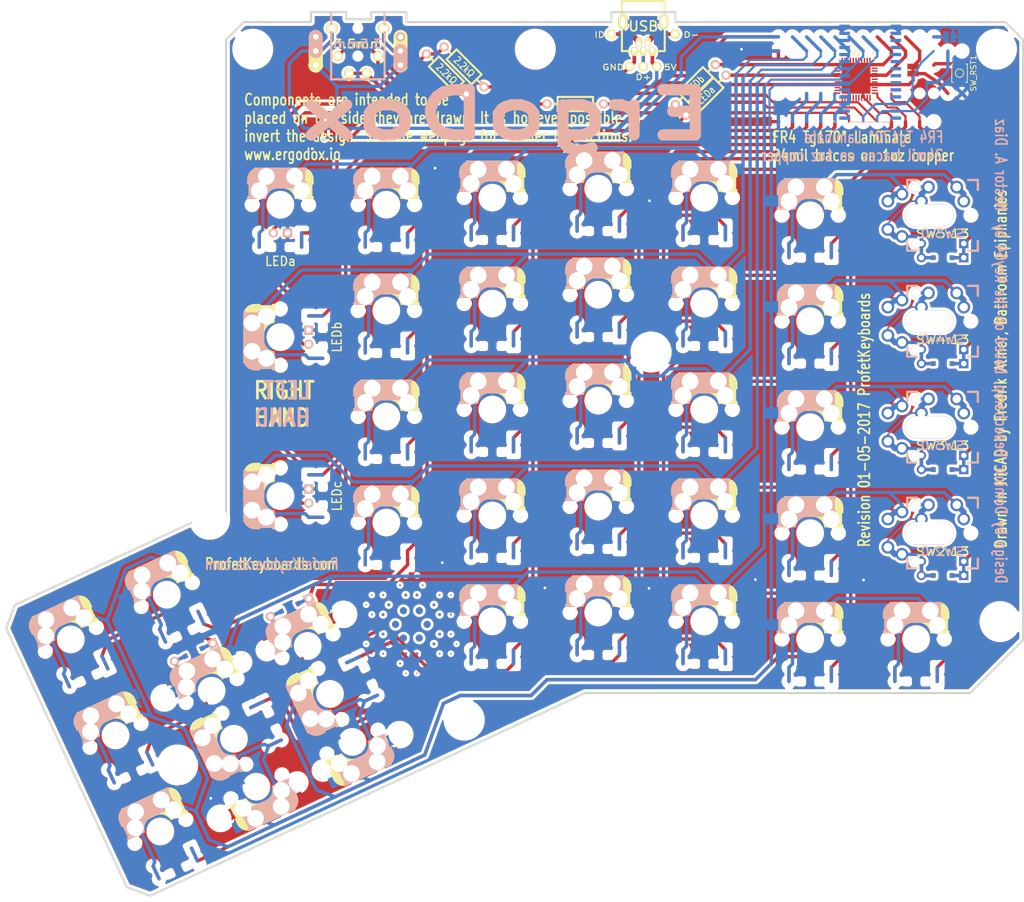
<source format=kicad_pcb>
(kicad_pcb (version 20171130) (host pcbnew "(5.1.9)-1")
  (layers (0 Front signal) (31 Back signal) (34 B.Paste user) (35 F.Paste user) (36 B.SilkS user) (37 F.SilkS user) (38 B.Mask user) (39 F.Mask user) (44 Edge.Cuts user))
  (net 0 "")
  (net 1 /COL0)
  (net 2 /COL1)
  (net 3 /COL10)
  (net 4 /COL11)
  (net 5 /COL4)
  (net 6 /COL5)
  (net 7 /COL6)
  (net 8 /LED_A)
  (net 9 /LED_B)
  (net 10 /LED_C)
  (net 11 /ROW0)
  (net 12 /ROW1)
  (net 13 /ROW2)
  (net 14 /ROW3)
  (net 15 /ROW4)
  (net 16 /ROW5)
  (net 17 /SCLM)
  (net 18 /SDAM)
  (net 19 GND)
  (net 20 VCC)
  (net 21 "Net-(D1:7-Pad1)")
  (net 22 "Net-(D1:8-Pad1)")
  (net 23 "Net-(J1-Pad1)")
  (net 24 "Net-(J1-Pad2)")
  (net 25 "Net-(J1-Pad3)")
  (net 26 "Net-(J1-Pad4)")
  (net 27 "Net-(J1-Pad5)")
  (net 28 "Net-(LED_A1-Pad1)")
  (net 29 "Net-(LED_B1-Pad1)")
  (net 30 "Net-(LED_C1-Pad1)")
  (net 31 "Net-(SW0:7-Pad2)")
  (net 32 "Net-(SW0:8-Pad2)")
  (net 33 "Net-(SW0:9-Pad2)")
  (net 34 "Net-(SW0:10-Pad2)")
  (net 35 "Net-(SW0:11-Pad2)")
  (net 36 "Net-(SW0:12-Pad2)")
  (net 37 "Net-(SW1:9-Pad2)")
  (net 38 "Net-(SW1:10-Pad2)")
  (net 39 "Net-(SW1:11-Pad2)")
  (net 40 "Net-(SW1:12-Pad2)")
  (net 41 "Net-(SW1:13-Pad2)")
  (net 42 "Net-(SW2:7-Pad2)")
  (net 43 "Net-(SW2:8-Pad2)")
  (net 44 "Net-(SW2:9-Pad2)")
  (net 45 "Net-(SW2:10-Pad2)")
  (net 46 "Net-(SW2:11-Pad2)")
  (net 47 "Net-(SW2:12-Pad2)")
  (net 48 "Net-(SW2:13-Pad2)")
  (net 49 "Net-(SW3:8-Pad2)")
  (net 50 "Net-(SW3:9-Pad2)")
  (net 51 "Net-(SW3:10-Pad2)")
  (net 52 "Net-(SW3:11-Pad2)")
  (net 53 "Net-(SW3:12-Pad2)")
  (net 54 "Net-(SW3:13-Pad2)")
  (net 55 "Net-(SW4:7-Pad2)")
  (net 56 "Net-(SW4:8-Pad2)")
  (net 57 "Net-(SW4:9-Pad2)")
  (net 58 "Net-(SW4:10-Pad2)")
  (net 59 "Net-(SW4:11-Pad2)")
  (net 60 "Net-(SW4:12-Pad2)")
  (net 61 "Net-(SW4:13-Pad2)")
  (net 62 "Net-(SW5:7-Pad2)")
  (net 63 "Net-(SW5:8-Pad2)")
  (net 64 "Net-(SW5:9-Pad2)")
  (net 65 "Net-(SW5:10-Pad2)")
  (net 66 "Net-(SW5:11-Pad2)")
  (net 67 "Net-(SW5:12-Pad2)")
  (net 68 "Net-(SW5:13-Pad2)")
  (net 69 "Net-(U2-Pad18)")
  (net 70 "Net-(U2-Pad19)")
  (net 71 "Net-(U2-Pad27)")
  (net 72 "Net-(SW_RST1-Pad1)")
  (net 73 "Net-(U1-Pad15)")
  (net 74 "Net-(U1-Pad24)")
  (net 75 "Net-(U1-Pad42)")
  (net 76 "Net-(U1-Pad14)")
  (net 77 "Net-(U1-Pad33)")
  (net 78 "Net-(U1-Pad32)")
  (net 79 "Net-(U1-Pad28)")
  (net 80 "Net-(U1-Pad27)")
  (net 81 "Net-(U1-Pad26)")
  (net 82 "Net-(U1-Pad25)")
  (net 83 "Net-(U1-Pad22)")
  (net 84 "Net-(U1-Pad17)")
  (net 85 "Net-(U1-Pad16)")
  (net 86 "Net-(U1-Pad13)")
  (net 87 "Net-(U1-Pad7)")
  (net 88 "Net-(U1-Pad6)")
  (net 89 "Net-(U1-Pad5)")
  (net 90 "Net-(U1-Pad4)")
  (net 91 "Net-(U1-Pad3)")
  (net 92 "Net-(U1-Pad2)")
  (net 93 "Net-(U1-Pad1)")
  (net 94 "Net-(U2-Pad11)")
  (net 95 "Net-(U2-Pad1)")
  (module ErgoDOXpcbHotswaptwo:4pin35mmAudio (layer Front) (at 86.3092 30.48 270)
    (fp_text reference J2 hide)
    (fp_text value 3.5mm (at 5.715 0) (layer F.SilkS) (effects (font (size 1.524 1.778) (thickness 0.3048))))
    (fp_text user 3.5mm (at 5.715 0) (layer B.SilkS) (effects (font (size 1.524 1.778) (thickness 0.3048)) (justify mirror)))
    (pad HOLE np_thru_hole circle (at 7.8994 0 270) (size 0.9906 0.9906) (drill 0.9906) (layers *.Cu *.Mask F.SilkS))
    (pad HOLE np_thru_hole circle (at 2.8956 0 270) (size 0.9906 0.9906) (drill 0.9906) (layers *.Cu *.Mask F.SilkS))
    (pad 6 thru_hole circle (at 7.8994 -3.6068 270) (size 1.7526 1.7526) (drill 1.0922) (layers *.Cu *.Mask F.SilkS) (net 18 /SDAM))
    (pad 5 thru_hole circle (at 10.9982 1.6002 270) (size 1.7526 1.7526) (drill 1.0922) (layers *.Cu *.Mask F.SilkS) (net 17 /SCLM))
    (pad 4 thru_hole oval (at 2.8956 4.6482 270) (size 1.7526 2.0574) (drill oval 1.0922 1.397) (layers *.Cu *.Mask F.SilkS) (net 23 "Net-(J1-Pad1)"))
    (pad 3 thru_hole circle (at 10.9982 -1.6002 270) (size 1.7526 1.7526) (drill 1.0922) (layers *.Cu *.Mask F.SilkS) (net 17 /SCLM))
    (pad 2 thru_hole circle (at 7.8994 3.6068 270) (size 1.7526 1.7526) (drill 1.0922) (layers *.Cu *.Mask F.SilkS) (net 18 /SDAM))
    (pad 1 thru_hole oval (at 2.8956 -4.6482 270) (size 1.7526 2.0574) (drill oval 1.0922 1.397) (layers *.Cu *.Mask F.SilkS) (net 27 "Net-(J1-Pad5)"))
  )
  (module 2moons:SOIC127P1030X265-28N (layer Back) (at 178.435 41.275)
    (fp_text reference U2 (at -2.475 9.762) (layer B.SilkS) (effects (font (thickness 0.015)) (justify mirror)))
    (fp_text value MCP23018-E_SO)
    (pad 28 smd rect (at 4.605 8.255) (size 1.9 0.6) (layers Back B.Paste B.Mask))
    (pad 27 smd rect (at 4.605 6.985) (size 1.9 0.6) (layers Back B.Paste B.Mask) (net 71 "Net-(U2-Pad27)"))
    (pad 26 smd rect (at 4.605 5.715) (size 1.9 0.6) (layers Back B.Paste B.Mask) (net 7 /COL6))
    (pad 25 smd rect (at 4.605 4.445) (size 1.9 0.6) (layers Back B.Paste B.Mask) (net 6 /COL5))
    (pad 24 smd rect (at 4.605 3.175) (size 1.9 0.6) (layers Back B.Paste B.Mask) (net 5 /COL4))
    (pad 23 smd rect (at 4.605 1.905) (size 1.9 0.6) (layers Back B.Paste B.Mask) (net 3 /COL10))
    (pad 22 smd rect (at 4.605 0.635) (size 1.9 0.6) (layers Back B.Paste B.Mask) (net 4 /COL11))
    (pad 21 smd rect (at 4.605 -0.635) (size 1.9 0.6) (layers Back B.Paste B.Mask) (net 2 /COL1))
    (pad 20 smd rect (at 4.605 -1.905) (size 1.9 0.6) (layers Back B.Paste B.Mask) (net 1 /COL0))
    (pad 19 smd rect (at 4.605 -3.175) (size 1.9 0.6) (layers Back B.Paste B.Mask) (net 70 "Net-(U2-Pad19)"))
    (pad 18 smd rect (at 4.605 -4.445) (size 1.9 0.6) (layers Back B.Paste B.Mask) (net 69 "Net-(U2-Pad18)"))
    (pad 17 smd rect (at 4.605 -5.715) (size 1.9 0.6) (layers Back B.Paste B.Mask))
    (pad 16 smd rect (at 4.605 -6.985) (size 1.9 0.6) (layers Back B.Paste B.Mask) (net 20 VCC))
    (pad 15 smd rect (at 4.605 -8.255) (size 1.9 0.6) (layers Back B.Paste B.Mask) (net 19 GND))
    (pad 14 smd rect (at -4.605 -8.255) (size 1.9 0.6) (layers Back B.Paste B.Mask))
    (pad 13 smd rect (at -4.605 -6.985) (size 1.9 0.6) (layers Back B.Paste B.Mask) (net 18 /SDAM))
    (pad 12 smd rect (at -4.605 -5.715) (size 1.9 0.6) (layers Back B.Paste B.Mask) (net 17 /SCLM))
    (pad 11 smd rect (at -4.605 -4.445) (size 1.9 0.6) (layers Back B.Paste B.Mask) (net 94 "Net-(U2-Pad11)"))
    (pad 10 smd rect (at -4.605 -3.175) (size 1.9 0.6) (layers Back B.Paste B.Mask) (net 8 /LED_A))
    (pad 9 smd rect (at -4.605 -1.905) (size 1.9 0.6) (layers Back B.Paste B.Mask) (net 9 /LED_B))
    (pad 8 smd rect (at -4.605 -0.635) (size 1.9 0.6) (layers Back B.Paste B.Mask) (net 11 /ROW0))
    (pad 7 smd rect (at -4.605 0.635) (size 1.9 0.6) (layers Back B.Paste B.Mask) (net 12 /ROW1))
    (pad 6 smd rect (at -4.605 1.905) (size 1.9 0.6) (layers Back B.Paste B.Mask) (net 13 /ROW2))
    (pad 5 smd rect (at -4.605 3.175) (size 1.9 0.6) (layers Back B.Paste B.Mask) (net 14 /ROW3))
    (pad 4 smd rect (at -4.605 4.445) (size 1.9 0.6) (layers Back B.Paste B.Mask) (net 15 /ROW4))
    (pad 3 smd rect (at -4.605 5.715) (size 1.9 0.6) (layers Back B.Paste B.Mask) (net 16 /ROW5))
    (pad 2 smd rect (at -4.605 6.985) (size 1.9 0.6) (layers Back B.Paste B.Mask))
    (pad 1 smd rect (at -4.605 8.255) (size 1.9 0.6) (layers Back B.Paste B.Mask) (net 95 "Net-(U2-Pad1)"))
  )
  (module Package_DFN_QFN:QFN-44-1EP_7x7mm_P0.5mm_EP5.2x5.2mm (layer Front) (at 175.895 42.545)
    (fp_text reference U1 (at 0 -4.82) (layer F.SilkS))
    (fp_text value ATmega32U4-MU)
    (pad 45 smd rect (at 0 0) (size 5.2 5.2) (layers Front F.Mask) (net 73 "Net-(U1-Pad15)"))
    (pad 44 smd roundrect (at -2.5 -3.3375) (size 0.25 1.075) (layers Front F.Paste F.Mask) (net 74 "Net-(U1-Pad24)"))
    (pad 43 smd roundrect (at -2 -3.3375) (size 0.25 1.075) (layers Front F.Paste F.Mask) (net 73 "Net-(U1-Pad15)"))
    (pad 42 smd roundrect (at -1.5 -3.3375) (size 0.25 1.075) (layers Front F.Paste F.Mask) (net 75 "Net-(U1-Pad42)"))
    (pad 41 smd roundrect (at -1 -3.3375) (size 0.25 1.075) (layers Front F.Paste F.Mask) (net 16 /ROW5))
    (pad 40 smd roundrect (at -0.5 -3.3375) (size 0.25 1.075) (layers Front F.Paste F.Mask) (net 15 /ROW4))
    (pad 39 smd roundrect (at 0 -3.3375) (size 0.25 1.075) (layers Front F.Paste F.Mask) (net 14 /ROW3))
    (pad 38 smd roundrect (at 0.5 -3.3375) (size 0.25 1.075) (layers Front F.Paste F.Mask) (net 13 /ROW2))
    (pad 37 smd roundrect (at 1 -3.3375) (size 0.25 1.075) (layers Front F.Paste F.Mask) (net 12 /ROW1))
    (pad 36 smd roundrect (at 1.5 -3.3375) (size 0.25 1.075) (layers Front F.Paste F.Mask) (net 11 /ROW0))
    (pad 35 smd roundrect (at 2 -3.3375) (size 0.25 1.075) (layers Front F.Paste F.Mask) (net 73 "Net-(U1-Pad15)"))
    (pad 34 smd roundrect (at 2.5 -3.3375) (size 0.25 1.075) (layers Front F.Paste F.Mask) (net 76 "Net-(U1-Pad14)"))
    (pad 33 smd roundrect (at 3.3375 -2.5) (size 1.075 0.25) (layers Front F.Paste F.Mask) (net 77 "Net-(U1-Pad33)"))
    (pad 32 smd roundrect (at 3.3375 -2) (size 1.075 0.25) (layers Front F.Paste F.Mask) (net 78 "Net-(U1-Pad32)"))
    (pad 31 smd roundrect (at 3.3375 -1.5) (size 1.075 0.25) (layers Front F.Paste F.Mask) (net 1 /COL0))
    (pad 30 smd roundrect (at 3.3375 -1) (size 1.075 0.25) (layers Front F.Paste F.Mask) (net 9 /LED_B))
    (pad 29 smd roundrect (at 3.3375 -0.5) (size 1.075 0.25) (layers Front F.Paste F.Mask) (net 8 /LED_A))
    (pad 28 smd roundrect (at 3.3375 0) (size 1.075 0.25) (layers Front F.Paste F.Mask) (net 79 "Net-(U1-Pad28)"))
    (pad 27 smd roundrect (at 3.3375 0.5) (size 1.075 0.25) (layers Front F.Paste F.Mask) (net 80 "Net-(U1-Pad27)"))
    (pad 26 smd roundrect (at 3.3375 1) (size 1.075 0.25) (layers Front F.Paste F.Mask) (net 81 "Net-(U1-Pad26)"))
    (pad 25 smd roundrect (at 3.3375 1.5) (size 1.075 0.25) (layers Front F.Paste F.Mask) (net 82 "Net-(U1-Pad25)"))
    (pad 24 smd roundrect (at 3.3375 2) (size 1.075 0.25) (layers Front F.Paste F.Mask) (net 74 "Net-(U1-Pad24)"))
    (pad 23 smd roundrect (at 3.3375 2.5) (size 1.075 0.25) (layers Front F.Paste F.Mask) (net 73 "Net-(U1-Pad15)"))
    (pad 22 smd roundrect (at 2.5 3.3375) (size 0.25 1.075) (layers Front F.Paste F.Mask) (net 83 "Net-(U1-Pad22)"))
    (pad 21 smd roundrect (at 2 3.3375) (size 0.25 1.075) (layers Front F.Paste F.Mask) (net 2 /COL1))
    (pad 20 smd roundrect (at 1.5 3.3375) (size 0.25 1.075) (layers Front F.Paste F.Mask) (net 4 /COL11))
    (pad 19 smd roundrect (at 1 3.3375) (size 0.25 1.075) (layers Front F.Paste F.Mask) (net 18 /SDAM))
    (pad 18 smd roundrect (at 0.5 3.3375) (size 0.25 1.075) (layers Front F.Paste F.Mask) (net 17 /SCLM))
    (pad 17 smd roundrect (at 0 3.3375) (size 0.25 1.075) (layers Front F.Paste F.Mask) (net 84 "Net-(U1-Pad17)"))
    (pad 16 smd roundrect (at -0.5 3.3375) (size 0.25 1.075) (layers Front F.Paste F.Mask) (net 85 "Net-(U1-Pad16)"))
    (pad 15 smd roundrect (at -1 3.3375) (size 0.25 1.075) (layers Front F.Paste F.Mask) (net 73 "Net-(U1-Pad15)"))
    (pad 14 smd roundrect (at -1.5 3.3375) (size 0.25 1.075) (layers Front F.Paste F.Mask) (net 76 "Net-(U1-Pad14)"))
    (pad 13 smd roundrect (at -2 3.3375) (size 0.25 1.075) (layers Front F.Paste F.Mask) (net 86 "Net-(U1-Pad13)"))
    (pad 12 smd roundrect (at -2.5 3.3375) (size 0.25 1.075) (layers Front F.Paste F.Mask) (net 10 /LED_C))
    (pad 11 smd roundrect (at -3.3375 2.5) (size 1.075 0.25) (layers Front F.Paste F.Mask) (net 3 /COL10))
    (pad 10 smd roundrect (at -3.3375 2) (size 1.075 0.25) (layers Front F.Paste F.Mask) (net 5 /COL4))
    (pad 9 smd roundrect (at -3.3375 1.5) (size 1.075 0.25) (layers Front F.Paste F.Mask) (net 6 /COL5))
    (pad 8 smd roundrect (at -3.3375 1) (size 1.075 0.25) (layers Front F.Paste F.Mask) (net 7 /COL6))
    (pad 7 smd roundrect (at -3.3375 0.5) (size 1.075 0.25) (layers Front F.Paste F.Mask) (net 87 "Net-(U1-Pad7)"))
    (pad 6 smd roundrect (at -3.3375 0) (size 1.075 0.25) (layers Front F.Paste F.Mask) (net 88 "Net-(U1-Pad6)"))
    (pad 5 smd roundrect (at -3.3375 -0.5) (size 1.075 0.25) (layers Front F.Paste F.Mask) (net 89 "Net-(U1-Pad5)"))
    (pad 4 smd roundrect (at -3.3375 -1) (size 1.075 0.25) (layers Front F.Paste F.Mask) (net 90 "Net-(U1-Pad4)"))
    (pad 3 smd roundrect (at -3.3375 -1.5) (size 1.075 0.25) (layers Front F.Paste F.Mask) (net 91 "Net-(U1-Pad3)"))
    (pad 2 smd roundrect (at -3.3375 -2) (size 1.075 0.25) (layers Front F.Paste F.Mask) (net 92 "Net-(U1-Pad2)"))
    (pad 1 smd roundrect (at -3.3375 -2.5) (size 1.075 0.25) (layers Front F.Paste F.Mask) (net 93 "Net-(U1-Pad1)"))
  )
  (module ErgoDOXpcbHotswaptwo:SW_SPST_B3U-1000P (layer Front) (at 194.5 41.45 270)
    (fp_text reference SW_RST1 (at 0 -2.5 90) (layer F.SilkS))
    (fp_text value SWITCH_PUSH)
    (pad 1 smd rect (at -1.7 0 270) (size 0.9 1.7) (layers Front F.Paste F.Mask) (net 72 "Net-(SW_RST1-Pad1)"))
    (pad 2 smd rect (at 1.7 0 270) (size 0.9 1.7) (layers Front F.Paste F.Mask) (net 19 GND))
  )
  (module ErgoDOXpcbHotswaptwo:STAB_PCB940 (layer Front) (at 81.30286 153.06548 295)
    (fp_text reference S2 hide)
    (fp_text value STAB200 hide)
    (pad "" np_thru_hole circle (at 11.938001 -8.255 295) (size 3.9878 3.9878) (drill 3.9878) (layers *.Cu *.Mask))
    (pad "" np_thru_hole circle (at -11.938 -8.255 295) (size 3.9878 3.9878) (drill 3.9878) (layers *.Cu *.Mask))
    (pad "" np_thru_hole circle (at 11.938 6.985 295) (size 3.048 3.048) (drill 3.048) (layers *.Cu *.Mask))
    (pad "" np_thru_hole circle (at -11.938 6.985 295) (size 3.048 3.048) (drill 3.048) (layers *.Cu))
  )
  (module ErgoDOXpcbHotswaptwo:STAB_PCB940 (layer Front) (at 64.03848 161.11728 115)
    (fp_text reference S1 hide)
    (fp_text value STAB200 hide)
    (pad "" np_thru_hole circle (at 11.938001 -8.255 115) (size 3.9878 3.9878) (drill 3.9878) (layers *.Cu *.Mask))
    (pad "" np_thru_hole circle (at -11.938 -8.255 115) (size 3.9878 3.9878) (drill 3.9878) (layers *.Cu *.Mask))
    (pad "" np_thru_hole circle (at 11.938 6.985 115) (size 3.048 3.048) (drill 3.048) (layers *.Cu *.Mask))
    (pad "" np_thru_hole circle (at -11.938 6.985 115) (size 3.048 3.048) (drill 3.048) (layers *.Cu))
  )
  (module ErgoDOXpcbHotswaptwo:RESISTOR (layer Front) (at 102.235 41.5925 315)
    (fp_text reference R2 hide)
    (fp_text value 2.2kΩ (at 0 0 135) (layer F.SilkS) (effects (font (size 1.27 1.016) (thickness 0.2032))))
    (pad 2 thru_hole circle (at 5.079999 0 315) (size 1.651 1.651) (drill 0.9906) (layers *.Cu *.SilkS *.Mask) (net 17 /SCLM))
    (pad 1 thru_hole circle (at -5.079999 0 315) (size 1.651 1.651) (drill 0.9906) (layers *.Cu *.SilkS *.Mask) (net 20 VCC))
  )
  (module ErgoDOXpcbHotswaptwo:RESISTOR (layer Front) (at 105.41 40.3225 315)
    (fp_text reference R1 hide)
    (fp_text value 2.2kΩ (at 0 0 135) (layer F.SilkS) (effects (font (size 1.27 1.016) (thickness 0.2032))))
    (pad 2 thru_hole circle (at 5.079999 0 315) (size 1.651 1.651) (drill 0.9906) (layers *.Cu *.SilkS *.Mask) (net 18 /SDAM))
    (pad 1 thru_hole circle (at -5.079999 0 315) (size 1.651 1.651) (drill 0.9906) (layers *.Cu *.SilkS *.Mask) (net 20 VCC))
  )
  (module ErgoDOXpcbHotswaptwo:USBMINImod (layer Front) (at 137.6426 30.48 270)
    (fp_text reference J1 hide)
    (fp_text value USB (at 2.54 0) (layer F.SilkS) (effects (font (size 1.778 1.778) (thickness 0.3048))))
    (fp_line (start 9.779 2.413) (end 9.017 1.651) (layer Front) (width 0.6096))
    (fp_line (start 9.017 1.651) (end 7.493 1.651) (layer Front) (width 0.6096))
    (fp_line (start 9.779 -2.413) (end 9.144 -1.651) (layer Front) (width 0.6096))
    (fp_line (start 9.144 -1.651) (end 7.493 -1.651) (layer Front) (width 0.6096))
    (fp_line (start 7.493 0) (end 9.779 0) (layer Front) (width 0.6096))
    (fp_line (start 4.953 0.889) (end 3.937 2.032) (layer Front) (width 0.6096))
    (fp_line (start 3.937 2.032) (end 3.937 5.715) (layer Front) (width 0.6096))
    (fp_line (start 4.953 -0.889) (end 3.937 -1.905) (layer Front) (width 0.6096))
    (fp_line (start 3.937 -1.905) (end 3.937 -5.715) (layer Front) (width 0.6096))
    (pad 5 thru_hole circle (at 9.779 2.413 270) (size 1.651 1.651) (drill 0.9906) (layers *.Cu *.Mask F.SilkS) (net 27 "Net-(J1-Pad5)"))
    (pad 4 thru_hole circle (at 3.937 5.715 270) (size 1.651 1.651) (drill 0.9906) (layers *.Cu *.Mask F.SilkS) (net 26 "Net-(J1-Pad4)"))
    (pad 3 thru_hole circle (at 9.779 0 270) (size 1.651 1.651) (drill 0.9906) (layers *.Cu *.Mask F.SilkS) (net 25 "Net-(J1-Pad3)"))
    (pad 2 thru_hole circle (at 3.937 -5.715 270) (size 1.651 1.651) (drill 0.9906) (layers *.Cu *.Mask F.SilkS) (net 24 "Net-(J1-Pad2)"))
    (pad 1 thru_hole circle (at 9.779 -2.413 270) (size 1.651 1.651) (drill 0.9906) (layers *.Cu *.Mask F.SilkS) (net 23 "Net-(J1-Pad1)"))
    (pad 6 thru_hole oval (at 1.75006 -3.64744 270) (size 2.794 1.7018) (drill oval 1.905 0.762) (layers *.Cu *.Mask F.SilkS) (net 19 GND))
    (pad 6 thru_hole oval (at 1.75006 3.64744 270) (size 2.794 1.7018) (drill oval 1.905 0.762) (layers *.Cu *.Mask F.SilkS) (net 19 GND))
    (pad 5 thru_hole oval (at 6.79958 1.6002 270) (size 1.651 1.143) (drill 0.762 (offset 0.27432 0)) (layers *.Cu *.Mask F.SilkS) (net 27 "Net-(J1-Pad5)"))
    (pad 4 thru_hole oval (at 5.6007 0.8001 270) (size 1.651 1.143) (drill 0.762 (offset -0.27432 0)) (layers *.Cu *.Mask F.SilkS) (net 26 "Net-(J1-Pad4)"))
    (pad 3 thru_hole oval (at 6.79958 0 270) (size 1.651 1.143) (drill 0.762 (offset 0.27432 0)) (layers *.Cu *.Mask F.SilkS) (net 25 "Net-(J1-Pad3)"))
    (pad 2 thru_hole oval (at 5.6007 -0.8001 270) (size 1.651 1.143) (drill 0.762 (offset -0.27432 0)) (layers *.Cu *.Mask F.SilkS) (net 24 "Net-(J1-Pad2)"))
    (pad 1 thru_hole oval (at 6.79958 -1.6002 270) (size 1.651 1.143) (drill 0.762 (offset 0.27432 0)) (layers *.Cu *.Mask F.SilkS) (net 23 "Net-(J1-Pad1)"))
  )
  (module ErgoDOXpcbHotswaptwo:ErgoDOXmech (layer Front) (at 50.8 177.8)
    (fp_text reference H99 hide)
    (fp_text value MECHANICAL hide)
    (pad "" np_thru_hole circle (at 16.6116 -140.6652) (size 6.3754 6.3754) (drill 6.3754) (layers *.Cu *.Mask))
    (pad "" np_thru_hole circle (at 67.4116 -140.6652) (size 6.3754 6.3754) (drill 6.3754) (layers *.Cu *.Mask))
    (pad "" np_thru_hole circle (at 150.3426 -140.6652) (size 6.3754 6.3754) (drill 6.3754) (layers *.Cu *.Mask))
    (pad "" np_thru_hole circle (at 88.2396 -86.2076) (size 6.3754 6.3754) (drill 6.3754) (layers *.Cu *.Mask))
    (pad "" np_thru_hole circle (at 150.9776 -37.7444) (size 6.3754 6.3754) (drill 6.3754) (layers *.Cu *.Mask))
    (pad "" np_thru_hole circle (at 54.6354 -20.0406) (size 6.3754 6.3754) (drill 6.3754) (layers *.Cu *.Mask))
    (pad "" np_thru_hole circle (at 8.8646 -56.134) (size 6.3754 6.3754) (drill 6.3754) (layers *.Cu *.Mask))
    (pad "" np_thru_hole circle (at 3.0988 -11.9634) (size 6.3754 6.3754) (drill 6.3754) (layers *.Cu *.Mask))
  )
  (module 2moons:CherryMX_MidHeight_Hotswap (layer Front) (at 77.2795 144.43202 25)
    (fp_text reference SX1:8 hide)
    (fp_text value SX1:5 hide)
    (pad 1 smd rect (at -7 -2.58 205) (size 2.3 2) (layers Back B.Paste B.Mask) (net 12 /ROW1))
    (pad 1 smd rect (at 7 -2.58 205) (size 2.3 2) (layers Front F.Paste F.Mask) (net 12 /ROW1))
    (pad 2 smd rect (at -5.7 -5.12 205) (size 2.3 2) (layers Front F.Paste F.Mask) (net 22 "Net-(D1:8-Pad1)"))
    (pad "" np_thru_hole circle (at -3.81 -2.54 205) (size 3 3) (drill 3) (layers *.Cu *.Mask))
    (pad "" np_thru_hole circle (at -2.54 -5.08 205) (size 3 3) (drill 3) (layers *.Cu *.Mask))
    (pad "" np_thru_hole circle (at 3.81 -2.540001 205) (size 3 3) (drill 3) (layers *.Cu *.Mask))
    (pad "" np_thru_hole circle (at 2.54 -5.08 205) (size 3 3) (drill 3) (layers *.Cu *.Mask))
    (pad "" np_thru_hole circle (at 0 0 115) (size 4.1 4.1) (drill 4.1) (layers *.Cu *.Mask))
    (pad "" np_thru_hole circle (at 5.08 0 25) (size 1.9 1.9) (drill 1.9) (layers *.Cu *.Mask))
    (pad "" np_thru_hole circle (at -5.08 0 25) (size 1.9 1.9) (drill 1.9) (layers *.Cu *.Mask))
    (pad 2 smd rect (at 5.7 -5.12 205) (size 2.3 2) (layers Back B.Paste B.Mask) (net 22 "Net-(D1:8-Pad1)"))
    (pad "" np_thru_hole circle (at -4.5 0 25) (size 1.7 1.7) (drill 1.7) (layers *.Cu *.Mask))
    (pad "" np_thru_hole circle (at 4.5 0 25) (size 1.7 1.7) (drill 1.7) (layers *.Cu *.Mask))
  )
  (module 2moons:CherryMX_MidHeight_Hotswap (layer Front) (at 60.01512 152.48382 25)
    (fp_text reference SX1:7 hide)
    (fp_text value SX1:6 hide)
    (pad 1 smd rect (at -7 -2.58 205) (size 2.3 2) (layers Back B.Paste B.Mask) (net 12 /ROW1))
    (pad 1 smd rect (at 7 -2.58 205) (size 2.3 2) (layers Front F.Paste F.Mask) (net 12 /ROW1))
    (pad 2 smd rect (at -5.7 -5.12 205) (size 2.3 2) (layers Front F.Paste F.Mask) (net 21 "Net-(D1:7-Pad1)"))
    (pad "" np_thru_hole circle (at -3.81 -2.54 205) (size 3 3) (drill 3) (layers *.Cu *.Mask))
    (pad "" np_thru_hole circle (at -2.54 -5.08 205) (size 3 3) (drill 3) (layers *.Cu *.Mask))
    (pad "" np_thru_hole circle (at 3.81 -2.540001 205) (size 3 3) (drill 3) (layers *.Cu *.Mask))
    (pad "" np_thru_hole circle (at 2.54 -5.08 205) (size 3 3) (drill 3) (layers *.Cu *.Mask))
    (pad "" np_thru_hole circle (at 0 0 115) (size 4.1 4.1) (drill 4.1) (layers *.Cu *.Mask))
    (pad "" np_thru_hole circle (at 5.08 0 25) (size 1.9 1.9) (drill 1.9) (layers *.Cu *.Mask))
    (pad "" np_thru_hole circle (at -5.08 0 25) (size 1.9 1.9) (drill 1.9) (layers *.Cu *.Mask))
    (pad 2 smd rect (at 5.7 -5.12 205) (size 2.3 2) (layers Back B.Paste B.Mask) (net 21 "Net-(D1:7-Pad1)"))
    (pad "" np_thru_hole circle (at -4.5 0 25) (size 1.7 1.7) (drill 1.7) (layers *.Cu *.Mask))
    (pad "" np_thru_hole circle (at 4.5 0 25) (size 1.7 1.7) (drill 1.7) (layers *.Cu *.Mask))
  )
  (module 2moons:CherryMX_MidHeight_Hotswap (layer Front) (at 68.06438 169.7482 205)
    (fp_text reference SX0:11 hide)
    (fp_text value SX0:2 hide)
    (pad 1 smd rect (at -7 -2.58 25) (size 2.3 2) (layers Back B.Paste B.Mask) (net 11 /ROW0))
    (pad 1 smd rect (at 7 -2.58 25) (size 2.3 2) (layers Front F.Paste F.Mask) (net 11 /ROW0))
    (pad 2 smd rect (at -5.7 -5.12 25) (size 2.3 2) (layers Front F.Paste F.Mask) (net 35 "Net-(SW0:11-Pad2)"))
    (pad "" np_thru_hole circle (at -3.81 -2.54 25) (size 3 3) (drill 3) (layers *.Cu *.Mask))
    (pad "" np_thru_hole circle (at -2.54 -5.08 25) (size 3 3) (drill 3) (layers *.Cu *.Mask))
    (pad "" np_thru_hole circle (at 3.81 -2.540001 25) (size 3 3) (drill 3) (layers *.Cu *.Mask))
    (pad "" np_thru_hole circle (at 2.54 -5.08 25) (size 3 3) (drill 3) (layers *.Cu *.Mask))
    (pad "" np_thru_hole circle (at 0 0 295) (size 4.1 4.1) (drill 4.1) (layers *.Cu *.Mask))
    (pad "" np_thru_hole circle (at 5.08 0 205) (size 1.9 1.9) (drill 1.9) (layers *.Cu *.Mask))
    (pad "" np_thru_hole circle (at -5.08 0 205) (size 1.9 1.9) (drill 1.9) (layers *.Cu *.Mask))
    (pad 2 smd rect (at 5.7 -5.12 25) (size 2.3 2) (layers Back B.Paste B.Mask) (net 35 "Net-(SW0:11-Pad2)"))
    (pad "" np_thru_hole circle (at -4.5 0 205) (size 1.7 1.7) (drill 1.7) (layers *.Cu *.Mask))
    (pad "" np_thru_hole circle (at 4.5 0 205) (size 1.7 1.7) (drill 1.7) (layers *.Cu *.Mask))
  )
  (module 2moons:CherryMX_MidHeight_Hotswap (layer Front) (at 85.3313 161.69894 205)
    (fp_text reference SX0:10 hide)
    (fp_text value SX0:3 hide)
    (pad 1 smd rect (at -7 -2.58 25) (size 2.3 2) (layers Back B.Paste B.Mask) (net 11 /ROW0))
    (pad 1 smd rect (at 7 -2.58 25) (size 2.3 2) (layers Front F.Paste F.Mask) (net 11 /ROW0))
    (pad 2 smd rect (at -5.7 -5.12 25) (size 2.3 2) (layers Front F.Paste F.Mask) (net 34 "Net-(SW0:10-Pad2)"))
    (pad "" np_thru_hole circle (at -3.81 -2.54 25) (size 3 3) (drill 3) (layers *.Cu *.Mask))
    (pad "" np_thru_hole circle (at -2.54 -5.08 25) (size 3 3) (drill 3) (layers *.Cu *.Mask))
    (pad "" np_thru_hole circle (at 3.81 -2.540001 25) (size 3 3) (drill 3) (layers *.Cu *.Mask))
    (pad "" np_thru_hole circle (at 2.54 -5.08 25) (size 3 3) (drill 3) (layers *.Cu *.Mask))
    (pad "" np_thru_hole circle (at 0 0 295) (size 4.1 4.1) (drill 4.1) (layers *.Cu *.Mask))
    (pad "" np_thru_hole circle (at 5.08 0 205) (size 1.9 1.9) (drill 1.9) (layers *.Cu *.Mask))
    (pad "" np_thru_hole circle (at -5.08 0 205) (size 1.9 1.9) (drill 1.9) (layers *.Cu *.Mask))
    (pad 2 smd rect (at 5.7 -5.12 25) (size 2.3 2) (layers Back B.Paste B.Mask) (net 34 "Net-(SW0:10-Pad2)"))
    (pad "" np_thru_hole circle (at -4.5 0 205) (size 1.7 1.7) (drill 1.7) (layers *.Cu *.Mask))
    (pad "" np_thru_hole circle (at 4.5 0 205) (size 1.7 1.7) (drill 1.7) (layers *.Cu *.Mask))
  )
  (module 2moons:CherryMX_MidHeight_Hotswap (layer Front) (at 167.64 67.0052)
    (fp_text reference SW5:12 hide)
    (fp_text value SW5:1 hide)
    (pad 1 smd rect (at -7 -2.58 180) (size 2.3 2) (layers Back B.Paste B.Mask) (net 16 /ROW5))
    (pad 1 smd rect (at 7 -2.58 180) (size 2.3 2) (layers Front F.Paste F.Mask) (net 16 /ROW5))
    (pad 2 smd rect (at -5.7 -5.12 180) (size 2.3 2) (layers Front F.Paste F.Mask) (net 67 "Net-(SW5:12-Pad2)"))
    (pad "" np_thru_hole circle (at -3.81 -2.54 180) (size 3 3) (drill 3) (layers *.Cu *.Mask))
    (pad "" np_thru_hole circle (at -2.54 -5.08 180) (size 3 3) (drill 3) (layers *.Cu *.Mask))
    (pad "" np_thru_hole circle (at 3.81 -2.540001 180) (size 3 3) (drill 3) (layers *.Cu *.Mask))
    (pad "" np_thru_hole circle (at 2.54 -5.08 180) (size 3 3) (drill 3) (layers *.Cu *.Mask))
    (pad "" np_thru_hole circle (at 0 0 90) (size 4.1 4.1) (drill 4.1) (layers *.Cu *.Mask))
    (pad "" np_thru_hole circle (at 5.08 0) (size 1.9 1.9) (drill 1.9) (layers *.Cu *.Mask))
    (pad "" np_thru_hole circle (at -5.08 0) (size 1.9 1.9) (drill 1.9) (layers *.Cu *.Mask))
    (pad 2 smd rect (at 5.7 -5.12 180) (size 2.3 2) (layers Back B.Paste B.Mask) (net 67 "Net-(SW5:12-Pad2)"))
    (pad "" np_thru_hole circle (at -4.5 0) (size 1.7 1.7) (drill 1.7) (layers *.Cu *.Mask))
    (pad "" np_thru_hole circle (at 4.5 0) (size 1.7 1.7) (drill 1.7) (layers *.Cu *.Mask))
  )
  (module 2moons:CherryMX_MidHeight_Hotswap (layer Front) (at 148.59 63.82766)
    (fp_text reference SW5:11 hide)
    (fp_text value SW5:2 hide)
    (pad 1 smd rect (at -7 -2.58 180) (size 2.3 2) (layers Back B.Paste B.Mask) (net 16 /ROW5))
    (pad 1 smd rect (at 7 -2.58 180) (size 2.3 2) (layers Front F.Paste F.Mask) (net 16 /ROW5))
    (pad 2 smd rect (at -5.7 -5.12 180) (size 2.3 2) (layers Front F.Paste F.Mask) (net 66 "Net-(SW5:11-Pad2)"))
    (pad "" np_thru_hole circle (at -3.81 -2.54 180) (size 3 3) (drill 3) (layers *.Cu *.Mask))
    (pad "" np_thru_hole circle (at -2.54 -5.08 180) (size 3 3) (drill 3) (layers *.Cu *.Mask))
    (pad "" np_thru_hole circle (at 3.81 -2.540001 180) (size 3 3) (drill 3) (layers *.Cu *.Mask))
    (pad "" np_thru_hole circle (at 2.54 -5.08 180) (size 3 3) (drill 3) (layers *.Cu *.Mask))
    (pad "" np_thru_hole circle (at 0 0 90) (size 4.1 4.1) (drill 4.1) (layers *.Cu *.Mask))
    (pad "" np_thru_hole circle (at 5.08 0) (size 1.9 1.9) (drill 1.9) (layers *.Cu *.Mask))
    (pad "" np_thru_hole circle (at -5.08 0) (size 1.9 1.9) (drill 1.9) (layers *.Cu *.Mask))
    (pad 2 smd rect (at 5.7 -5.12 180) (size 2.3 2) (layers Back B.Paste B.Mask) (net 66 "Net-(SW5:11-Pad2)"))
    (pad "" np_thru_hole circle (at -4.5 0) (size 1.7 1.7) (drill 1.7) (layers *.Cu *.Mask))
    (pad "" np_thru_hole circle (at 4.5 0) (size 1.7 1.7) (drill 1.7) (layers *.Cu *.Mask))
  )
  (module 2moons:CherryMX_MidHeight_Hotswap (layer Front) (at 129.54 62.23)
    (fp_text reference SW5:10 hide)
    (fp_text value SW5:3 hide)
    (pad 1 smd rect (at -7 -2.58 180) (size 2.3 2) (layers Back B.Paste B.Mask) (net 16 /ROW5))
    (pad 1 smd rect (at 7 -2.58 180) (size 2.3 2) (layers Front F.Paste F.Mask) (net 16 /ROW5))
    (pad 2 smd rect (at -5.7 -5.12 180) (size 2.3 2) (layers Front F.Paste F.Mask) (net 65 "Net-(SW5:10-Pad2)"))
    (pad "" np_thru_hole circle (at -3.81 -2.54 180) (size 3 3) (drill 3) (layers *.Cu *.Mask))
    (pad "" np_thru_hole circle (at -2.54 -5.08 180) (size 3 3) (drill 3) (layers *.Cu *.Mask))
    (pad "" np_thru_hole circle (at 3.81 -2.540001 180) (size 3 3) (drill 3) (layers *.Cu *.Mask))
    (pad "" np_thru_hole circle (at 2.54 -5.08 180) (size 3 3) (drill 3) (layers *.Cu *.Mask))
    (pad "" np_thru_hole circle (at 0 0 90) (size 4.1 4.1) (drill 4.1) (layers *.Cu *.Mask))
    (pad "" np_thru_hole circle (at 5.08 0) (size 1.9 1.9) (drill 1.9) (layers *.Cu *.Mask))
    (pad "" np_thru_hole circle (at -5.08 0) (size 1.9 1.9) (drill 1.9) (layers *.Cu *.Mask))
    (pad 2 smd rect (at 5.7 -5.12 180) (size 2.3 2) (layers Back B.Paste B.Mask) (net 65 "Net-(SW5:10-Pad2)"))
    (pad "" np_thru_hole circle (at -4.5 0) (size 1.7 1.7) (drill 1.7) (layers *.Cu *.Mask))
    (pad "" np_thru_hole circle (at 4.5 0) (size 1.7 1.7) (drill 1.7) (layers *.Cu *.Mask))
  )
  (module 2moons:CherryMX_MidHeight_Hotswap (layer Front) (at 110.49 63.82766)
    (fp_text reference SW5:9 hide)
    (fp_text value SW5:4 hide)
    (pad 1 smd rect (at -7 -2.58 180) (size 2.3 2) (layers Back B.Paste B.Mask) (net 16 /ROW5))
    (pad 1 smd rect (at 7 -2.58 180) (size 2.3 2) (layers Front F.Paste F.Mask) (net 16 /ROW5))
    (pad 2 smd rect (at -5.7 -5.12 180) (size 2.3 2) (layers Front F.Paste F.Mask) (net 64 "Net-(SW5:9-Pad2)"))
    (pad "" np_thru_hole circle (at -3.81 -2.54 180) (size 3 3) (drill 3) (layers *.Cu *.Mask))
    (pad "" np_thru_hole circle (at -2.54 -5.08 180) (size 3 3) (drill 3) (layers *.Cu *.Mask))
    (pad "" np_thru_hole circle (at 3.81 -2.540001 180) (size 3 3) (drill 3) (layers *.Cu *.Mask))
    (pad "" np_thru_hole circle (at 2.54 -5.08 180) (size 3 3) (drill 3) (layers *.Cu *.Mask))
    (pad "" np_thru_hole circle (at 0 0 90) (size 4.1 4.1) (drill 4.1) (layers *.Cu *.Mask))
    (pad "" np_thru_hole circle (at 5.08 0) (size 1.9 1.9) (drill 1.9) (layers *.Cu *.Mask))
    (pad "" np_thru_hole circle (at -5.08 0) (size 1.9 1.9) (drill 1.9) (layers *.Cu *.Mask))
    (pad 2 smd rect (at 5.7 -5.12 180) (size 2.3 2) (layers Back B.Paste B.Mask) (net 64 "Net-(SW5:9-Pad2)"))
    (pad "" np_thru_hole circle (at -4.5 0) (size 1.7 1.7) (drill 1.7) (layers *.Cu *.Mask))
    (pad "" np_thru_hole circle (at 4.5 0) (size 1.7 1.7) (drill 1.7) (layers *.Cu *.Mask))
  )
  (module 2moons:CherryMX_MidHeight_Hotswap (layer Front) (at 91.44 65.1002)
    (fp_text reference SW5:8 hide)
    (fp_text value SW5:5 hide)
    (pad 1 smd rect (at -7 -2.58 180) (size 2.3 2) (layers Back B.Paste B.Mask) (net 16 /ROW5))
    (pad 1 smd rect (at 7 -2.58 180) (size 2.3 2) (layers Front F.Paste F.Mask) (net 16 /ROW5))
    (pad 2 smd rect (at -5.7 -5.12 180) (size 2.3 2) (layers Front F.Paste F.Mask) (net 63 "Net-(SW5:8-Pad2)"))
    (pad "" np_thru_hole circle (at -3.81 -2.54 180) (size 3 3) (drill 3) (layers *.Cu *.Mask))
    (pad "" np_thru_hole circle (at -2.54 -5.08 180) (size 3 3) (drill 3) (layers *.Cu *.Mask))
    (pad "" np_thru_hole circle (at 3.81 -2.540001 180) (size 3 3) (drill 3) (layers *.Cu *.Mask))
    (pad "" np_thru_hole circle (at 2.54 -5.08 180) (size 3 3) (drill 3) (layers *.Cu *.Mask))
    (pad "" np_thru_hole circle (at 0 0 90) (size 4.1 4.1) (drill 4.1) (layers *.Cu *.Mask))
    (pad "" np_thru_hole circle (at 5.08 0) (size 1.9 1.9) (drill 1.9) (layers *.Cu *.Mask))
    (pad "" np_thru_hole circle (at -5.08 0) (size 1.9 1.9) (drill 1.9) (layers *.Cu *.Mask))
    (pad 2 smd rect (at 5.7 -5.12 180) (size 2.3 2) (layers Back B.Paste B.Mask) (net 63 "Net-(SW5:8-Pad2)"))
    (pad "" np_thru_hole circle (at -4.5 0) (size 1.7 1.7) (drill 1.7) (layers *.Cu *.Mask))
    (pad "" np_thru_hole circle (at 4.5 0) (size 1.7 1.7) (drill 1.7) (layers *.Cu *.Mask))
  )
  (module 2moons:CherryMX_MidHeight_Hotswap (layer Front) (at 72.39 65.1002)
    (fp_text reference SW5:7 hide)
    (fp_text value SW5:6 hide)
    (pad 1 smd rect (at -7 -2.58 180) (size 2.3 2) (layers Back B.Paste B.Mask) (net 16 /ROW5))
    (pad 1 smd rect (at 7 -2.58 180) (size 2.3 2) (layers Front F.Paste F.Mask) (net 16 /ROW5))
    (pad 2 smd rect (at -5.7 -5.12 180) (size 2.3 2) (layers Front F.Paste F.Mask) (net 62 "Net-(SW5:7-Pad2)"))
    (pad "" np_thru_hole circle (at -3.81 -2.54 180) (size 3 3) (drill 3) (layers *.Cu *.Mask))
    (pad "" np_thru_hole circle (at -2.54 -5.08 180) (size 3 3) (drill 3) (layers *.Cu *.Mask))
    (pad "" np_thru_hole circle (at 3.81 -2.540001 180) (size 3 3) (drill 3) (layers *.Cu *.Mask))
    (pad "" np_thru_hole circle (at 2.54 -5.08 180) (size 3 3) (drill 3) (layers *.Cu *.Mask))
    (pad "" np_thru_hole circle (at 0 0 90) (size 4.1 4.1) (drill 4.1) (layers *.Cu *.Mask))
    (pad "" np_thru_hole circle (at 5.08 0) (size 1.9 1.9) (drill 1.9) (layers *.Cu *.Mask))
    (pad "" np_thru_hole circle (at -5.08 0) (size 1.9 1.9) (drill 1.9) (layers *.Cu *.Mask))
    (pad 2 smd rect (at 5.7 -5.12 180) (size 2.3 2) (layers Back B.Paste B.Mask) (net 62 "Net-(SW5:7-Pad2)"))
    (pad "" np_thru_hole circle (at -4.5 0) (size 1.7 1.7) (drill 1.7) (layers *.Cu *.Mask))
    (pad "" np_thru_hole circle (at 4.5 0) (size 1.7 1.7) (drill 1.7) (layers *.Cu *.Mask))
  )
  (module 2moons:CherryMX_MidHeight_Hotswap (layer Front) (at 167.64 86.05266)
    (fp_text reference SW4:12 hide)
    (fp_text value SW4:1 hide)
    (pad 1 smd rect (at -7 -2.58 180) (size 2.3 2) (layers Back B.Paste B.Mask) (net 15 /ROW4))
    (pad 1 smd rect (at 7 -2.58 180) (size 2.3 2) (layers Front F.Paste F.Mask) (net 15 /ROW4))
    (pad 2 smd rect (at -5.7 -5.12 180) (size 2.3 2) (layers Front F.Paste F.Mask) (net 60 "Net-(SW4:12-Pad2)"))
    (pad "" np_thru_hole circle (at -3.81 -2.54 180) (size 3 3) (drill 3) (layers *.Cu *.Mask))
    (pad "" np_thru_hole circle (at -2.54 -5.08 180) (size 3 3) (drill 3) (layers *.Cu *.Mask))
    (pad "" np_thru_hole circle (at 3.81 -2.540001 180) (size 3 3) (drill 3) (layers *.Cu *.Mask))
    (pad "" np_thru_hole circle (at 2.54 -5.08 180) (size 3 3) (drill 3) (layers *.Cu *.Mask))
    (pad "" np_thru_hole circle (at 0 0 90) (size 4.1 4.1) (drill 4.1) (layers *.Cu *.Mask))
    (pad "" np_thru_hole circle (at 5.08 0) (size 1.9 1.9) (drill 1.9) (layers *.Cu *.Mask))
    (pad "" np_thru_hole circle (at -5.08 0) (size 1.9 1.9) (drill 1.9) (layers *.Cu *.Mask))
    (pad 2 smd rect (at 5.7 -5.12 180) (size 2.3 2) (layers Back B.Paste B.Mask) (net 60 "Net-(SW4:12-Pad2)"))
    (pad "" np_thru_hole circle (at -4.5 0) (size 1.7 1.7) (drill 1.7) (layers *.Cu *.Mask))
    (pad "" np_thru_hole circle (at 4.5 0) (size 1.7 1.7) (drill 1.7) (layers *.Cu *.Mask))
  )
  (module 2moons:CherryMX_MidHeight_Hotswap (layer Front) (at 148.59 82.87766)
    (fp_text reference SW4:11 hide)
    (fp_text value SW4:2 hide)
    (pad 1 smd rect (at -7 -2.58 180) (size 2.3 2) (layers Back B.Paste B.Mask) (net 15 /ROW4))
    (pad 1 smd rect (at 7 -2.58 180) (size 2.3 2) (layers Front F.Paste F.Mask) (net 15 /ROW4))
    (pad 2 smd rect (at -5.7 -5.12 180) (size 2.3 2) (layers Front F.Paste F.Mask) (net 59 "Net-(SW4:11-Pad2)"))
    (pad "" np_thru_hole circle (at -3.81 -2.54 180) (size 3 3) (drill 3) (layers *.Cu *.Mask))
    (pad "" np_thru_hole circle (at -2.54 -5.08 180) (size 3 3) (drill 3) (layers *.Cu *.Mask))
    (pad "" np_thru_hole circle (at 3.81 -2.540001 180) (size 3 3) (drill 3) (layers *.Cu *.Mask))
    (pad "" np_thru_hole circle (at 2.54 -5.08 180) (size 3 3) (drill 3) (layers *.Cu *.Mask))
    (pad "" np_thru_hole circle (at 0 0 90) (size 4.1 4.1) (drill 4.1) (layers *.Cu *.Mask))
    (pad "" np_thru_hole circle (at 5.08 0) (size 1.9 1.9) (drill 1.9) (layers *.Cu *.Mask))
    (pad "" np_thru_hole circle (at -5.08 0) (size 1.9 1.9) (drill 1.9) (layers *.Cu *.Mask))
    (pad 2 smd rect (at 5.7 -5.12 180) (size 2.3 2) (layers Back B.Paste B.Mask) (net 59 "Net-(SW4:11-Pad2)"))
    (pad "" np_thru_hole circle (at -4.5 0) (size 1.7 1.7) (drill 1.7) (layers *.Cu *.Mask))
    (pad "" np_thru_hole circle (at 4.5 0) (size 1.7 1.7) (drill 1.7) (layers *.Cu *.Mask))
  )
  (module 2moons:CherryMX_MidHeight_Hotswap (layer Front) (at 129.54 81.28)
    (fp_text reference SW4:10 hide)
    (fp_text value SW4:3 hide)
    (pad 1 smd rect (at -7 -2.58 180) (size 2.3 2) (layers Back B.Paste B.Mask) (net 15 /ROW4))
    (pad 1 smd rect (at 7 -2.58 180) (size 2.3 2) (layers Front F.Paste F.Mask) (net 15 /ROW4))
    (pad 2 smd rect (at -5.7 -5.12 180) (size 2.3 2) (layers Front F.Paste F.Mask) (net 58 "Net-(SW4:10-Pad2)"))
    (pad "" np_thru_hole circle (at -3.81 -2.54 180) (size 3 3) (drill 3) (layers *.Cu *.Mask))
    (pad "" np_thru_hole circle (at -2.54 -5.08 180) (size 3 3) (drill 3) (layers *.Cu *.Mask))
    (pad "" np_thru_hole circle (at 3.81 -2.540001 180) (size 3 3) (drill 3) (layers *.Cu *.Mask))
    (pad "" np_thru_hole circle (at 2.54 -5.08 180) (size 3 3) (drill 3) (layers *.Cu *.Mask))
    (pad "" np_thru_hole circle (at 0 0 90) (size 4.1 4.1) (drill 4.1) (layers *.Cu *.Mask))
    (pad "" np_thru_hole circle (at 5.08 0) (size 1.9 1.9) (drill 1.9) (layers *.Cu *.Mask))
    (pad "" np_thru_hole circle (at -5.08 0) (size 1.9 1.9) (drill 1.9) (layers *.Cu *.Mask))
    (pad 2 smd rect (at 5.7 -5.12 180) (size 2.3 2) (layers Back B.Paste B.Mask) (net 58 "Net-(SW4:10-Pad2)"))
    (pad "" np_thru_hole circle (at -4.5 0) (size 1.7 1.7) (drill 1.7) (layers *.Cu *.Mask))
    (pad "" np_thru_hole circle (at 4.5 0) (size 1.7 1.7) (drill 1.7) (layers *.Cu *.Mask))
  )
  (module 2moons:CherryMX_MidHeight_Hotswap (layer Front) (at 110.49 82.87766)
    (fp_text reference SW4:9 hide)
    (fp_text value SW4:4 hide)
    (pad 1 smd rect (at -7 -2.58 180) (size 2.3 2) (layers Back B.Paste B.Mask) (net 15 /ROW4))
    (pad 1 smd rect (at 7 -2.58 180) (size 2.3 2) (layers Front F.Paste F.Mask) (net 15 /ROW4))
    (pad 2 smd rect (at -5.7 -5.12 180) (size 2.3 2) (layers Front F.Paste F.Mask) (net 57 "Net-(SW4:9-Pad2)"))
    (pad "" np_thru_hole circle (at -3.81 -2.54 180) (size 3 3) (drill 3) (layers *.Cu *.Mask))
    (pad "" np_thru_hole circle (at -2.54 -5.08 180) (size 3 3) (drill 3) (layers *.Cu *.Mask))
    (pad "" np_thru_hole circle (at 3.81 -2.540001 180) (size 3 3) (drill 3) (layers *.Cu *.Mask))
    (pad "" np_thru_hole circle (at 2.54 -5.08 180) (size 3 3) (drill 3) (layers *.Cu *.Mask))
    (pad "" np_thru_hole circle (at 0 0 90) (size 4.1 4.1) (drill 4.1) (layers *.Cu *.Mask))
    (pad "" np_thru_hole circle (at 5.08 0) (size 1.9 1.9) (drill 1.9) (layers *.Cu *.Mask))
    (pad "" np_thru_hole circle (at -5.08 0) (size 1.9 1.9) (drill 1.9) (layers *.Cu *.Mask))
    (pad 2 smd rect (at 5.7 -5.12 180) (size 2.3 2) (layers Back B.Paste B.Mask) (net 57 "Net-(SW4:9-Pad2)"))
    (pad "" np_thru_hole circle (at -4.5 0) (size 1.7 1.7) (drill 1.7) (layers *.Cu *.Mask))
    (pad "" np_thru_hole circle (at 4.5 0) (size 1.7 1.7) (drill 1.7) (layers *.Cu *.Mask))
  )
  (module 2moons:CherryMX_MidHeight_Hotswap (layer Front) (at 91.44 84.14766)
    (fp_text reference SW4:8 hide)
    (fp_text value SW4:5 hide)
    (pad 1 smd rect (at -7 -2.58 180) (size 2.3 2) (layers Back B.Paste B.Mask) (net 15 /ROW4))
    (pad 1 smd rect (at 7 -2.58 180) (size 2.3 2) (layers Front F.Paste F.Mask) (net 15 /ROW4))
    (pad 2 smd rect (at -5.7 -5.12 180) (size 2.3 2) (layers Front F.Paste F.Mask) (net 56 "Net-(SW4:8-Pad2)"))
    (pad "" np_thru_hole circle (at -3.81 -2.54 180) (size 3 3) (drill 3) (layers *.Cu *.Mask))
    (pad "" np_thru_hole circle (at -2.54 -5.08 180) (size 3 3) (drill 3) (layers *.Cu *.Mask))
    (pad "" np_thru_hole circle (at 3.81 -2.540001 180) (size 3 3) (drill 3) (layers *.Cu *.Mask))
    (pad "" np_thru_hole circle (at 2.54 -5.08 180) (size 3 3) (drill 3) (layers *.Cu *.Mask))
    (pad "" np_thru_hole circle (at 0 0 90) (size 4.1 4.1) (drill 4.1) (layers *.Cu *.Mask))
    (pad "" np_thru_hole circle (at 5.08 0) (size 1.9 1.9) (drill 1.9) (layers *.Cu *.Mask))
    (pad "" np_thru_hole circle (at -5.08 0) (size 1.9 1.9) (drill 1.9) (layers *.Cu *.Mask))
    (pad 2 smd rect (at 5.7 -5.12 180) (size 2.3 2) (layers Back B.Paste B.Mask) (net 56 "Net-(SW4:8-Pad2)"))
    (pad "" np_thru_hole circle (at -4.5 0) (size 1.7 1.7) (drill 1.7) (layers *.Cu *.Mask))
    (pad "" np_thru_hole circle (at 4.5 0) (size 1.7 1.7) (drill 1.7) (layers *.Cu *.Mask))
  )
  (module 2moons:CherryMX_MidHeight_Hotswap (layer Front) (at 72.39 88.91016 90)
    (fp_text reference SW4:7 hide)
    (fp_text value SW4:6 hide)
    (pad 1 smd rect (at -7 -2.58 270) (size 2.3 2) (layers Back B.Paste B.Mask) (net 15 /ROW4))
    (pad 1 smd rect (at 7 -2.58 270) (size 2.3 2) (layers Front F.Paste F.Mask) (net 15 /ROW4))
    (pad 2 smd rect (at -5.7 -5.12 270) (size 2.3 2) (layers Front F.Paste F.Mask) (net 55 "Net-(SW4:7-Pad2)"))
    (pad "" np_thru_hole circle (at -3.81 -2.54 270) (size 3 3) (drill 3) (layers *.Cu *.Mask))
    (pad "" np_thru_hole circle (at -2.54 -5.08 270) (size 3 3) (drill 3) (layers *.Cu *.Mask))
    (pad "" np_thru_hole circle (at 3.81 -2.540001 270) (size 3 3) (drill 3) (layers *.Cu *.Mask))
    (pad "" np_thru_hole circle (at 2.54 -5.08 270) (size 3 3) (drill 3) (layers *.Cu *.Mask))
    (pad "" np_thru_hole circle (at 0 0 180) (size 4.1 4.1) (drill 4.1) (layers *.Cu *.Mask))
    (pad "" np_thru_hole circle (at 5.08 0 90) (size 1.9 1.9) (drill 1.9) (layers *.Cu *.Mask))
    (pad "" np_thru_hole circle (at -5.08 0 90) (size 1.9 1.9) (drill 1.9) (layers *.Cu *.Mask))
    (pad 2 smd rect (at 5.7 -5.12 270) (size 2.3 2) (layers Back B.Paste B.Mask) (net 55 "Net-(SW4:7-Pad2)"))
    (pad "" np_thru_hole circle (at -4.5 0 90) (size 1.7 1.7) (drill 1.7) (layers *.Cu *.Mask))
    (pad "" np_thru_hole circle (at 4.5 0 90) (size 1.7 1.7) (drill 1.7) (layers *.Cu *.Mask))
  )
  (module 2moons:CherryMX_MidHeight_Hotswap (layer Front) (at 167.64 105.10266)
    (fp_text reference SW3:12 hide)
    (fp_text value SW3:1 hide)
    (pad 1 smd rect (at -7 -2.58 180) (size 2.3 2) (layers Back B.Paste B.Mask) (net 14 /ROW3))
    (pad 1 smd rect (at 7 -2.58 180) (size 2.3 2) (layers Front F.Paste F.Mask) (net 14 /ROW3))
    (pad 2 smd rect (at -5.7 -5.12 180) (size 2.3 2) (layers Front F.Paste F.Mask) (net 53 "Net-(SW3:12-Pad2)"))
    (pad "" np_thru_hole circle (at -3.81 -2.54 180) (size 3 3) (drill 3) (layers *.Cu *.Mask))
    (pad "" np_thru_hole circle (at -2.54 -5.08 180) (size 3 3) (drill 3) (layers *.Cu *.Mask))
    (pad "" np_thru_hole circle (at 3.81 -2.540001 180) (size 3 3) (drill 3) (layers *.Cu *.Mask))
    (pad "" np_thru_hole circle (at 2.54 -5.08 180) (size 3 3) (drill 3) (layers *.Cu *.Mask))
    (pad "" np_thru_hole circle (at 0 0 90) (size 4.1 4.1) (drill 4.1) (layers *.Cu *.Mask))
    (pad "" np_thru_hole circle (at 5.08 0) (size 1.9 1.9) (drill 1.9) (layers *.Cu *.Mask))
    (pad "" np_thru_hole circle (at -5.08 0) (size 1.9 1.9) (drill 1.9) (layers *.Cu *.Mask))
    (pad 2 smd rect (at 5.7 -5.12 180) (size 2.3 2) (layers Back B.Paste B.Mask) (net 53 "Net-(SW3:12-Pad2)"))
    (pad "" np_thru_hole circle (at -4.5 0) (size 1.7 1.7) (drill 1.7) (layers *.Cu *.Mask))
    (pad "" np_thru_hole circle (at 4.5 0) (size 1.7 1.7) (drill 1.7) (layers *.Cu *.Mask))
  )
  (module 2moons:CherryMX_MidHeight_Hotswap (layer Front) (at 148.59 101.92766)
    (fp_text reference SW3:11 hide)
    (fp_text value SW3:2 hide)
    (pad 1 smd rect (at -7 -2.58 180) (size 2.3 2) (layers Back B.Paste B.Mask) (net 14 /ROW3))
    (pad 1 smd rect (at 7 -2.58 180) (size 2.3 2) (layers Front F.Paste F.Mask) (net 14 /ROW3))
    (pad 2 smd rect (at -5.7 -5.12 180) (size 2.3 2) (layers Front F.Paste F.Mask) (net 52 "Net-(SW3:11-Pad2)"))
    (pad "" np_thru_hole circle (at -3.81 -2.54 180) (size 3 3) (drill 3) (layers *.Cu *.Mask))
    (pad "" np_thru_hole circle (at -2.54 -5.08 180) (size 3 3) (drill 3) (layers *.Cu *.Mask))
    (pad "" np_thru_hole circle (at 3.81 -2.540001 180) (size 3 3) (drill 3) (layers *.Cu *.Mask))
    (pad "" np_thru_hole circle (at 2.54 -5.08 180) (size 3 3) (drill 3) (layers *.Cu *.Mask))
    (pad "" np_thru_hole circle (at 0 0 90) (size 4.1 4.1) (drill 4.1) (layers *.Cu *.Mask))
    (pad "" np_thru_hole circle (at 5.08 0) (size 1.9 1.9) (drill 1.9) (layers *.Cu *.Mask))
    (pad "" np_thru_hole circle (at -5.08 0) (size 1.9 1.9) (drill 1.9) (layers *.Cu *.Mask))
    (pad 2 smd rect (at 5.7 -5.12 180) (size 2.3 2) (layers Back B.Paste B.Mask) (net 52 "Net-(SW3:11-Pad2)"))
    (pad "" np_thru_hole circle (at -4.5 0) (size 1.7 1.7) (drill 1.7) (layers *.Cu *.Mask))
    (pad "" np_thru_hole circle (at 4.5 0) (size 1.7 1.7) (drill 1.7) (layers *.Cu *.Mask))
  )
  (module 2moons:CherryMX_MidHeight_Hotswap (layer Front) (at 129.54 100.33)
    (fp_text reference SW3:10 hide)
    (fp_text value SW3:3 hide)
    (pad 1 smd rect (at -7 -2.58 180) (size 2.3 2) (layers Back B.Paste B.Mask) (net 14 /ROW3))
    (pad 1 smd rect (at 7 -2.58 180) (size 2.3 2) (layers Front F.Paste F.Mask) (net 14 /ROW3))
    (pad 2 smd rect (at -5.7 -5.12 180) (size 2.3 2) (layers Front F.Paste F.Mask) (net 51 "Net-(SW3:10-Pad2)"))
    (pad "" np_thru_hole circle (at -3.81 -2.54 180) (size 3 3) (drill 3) (layers *.Cu *.Mask))
    (pad "" np_thru_hole circle (at -2.54 -5.08 180) (size 3 3) (drill 3) (layers *.Cu *.Mask))
    (pad "" np_thru_hole circle (at 3.81 -2.540001 180) (size 3 3) (drill 3) (layers *.Cu *.Mask))
    (pad "" np_thru_hole circle (at 2.54 -5.08 180) (size 3 3) (drill 3) (layers *.Cu *.Mask))
    (pad "" np_thru_hole circle (at 0 0 90) (size 4.1 4.1) (drill 4.1) (layers *.Cu *.Mask))
    (pad "" np_thru_hole circle (at 5.08 0) (size 1.9 1.9) (drill 1.9) (layers *.Cu *.Mask))
    (pad "" np_thru_hole circle (at -5.08 0) (size 1.9 1.9) (drill 1.9) (layers *.Cu *.Mask))
    (pad 2 smd rect (at 5.7 -5.12 180) (size 2.3 2) (layers Back B.Paste B.Mask) (net 51 "Net-(SW3:10-Pad2)"))
    (pad "" np_thru_hole circle (at -4.5 0) (size 1.7 1.7) (drill 1.7) (layers *.Cu *.Mask))
    (pad "" np_thru_hole circle (at 4.5 0) (size 1.7 1.7) (drill 1.7) (layers *.Cu *.Mask))
  )
  (module 2moons:CherryMX_MidHeight_Hotswap (layer Front) (at 110.49 101.92766)
    (fp_text reference SW3:9 hide)
    (fp_text value SW3:4 hide)
    (pad 1 smd rect (at -7 -2.58 180) (size 2.3 2) (layers Back B.Paste B.Mask) (net 14 /ROW3))
    (pad 1 smd rect (at 7 -2.58 180) (size 2.3 2) (layers Front F.Paste F.Mask) (net 14 /ROW3))
    (pad 2 smd rect (at -5.7 -5.12 180) (size 2.3 2) (layers Front F.Paste F.Mask) (net 50 "Net-(SW3:9-Pad2)"))
    (pad "" np_thru_hole circle (at -3.81 -2.54 180) (size 3 3) (drill 3) (layers *.Cu *.Mask))
    (pad "" np_thru_hole circle (at -2.54 -5.08 180) (size 3 3) (drill 3) (layers *.Cu *.Mask))
    (pad "" np_thru_hole circle (at 3.81 -2.540001 180) (size 3 3) (drill 3) (layers *.Cu *.Mask))
    (pad "" np_thru_hole circle (at 2.54 -5.08 180) (size 3 3) (drill 3) (layers *.Cu *.Mask))
    (pad "" np_thru_hole circle (at 0 0 90) (size 4.1 4.1) (drill 4.1) (layers *.Cu *.Mask))
    (pad "" np_thru_hole circle (at 5.08 0) (size 1.9 1.9) (drill 1.9) (layers *.Cu *.Mask))
    (pad "" np_thru_hole circle (at -5.08 0) (size 1.9 1.9) (drill 1.9) (layers *.Cu *.Mask))
    (pad 2 smd rect (at 5.7 -5.12 180) (size 2.3 2) (layers Back B.Paste B.Mask) (net 50 "Net-(SW3:9-Pad2)"))
    (pad "" np_thru_hole circle (at -4.5 0) (size 1.7 1.7) (drill 1.7) (layers *.Cu *.Mask))
    (pad "" np_thru_hole circle (at 4.5 0) (size 1.7 1.7) (drill 1.7) (layers *.Cu *.Mask))
  )
  (module 2moons:CherryMX_MidHeight_Hotswap (layer Front) (at 91.44 103.19766)
    (fp_text reference SW3:8 hide)
    (fp_text value SW3:5 hide)
    (pad 1 smd rect (at -7 -2.58 180) (size 2.3 2) (layers Back B.Paste B.Mask) (net 14 /ROW3))
    (pad 1 smd rect (at 7 -2.58 180) (size 2.3 2) (layers Front F.Paste F.Mask) (net 14 /ROW3))
    (pad 2 smd rect (at -5.7 -5.12 180) (size 2.3 2) (layers Front F.Paste F.Mask) (net 49 "Net-(SW3:8-Pad2)"))
    (pad "" np_thru_hole circle (at -3.81 -2.54 180) (size 3 3) (drill 3) (layers *.Cu *.Mask))
    (pad "" np_thru_hole circle (at -2.54 -5.08 180) (size 3 3) (drill 3) (layers *.Cu *.Mask))
    (pad "" np_thru_hole circle (at 3.81 -2.540001 180) (size 3 3) (drill 3) (layers *.Cu *.Mask))
    (pad "" np_thru_hole circle (at 2.54 -5.08 180) (size 3 3) (drill 3) (layers *.Cu *.Mask))
    (pad "" np_thru_hole circle (at 0 0 90) (size 4.1 4.1) (drill 4.1) (layers *.Cu *.Mask))
    (pad "" np_thru_hole circle (at 5.08 0) (size 1.9 1.9) (drill 1.9) (layers *.Cu *.Mask))
    (pad "" np_thru_hole circle (at -5.08 0) (size 1.9 1.9) (drill 1.9) (layers *.Cu *.Mask))
    (pad 2 smd rect (at 5.7 -5.12 180) (size 2.3 2) (layers Back B.Paste B.Mask) (net 49 "Net-(SW3:8-Pad2)"))
    (pad "" np_thru_hole circle (at -4.5 0) (size 1.7 1.7) (drill 1.7) (layers *.Cu *.Mask))
    (pad "" np_thru_hole circle (at 4.5 0) (size 1.7 1.7) (drill 1.7) (layers *.Cu *.Mask))
  )
  (module 2moons:CherryMX_MidHeight_Hotswap (layer Front) (at 167.64 124.15266)
    (fp_text reference SW2:12 hide)
    (fp_text value SW2:1 hide)
    (pad 1 smd rect (at -7 -2.58 180) (size 2.3 2) (layers Back B.Paste B.Mask) (net 13 /ROW2))
    (pad 1 smd rect (at 7 -2.58 180) (size 2.3 2) (layers Front F.Paste F.Mask) (net 13 /ROW2))
    (pad 2 smd rect (at -5.7 -5.12 180) (size 2.3 2) (layers Front F.Paste F.Mask) (net 47 "Net-(SW2:12-Pad2)"))
    (pad "" np_thru_hole circle (at -3.81 -2.54 180) (size 3 3) (drill 3) (layers *.Cu *.Mask))
    (pad "" np_thru_hole circle (at -2.54 -5.08 180) (size 3 3) (drill 3) (layers *.Cu *.Mask))
    (pad "" np_thru_hole circle (at 3.81 -2.540001 180) (size 3 3) (drill 3) (layers *.Cu *.Mask))
    (pad "" np_thru_hole circle (at 2.54 -5.08 180) (size 3 3) (drill 3) (layers *.Cu *.Mask))
    (pad "" np_thru_hole circle (at 0 0 90) (size 4.1 4.1) (drill 4.1) (layers *.Cu *.Mask))
    (pad "" np_thru_hole circle (at 5.08 0) (size 1.9 1.9) (drill 1.9) (layers *.Cu *.Mask))
    (pad "" np_thru_hole circle (at -5.08 0) (size 1.9 1.9) (drill 1.9) (layers *.Cu *.Mask))
    (pad 2 smd rect (at 5.7 -5.12 180) (size 2.3 2) (layers Back B.Paste B.Mask) (net 47 "Net-(SW2:12-Pad2)"))
    (pad "" np_thru_hole circle (at -4.5 0) (size 1.7 1.7) (drill 1.7) (layers *.Cu *.Mask))
    (pad "" np_thru_hole circle (at 4.5 0) (size 1.7 1.7) (drill 1.7) (layers *.Cu *.Mask))
  )
  (module 2moons:CherryMX_MidHeight_Hotswap (layer Front) (at 148.59 120.97766)
    (fp_text reference SW2:11 hide)
    (fp_text value SW2:2 hide)
    (pad 1 smd rect (at -7 -2.58 180) (size 2.3 2) (layers Back B.Paste B.Mask) (net 13 /ROW2))
    (pad 1 smd rect (at 7 -2.58 180) (size 2.3 2) (layers Front F.Paste F.Mask) (net 13 /ROW2))
    (pad 2 smd rect (at -5.7 -5.12 180) (size 2.3 2) (layers Front F.Paste F.Mask) (net 46 "Net-(SW2:11-Pad2)"))
    (pad "" np_thru_hole circle (at -3.81 -2.54 180) (size 3 3) (drill 3) (layers *.Cu *.Mask))
    (pad "" np_thru_hole circle (at -2.54 -5.08 180) (size 3 3) (drill 3) (layers *.Cu *.Mask))
    (pad "" np_thru_hole circle (at 3.81 -2.540001 180) (size 3 3) (drill 3) (layers *.Cu *.Mask))
    (pad "" np_thru_hole circle (at 2.54 -5.08 180) (size 3 3) (drill 3) (layers *.Cu *.Mask))
    (pad "" np_thru_hole circle (at 0 0 90) (size 4.1 4.1) (drill 4.1) (layers *.Cu *.Mask))
    (pad "" np_thru_hole circle (at 5.08 0) (size 1.9 1.9) (drill 1.9) (layers *.Cu *.Mask))
    (pad "" np_thru_hole circle (at -5.08 0) (size 1.9 1.9) (drill 1.9) (layers *.Cu *.Mask))
    (pad 2 smd rect (at 5.7 -5.12 180) (size 2.3 2) (layers Back B.Paste B.Mask) (net 46 "Net-(SW2:11-Pad2)"))
    (pad "" np_thru_hole circle (at -4.5 0) (size 1.7 1.7) (drill 1.7) (layers *.Cu *.Mask))
    (pad "" np_thru_hole circle (at 4.5 0) (size 1.7 1.7) (drill 1.7) (layers *.Cu *.Mask))
  )
  (module 2moons:CherryMX_MidHeight_Hotswap (layer Front) (at 129.54 119.38)
    (fp_text reference SW2:10 hide)
    (fp_text value SW2:3 hide)
    (pad 1 smd rect (at -7 -2.58 180) (size 2.3 2) (layers Back B.Paste B.Mask) (net 13 /ROW2))
    (pad 1 smd rect (at 7 -2.58 180) (size 2.3 2) (layers Front F.Paste F.Mask) (net 13 /ROW2))
    (pad 2 smd rect (at -5.7 -5.12 180) (size 2.3 2) (layers Front F.Paste F.Mask) (net 45 "Net-(SW2:10-Pad2)"))
    (pad "" np_thru_hole circle (at -3.81 -2.54 180) (size 3 3) (drill 3) (layers *.Cu *.Mask))
    (pad "" np_thru_hole circle (at -2.54 -5.08 180) (size 3 3) (drill 3) (layers *.Cu *.Mask))
    (pad "" np_thru_hole circle (at 3.81 -2.540001 180) (size 3 3) (drill 3) (layers *.Cu *.Mask))
    (pad "" np_thru_hole circle (at 2.54 -5.08 180) (size 3 3) (drill 3) (layers *.Cu *.Mask))
    (pad "" np_thru_hole circle (at 0 0 90) (size 4.1 4.1) (drill 4.1) (layers *.Cu *.Mask))
    (pad "" np_thru_hole circle (at 5.08 0) (size 1.9 1.9) (drill 1.9) (layers *.Cu *.Mask))
    (pad "" np_thru_hole circle (at -5.08 0) (size 1.9 1.9) (drill 1.9) (layers *.Cu *.Mask))
    (pad 2 smd rect (at 5.7 -5.12 180) (size 2.3 2) (layers Back B.Paste B.Mask) (net 45 "Net-(SW2:10-Pad2)"))
    (pad "" np_thru_hole circle (at -4.5 0) (size 1.7 1.7) (drill 1.7) (layers *.Cu *.Mask))
    (pad "" np_thru_hole circle (at 4.5 0) (size 1.7 1.7) (drill 1.7) (layers *.Cu *.Mask))
  )
  (module 2moons:CherryMX_MidHeight_Hotswap (layer Front) (at 110.49 120.97766)
    (fp_text reference SW2:9 hide)
    (fp_text value SW2:4 hide)
    (pad 1 smd rect (at -7 -2.58 180) (size 2.3 2) (layers Back B.Paste B.Mask) (net 13 /ROW2))
    (pad 1 smd rect (at 7 -2.58 180) (size 2.3 2) (layers Front F.Paste F.Mask) (net 13 /ROW2))
    (pad 2 smd rect (at -5.7 -5.12 180) (size 2.3 2) (layers Front F.Paste F.Mask) (net 44 "Net-(SW2:9-Pad2)"))
    (pad "" np_thru_hole circle (at -3.81 -2.54 180) (size 3 3) (drill 3) (layers *.Cu *.Mask))
    (pad "" np_thru_hole circle (at -2.54 -5.08 180) (size 3 3) (drill 3) (layers *.Cu *.Mask))
    (pad "" np_thru_hole circle (at 3.81 -2.540001 180) (size 3 3) (drill 3) (layers *.Cu *.Mask))
    (pad "" np_thru_hole circle (at 2.54 -5.08 180) (size 3 3) (drill 3) (layers *.Cu *.Mask))
    (pad "" np_thru_hole circle (at 0 0 90) (size 4.1 4.1) (drill 4.1) (layers *.Cu *.Mask))
    (pad "" np_thru_hole circle (at 5.08 0) (size 1.9 1.9) (drill 1.9) (layers *.Cu *.Mask))
    (pad "" np_thru_hole circle (at -5.08 0) (size 1.9 1.9) (drill 1.9) (layers *.Cu *.Mask))
    (pad 2 smd rect (at 5.7 -5.12 180) (size 2.3 2) (layers Back B.Paste B.Mask) (net 44 "Net-(SW2:9-Pad2)"))
    (pad "" np_thru_hole circle (at -4.5 0) (size 1.7 1.7) (drill 1.7) (layers *.Cu *.Mask))
    (pad "" np_thru_hole circle (at 4.5 0) (size 1.7 1.7) (drill 1.7) (layers *.Cu *.Mask))
  )
  (module 2moons:CherryMX_MidHeight_Hotswap (layer Front) (at 91.44 122.24766)
    (fp_text reference SW2:8 hide)
    (fp_text value SW2:5 hide)
    (pad 1 smd rect (at -7 -2.58 180) (size 2.3 2) (layers Back B.Paste B.Mask) (net 13 /ROW2))
    (pad 1 smd rect (at 7 -2.58 180) (size 2.3 2) (layers Front F.Paste F.Mask) (net 13 /ROW2))
    (pad 2 smd rect (at -5.7 -5.12 180) (size 2.3 2) (layers Front F.Paste F.Mask) (net 43 "Net-(SW2:8-Pad2)"))
    (pad "" np_thru_hole circle (at -3.81 -2.54 180) (size 3 3) (drill 3) (layers *.Cu *.Mask))
    (pad "" np_thru_hole circle (at -2.54 -5.08 180) (size 3 3) (drill 3) (layers *.Cu *.Mask))
    (pad "" np_thru_hole circle (at 3.81 -2.540001 180) (size 3 3) (drill 3) (layers *.Cu *.Mask))
    (pad "" np_thru_hole circle (at 2.54 -5.08 180) (size 3 3) (drill 3) (layers *.Cu *.Mask))
    (pad "" np_thru_hole circle (at 0 0 90) (size 4.1 4.1) (drill 4.1) (layers *.Cu *.Mask))
    (pad "" np_thru_hole circle (at 5.08 0) (size 1.9 1.9) (drill 1.9) (layers *.Cu *.Mask))
    (pad "" np_thru_hole circle (at -5.08 0) (size 1.9 1.9) (drill 1.9) (layers *.Cu *.Mask))
    (pad 2 smd rect (at 5.7 -5.12 180) (size 2.3 2) (layers Back B.Paste B.Mask) (net 43 "Net-(SW2:8-Pad2)"))
    (pad "" np_thru_hole circle (at -4.5 0) (size 1.7 1.7) (drill 1.7) (layers *.Cu *.Mask))
    (pad "" np_thru_hole circle (at 4.5 0) (size 1.7 1.7) (drill 1.7) (layers *.Cu *.Mask))
  )
  (module 2moons:CherryMX_MidHeight_Hotswap (layer Front) (at 72.39 117.48516 90)
    (fp_text reference SW2:7 hide)
    (fp_text value SW2:6 hide)
    (pad 1 smd rect (at -7 -2.58 270) (size 2.3 2) (layers Back B.Paste B.Mask) (net 13 /ROW2))
    (pad 1 smd rect (at 7 -2.58 270) (size 2.3 2) (layers Front F.Paste F.Mask) (net 13 /ROW2))
    (pad 2 smd rect (at -5.7 -5.12 270) (size 2.3 2) (layers Front F.Paste F.Mask) (net 42 "Net-(SW2:7-Pad2)"))
    (pad "" np_thru_hole circle (at -3.81 -2.54 270) (size 3 3) (drill 3) (layers *.Cu *.Mask))
    (pad "" np_thru_hole circle (at -2.54 -5.08 270) (size 3 3) (drill 3) (layers *.Cu *.Mask))
    (pad "" np_thru_hole circle (at 3.81 -2.540001 270) (size 3 3) (drill 3) (layers *.Cu *.Mask))
    (pad "" np_thru_hole circle (at 2.54 -5.08 270) (size 3 3) (drill 3) (layers *.Cu *.Mask))
    (pad "" np_thru_hole circle (at 0 0 180) (size 4.1 4.1) (drill 4.1) (layers *.Cu *.Mask))
    (pad "" np_thru_hole circle (at 5.08 0 90) (size 1.9 1.9) (drill 1.9) (layers *.Cu *.Mask))
    (pad "" np_thru_hole circle (at -5.08 0 90) (size 1.9 1.9) (drill 1.9) (layers *.Cu *.Mask))
    (pad 2 smd rect (at 5.7 -5.12 270) (size 2.3 2) (layers Back B.Paste B.Mask) (net 42 "Net-(SW2:7-Pad2)"))
    (pad "" np_thru_hole circle (at -4.5 0 90) (size 1.7 1.7) (drill 1.7) (layers *.Cu *.Mask))
    (pad "" np_thru_hole circle (at 4.5 0 90) (size 1.7 1.7) (drill 1.7) (layers *.Cu *.Mask))
  )
  (module 2moons:CherryMX_MidHeight_Hotswap (layer Front) (at 186.69 143.20266)
    (fp_text reference SW1:13 hide)
    (fp_text value SW1:0 hide)
    (pad 1 smd rect (at -7 -2.58 180) (size 2.3 2) (layers Back B.Paste B.Mask) (net 12 /ROW1))
    (pad 1 smd rect (at 7 -2.58 180) (size 2.3 2) (layers Front F.Paste F.Mask) (net 12 /ROW1))
    (pad 2 smd rect (at -5.7 -5.12 180) (size 2.3 2) (layers Front F.Paste F.Mask) (net 41 "Net-(SW1:13-Pad2)"))
    (pad "" np_thru_hole circle (at -3.81 -2.54 180) (size 3 3) (drill 3) (layers *.Cu *.Mask))
    (pad "" np_thru_hole circle (at -2.54 -5.08 180) (size 3 3) (drill 3) (layers *.Cu *.Mask))
    (pad "" np_thru_hole circle (at 3.81 -2.540001 180) (size 3 3) (drill 3) (layers *.Cu *.Mask))
    (pad "" np_thru_hole circle (at 2.54 -5.08 180) (size 3 3) (drill 3) (layers *.Cu *.Mask))
    (pad "" np_thru_hole circle (at 0 0 90) (size 4.1 4.1) (drill 4.1) (layers *.Cu *.Mask))
    (pad "" np_thru_hole circle (at 5.08 0) (size 1.9 1.9) (drill 1.9) (layers *.Cu *.Mask))
    (pad "" np_thru_hole circle (at -5.08 0) (size 1.9 1.9) (drill 1.9) (layers *.Cu *.Mask))
    (pad 2 smd rect (at 5.7 -5.12 180) (size 2.3 2) (layers Back B.Paste B.Mask) (net 41 "Net-(SW1:13-Pad2)"))
    (pad "" np_thru_hole circle (at -4.5 0) (size 1.7 1.7) (drill 1.7) (layers *.Cu *.Mask))
    (pad "" np_thru_hole circle (at 4.5 0) (size 1.7 1.7) (drill 1.7) (layers *.Cu *.Mask))
  )
  (module 2moons:CherryMX_MidHeight_Hotswap (layer Front) (at 167.64 143.20266)
    (fp_text reference SW1:12 hide)
    (fp_text value SW1:1 hide)
    (pad 1 smd rect (at -7 -2.58 180) (size 2.3 2) (layers Back B.Paste B.Mask) (net 12 /ROW1))
    (pad 1 smd rect (at 7 -2.58 180) (size 2.3 2) (layers Front F.Paste F.Mask) (net 12 /ROW1))
    (pad 2 smd rect (at -5.7 -5.12 180) (size 2.3 2) (layers Front F.Paste F.Mask) (net 40 "Net-(SW1:12-Pad2)"))
    (pad "" np_thru_hole circle (at -3.81 -2.54 180) (size 3 3) (drill 3) (layers *.Cu *.Mask))
    (pad "" np_thru_hole circle (at -2.54 -5.08 180) (size 3 3) (drill 3) (layers *.Cu *.Mask))
    (pad "" np_thru_hole circle (at 3.81 -2.540001 180) (size 3 3) (drill 3) (layers *.Cu *.Mask))
    (pad "" np_thru_hole circle (at 2.54 -5.08 180) (size 3 3) (drill 3) (layers *.Cu *.Mask))
    (pad "" np_thru_hole circle (at 0 0 90) (size 4.1 4.1) (drill 4.1) (layers *.Cu *.Mask))
    (pad "" np_thru_hole circle (at 5.08 0) (size 1.9 1.9) (drill 1.9) (layers *.Cu *.Mask))
    (pad "" np_thru_hole circle (at -5.08 0) (size 1.9 1.9) (drill 1.9) (layers *.Cu *.Mask))
    (pad 2 smd rect (at 5.7 -5.12 180) (size 2.3 2) (layers Back B.Paste B.Mask) (net 40 "Net-(SW1:12-Pad2)"))
    (pad "" np_thru_hole circle (at -4.5 0) (size 1.7 1.7) (drill 1.7) (layers *.Cu *.Mask))
    (pad "" np_thru_hole circle (at 4.5 0) (size 1.7 1.7) (drill 1.7) (layers *.Cu *.Mask))
  )
  (module 2moons:CherryMX_MidHeight_Hotswap (layer Front) (at 148.59 140.02766)
    (fp_text reference SW1:11 hide)
    (fp_text value SW1:2 hide)
    (pad 1 smd rect (at -7 -2.58 180) (size 2.3 2) (layers Back B.Paste B.Mask) (net 12 /ROW1))
    (pad 1 smd rect (at 7 -2.58 180) (size 2.3 2) (layers Front F.Paste F.Mask) (net 12 /ROW1))
    (pad 2 smd rect (at -5.7 -5.12 180) (size 2.3 2) (layers Front F.Paste F.Mask) (net 39 "Net-(SW1:11-Pad2)"))
    (pad "" np_thru_hole circle (at -3.81 -2.54 180) (size 3 3) (drill 3) (layers *.Cu *.Mask))
    (pad "" np_thru_hole circle (at -2.54 -5.08 180) (size 3 3) (drill 3) (layers *.Cu *.Mask))
    (pad "" np_thru_hole circle (at 3.81 -2.540001 180) (size 3 3) (drill 3) (layers *.Cu *.Mask))
    (pad "" np_thru_hole circle (at 2.54 -5.08 180) (size 3 3) (drill 3) (layers *.Cu *.Mask))
    (pad "" np_thru_hole circle (at 0 0 90) (size 4.1 4.1) (drill 4.1) (layers *.Cu *.Mask))
    (pad "" np_thru_hole circle (at 5.08 0) (size 1.9 1.9) (drill 1.9) (layers *.Cu *.Mask))
    (pad "" np_thru_hole circle (at -5.08 0) (size 1.9 1.9) (drill 1.9) (layers *.Cu *.Mask))
    (pad 2 smd rect (at 5.7 -5.12 180) (size 2.3 2) (layers Back B.Paste B.Mask) (net 39 "Net-(SW1:11-Pad2)"))
    (pad "" np_thru_hole circle (at -4.5 0) (size 1.7 1.7) (drill 1.7) (layers *.Cu *.Mask))
    (pad "" np_thru_hole circle (at 4.5 0) (size 1.7 1.7) (drill 1.7) (layers *.Cu *.Mask))
  )
  (module 2moons:CherryMX_MidHeight_Hotswap (layer Front) (at 129.54 138.43)
    (fp_text reference SW1:10 hide)
    (fp_text value SW1:3 hide)
    (pad 1 smd rect (at -7 -2.58 180) (size 2.3 2) (layers Back B.Paste B.Mask) (net 12 /ROW1))
    (pad 1 smd rect (at 7 -2.58 180) (size 2.3 2) (layers Front F.Paste F.Mask) (net 12 /ROW1))
    (pad 2 smd rect (at -5.7 -5.12 180) (size 2.3 2) (layers Front F.Paste F.Mask) (net 38 "Net-(SW1:10-Pad2)"))
    (pad "" np_thru_hole circle (at -3.81 -2.54 180) (size 3 3) (drill 3) (layers *.Cu *.Mask))
    (pad "" np_thru_hole circle (at -2.54 -5.08 180) (size 3 3) (drill 3) (layers *.Cu *.Mask))
    (pad "" np_thru_hole circle (at 3.81 -2.540001 180) (size 3 3) (drill 3) (layers *.Cu *.Mask))
    (pad "" np_thru_hole circle (at 2.54 -5.08 180) (size 3 3) (drill 3) (layers *.Cu *.Mask))
    (pad "" np_thru_hole circle (at 0 0 90) (size 4.1 4.1) (drill 4.1) (layers *.Cu *.Mask))
    (pad "" np_thru_hole circle (at 5.08 0) (size 1.9 1.9) (drill 1.9) (layers *.Cu *.Mask))
    (pad "" np_thru_hole circle (at -5.08 0) (size 1.9 1.9) (drill 1.9) (layers *.Cu *.Mask))
    (pad 2 smd rect (at 5.7 -5.12 180) (size 2.3 2) (layers Back B.Paste B.Mask) (net 38 "Net-(SW1:10-Pad2)"))
    (pad "" np_thru_hole circle (at -4.5 0) (size 1.7 1.7) (drill 1.7) (layers *.Cu *.Mask))
    (pad "" np_thru_hole circle (at 4.5 0) (size 1.7 1.7) (drill 1.7) (layers *.Cu *.Mask))
  )
  (module 2moons:CherryMX_MidHeight_Hotswap (layer Front) (at 110.49 140.02766)
    (fp_text reference SW1:9 hide)
    (fp_text value SW1:4 hide)
    (pad 1 smd rect (at -7 -2.58 180) (size 2.3 2) (layers Back B.Paste B.Mask) (net 12 /ROW1))
    (pad 1 smd rect (at 7 -2.58 180) (size 2.3 2) (layers Front F.Paste F.Mask) (net 12 /ROW1))
    (pad 2 smd rect (at -5.7 -5.12 180) (size 2.3 2) (layers Front F.Paste F.Mask) (net 37 "Net-(SW1:9-Pad2)"))
    (pad "" np_thru_hole circle (at -3.81 -2.54 180) (size 3 3) (drill 3) (layers *.Cu *.Mask))
    (pad "" np_thru_hole circle (at -2.54 -5.08 180) (size 3 3) (drill 3) (layers *.Cu *.Mask))
    (pad "" np_thru_hole circle (at 3.81 -2.540001 180) (size 3 3) (drill 3) (layers *.Cu *.Mask))
    (pad "" np_thru_hole circle (at 2.54 -5.08 180) (size 3 3) (drill 3) (layers *.Cu *.Mask))
    (pad "" np_thru_hole circle (at 0 0 90) (size 4.1 4.1) (drill 4.1) (layers *.Cu *.Mask))
    (pad "" np_thru_hole circle (at 5.08 0) (size 1.9 1.9) (drill 1.9) (layers *.Cu *.Mask))
    (pad "" np_thru_hole circle (at -5.08 0) (size 1.9 1.9) (drill 1.9) (layers *.Cu *.Mask))
    (pad 2 smd rect (at 5.7 -5.12 180) (size 2.3 2) (layers Back B.Paste B.Mask) (net 37 "Net-(SW1:9-Pad2)"))
    (pad "" np_thru_hole circle (at -4.5 0) (size 1.7 1.7) (drill 1.7) (layers *.Cu *.Mask))
    (pad "" np_thru_hole circle (at 4.5 0) (size 1.7 1.7) (drill 1.7) (layers *.Cu *.Mask))
  )
  (module 2moons:CherryMX_MidHeight_Hotswap (layer Front) (at 50.8 177.8 25)
    (fp_text reference SW0:12 hide)
    (fp_text value SW0:1 hide)
    (pad 1 smd rect (at -7 -2.58 205) (size 2.3 2) (layers Back B.Paste B.Mask) (net 11 /ROW0))
    (pad 1 smd rect (at 7 -2.58 205) (size 2.3 2) (layers Front F.Paste F.Mask) (net 11 /ROW0))
    (pad 2 smd rect (at -5.7 -5.12 205) (size 2.3 2) (layers Front F.Paste F.Mask) (net 36 "Net-(SW0:12-Pad2)"))
    (pad "" np_thru_hole circle (at -3.81 -2.54 205) (size 3 3) (drill 3) (layers *.Cu *.Mask))
    (pad "" np_thru_hole circle (at -2.54 -5.08 205) (size 3 3) (drill 3) (layers *.Cu *.Mask))
    (pad "" np_thru_hole circle (at 3.81 -2.540001 205) (size 3 3) (drill 3) (layers *.Cu *.Mask))
    (pad "" np_thru_hole circle (at 2.54 -5.08 205) (size 3 3) (drill 3) (layers *.Cu *.Mask))
    (pad "" np_thru_hole circle (at 0 0 115) (size 4.1 4.1) (drill 4.1) (layers *.Cu *.Mask))
    (pad "" np_thru_hole circle (at 5.08 0 25) (size 1.9 1.9) (drill 1.9) (layers *.Cu *.Mask))
    (pad "" np_thru_hole circle (at -5.08 0 25) (size 1.9 1.9) (drill 1.9) (layers *.Cu *.Mask))
    (pad 2 smd rect (at 5.7 -5.12 205) (size 2.3 2) (layers Back B.Paste B.Mask) (net 36 "Net-(SW0:12-Pad2)"))
    (pad "" np_thru_hole circle (at -4.5 0 25) (size 1.7 1.7) (drill 1.7) (layers *.Cu *.Mask))
    (pad "" np_thru_hole circle (at 4.5 0 25) (size 1.7 1.7) (drill 1.7) (layers *.Cu *.Mask))
  )
  (module 2moons:CherryMX_MidHeight_Hotswap (layer Front) (at 64.03848 161.11728 115)
    (fp_text reference SW0:11 hide)
    (fp_text value SW0:2 hide)
    (pad 1 smd rect (at -7 -2.58 295) (size 2.3 2) (layers Back B.Paste B.Mask) (net 11 /ROW0))
    (pad 1 smd rect (at 7 -2.58 295) (size 2.3 2) (layers Front F.Paste F.Mask) (net 11 /ROW0))
    (pad 2 smd rect (at -5.7 -5.12 295) (size 2.3 2) (layers Front F.Paste F.Mask) (net 35 "Net-(SW0:11-Pad2)"))
    (pad "" np_thru_hole circle (at -3.81 -2.54 295) (size 3 3) (drill 3) (layers *.Cu *.Mask))
    (pad "" np_thru_hole circle (at -2.54 -5.08 295) (size 3 3) (drill 3) (layers *.Cu *.Mask))
    (pad "" np_thru_hole circle (at 3.81 -2.540001 295) (size 3 3) (drill 3) (layers *.Cu *.Mask))
    (pad "" np_thru_hole circle (at 2.54 -5.08 295) (size 3 3) (drill 3) (layers *.Cu *.Mask))
    (pad "" np_thru_hole circle (at 0 0 205) (size 4.1 4.1) (drill 4.1) (layers *.Cu *.Mask))
    (pad "" np_thru_hole circle (at 5.08 0 115) (size 1.9 1.9) (drill 1.9) (layers *.Cu *.Mask))
    (pad "" np_thru_hole circle (at -5.08 0 115) (size 1.9 1.9) (drill 1.9) (layers *.Cu *.Mask))
    (pad 2 smd rect (at 5.7 -5.12 295) (size 2.3 2) (layers Back B.Paste B.Mask) (net 35 "Net-(SW0:11-Pad2)"))
    (pad "" np_thru_hole circle (at -4.5 0 115) (size 1.7 1.7) (drill 1.7) (layers *.Cu *.Mask))
    (pad "" np_thru_hole circle (at 4.5 0 115) (size 1.7 1.7) (drill 1.7) (layers *.Cu *.Mask))
  )
  (module 2moons:CherryMX_MidHeight_Hotswap (layer Front) (at 81.30286 153.06548 115)
    (fp_text reference SW0:10 hide)
    (fp_text value SW0:3 hide)
    (pad 1 smd rect (at -7 -2.58 295) (size 2.3 2) (layers Back B.Paste B.Mask) (net 11 /ROW0))
    (pad 1 smd rect (at 7 -2.58 295) (size 2.3 2) (layers Front F.Paste F.Mask) (net 11 /ROW0))
    (pad 2 smd rect (at -5.7 -5.12 295) (size 2.3 2) (layers Front F.Paste F.Mask) (net 34 "Net-(SW0:10-Pad2)"))
    (pad "" np_thru_hole circle (at -3.81 -2.54 295) (size 3 3) (drill 3) (layers *.Cu *.Mask))
    (pad "" np_thru_hole circle (at -2.54 -5.08 295) (size 3 3) (drill 3) (layers *.Cu *.Mask))
    (pad "" np_thru_hole circle (at 3.81 -2.540001 295) (size 3 3) (drill 3) (layers *.Cu *.Mask))
    (pad "" np_thru_hole circle (at 2.54 -5.08 295) (size 3 3) (drill 3) (layers *.Cu *.Mask))
    (pad "" np_thru_hole circle (at 0 0 205) (size 4.1 4.1) (drill 4.1) (layers *.Cu *.Mask))
    (pad "" np_thru_hole circle (at 5.08 0 115) (size 1.9 1.9) (drill 1.9) (layers *.Cu *.Mask))
    (pad "" np_thru_hole circle (at -5.08 0 115) (size 1.9 1.9) (drill 1.9) (layers *.Cu *.Mask))
    (pad 2 smd rect (at 5.7 -5.12 295) (size 2.3 2) (layers Back B.Paste B.Mask) (net 34 "Net-(SW0:10-Pad2)"))
    (pad "" np_thru_hole circle (at -4.5 0 115) (size 1.7 1.7) (drill 1.7) (layers *.Cu *.Mask))
    (pad "" np_thru_hole circle (at 4.5 0 115) (size 1.7 1.7) (drill 1.7) (layers *.Cu *.Mask))
  )
  (module 2moons:CherryMX_MidHeight_Hotswap (layer Front) (at 42.7482 160.53308 25)
    (fp_text reference SW0:9 hide)
    (fp_text value SW0:4 hide)
    (pad 1 smd rect (at -7 -2.58 205) (size 2.3 2) (layers Back B.Paste B.Mask) (net 11 /ROW0))
    (pad 1 smd rect (at 7 -2.58 205) (size 2.3 2) (layers Front F.Paste F.Mask) (net 11 /ROW0))
    (pad 2 smd rect (at -5.7 -5.12 205) (size 2.3 2) (layers Front F.Paste F.Mask) (net 33 "Net-(SW0:9-Pad2)"))
    (pad "" np_thru_hole circle (at -3.81 -2.54 205) (size 3 3) (drill 3) (layers *.Cu *.Mask))
    (pad "" np_thru_hole circle (at -2.54 -5.08 205) (size 3 3) (drill 3) (layers *.Cu *.Mask))
    (pad "" np_thru_hole circle (at 3.81 -2.540001 205) (size 3 3) (drill 3) (layers *.Cu *.Mask))
    (pad "" np_thru_hole circle (at 2.54 -5.08 205) (size 3 3) (drill 3) (layers *.Cu *.Mask))
    (pad "" np_thru_hole circle (at 0 0 115) (size 4.1 4.1) (drill 4.1) (layers *.Cu *.Mask))
    (pad "" np_thru_hole circle (at 5.08 0 25) (size 1.9 1.9) (drill 1.9) (layers *.Cu *.Mask))
    (pad "" np_thru_hole circle (at -5.08 0 25) (size 1.9 1.9) (drill 1.9) (layers *.Cu *.Mask))
    (pad 2 smd rect (at 5.7 -5.12 205) (size 2.3 2) (layers Back B.Paste B.Mask) (net 33 "Net-(SW0:9-Pad2)"))
    (pad "" np_thru_hole circle (at -4.5 0 25) (size 1.7 1.7) (drill 1.7) (layers *.Cu *.Mask))
    (pad "" np_thru_hole circle (at 4.5 0 25) (size 1.7 1.7) (drill 1.7) (layers *.Cu *.Mask))
  )
  (module 2moons:CherryMX_MidHeight_Hotswap (layer Front) (at 51.96332 135.21944 25)
    (fp_text reference SW0:8 hide)
    (fp_text value SW0:5 hide)
    (pad 1 smd rect (at -7 -2.58 205) (size 2.3 2) (layers Back B.Paste B.Mask) (net 11 /ROW0))
    (pad 1 smd rect (at 7 -2.58 205) (size 2.3 2) (layers Front F.Paste F.Mask) (net 11 /ROW0))
    (pad 2 smd rect (at -5.7 -5.12 205) (size 2.3 2) (layers Front F.Paste F.Mask) (net 32 "Net-(SW0:8-Pad2)"))
    (pad "" np_thru_hole circle (at -3.81 -2.54 205) (size 3 3) (drill 3) (layers *.Cu *.Mask))
    (pad "" np_thru_hole circle (at -2.54 -5.08 205) (size 3 3) (drill 3) (layers *.Cu *.Mask))
    (pad "" np_thru_hole circle (at 3.81 -2.540001 205) (size 3 3) (drill 3) (layers *.Cu *.Mask))
    (pad "" np_thru_hole circle (at 2.54 -5.08 205) (size 3 3) (drill 3) (layers *.Cu *.Mask))
    (pad "" np_thru_hole circle (at 0 0 115) (size 4.1 4.1) (drill 4.1) (layers *.Cu *.Mask))
    (pad "" np_thru_hole circle (at 5.08 0 25) (size 1.9 1.9) (drill 1.9) (layers *.Cu *.Mask))
    (pad "" np_thru_hole circle (at -5.08 0 25) (size 1.9 1.9) (drill 1.9) (layers *.Cu *.Mask))
    (pad 2 smd rect (at 5.7 -5.12 205) (size 2.3 2) (layers Back B.Paste B.Mask) (net 32 "Net-(SW0:8-Pad2)"))
    (pad "" np_thru_hole circle (at -4.5 0 25) (size 1.7 1.7) (drill 1.7) (layers *.Cu *.Mask))
    (pad "" np_thru_hole circle (at 4.5 0 25) (size 1.7 1.7) (drill 1.7) (layers *.Cu *.Mask))
  )
  (module 2moons:CherryMX_MidHeight_Hotswap (layer Front) (at 34.69894 143.2687 25)
    (fp_text reference SW0:7 hide)
    (fp_text value SW0:6 hide)
    (pad 1 smd rect (at -7 -2.58 205) (size 2.3 2) (layers Back B.Paste B.Mask) (net 11 /ROW0))
    (pad 1 smd rect (at 7 -2.58 205) (size 2.3 2) (layers Front F.Paste F.Mask) (net 11 /ROW0))
    (pad 2 smd rect (at -5.7 -5.12 205) (size 2.3 2) (layers Front F.Paste F.Mask) (net 31 "Net-(SW0:7-Pad2)"))
    (pad "" np_thru_hole circle (at -3.81 -2.54 205) (size 3 3) (drill 3) (layers *.Cu *.Mask))
    (pad "" np_thru_hole circle (at -2.54 -5.08 205) (size 3 3) (drill 3) (layers *.Cu *.Mask))
    (pad "" np_thru_hole circle (at 3.81 -2.540001 205) (size 3 3) (drill 3) (layers *.Cu *.Mask))
    (pad "" np_thru_hole circle (at 2.54 -5.08 205) (size 3 3) (drill 3) (layers *.Cu *.Mask))
    (pad "" np_thru_hole circle (at 0 0 115) (size 4.1 4.1) (drill 4.1) (layers *.Cu *.Mask))
    (pad "" np_thru_hole circle (at 5.08 0 25) (size 1.9 1.9) (drill 1.9) (layers *.Cu *.Mask))
    (pad "" np_thru_hole circle (at -5.08 0 25) (size 1.9 1.9) (drill 1.9) (layers *.Cu *.Mask))
    (pad 2 smd rect (at 5.7 -5.12 205) (size 2.3 2) (layers Back B.Paste B.Mask) (net 31 "Net-(SW0:7-Pad2)"))
    (pad "" np_thru_hole circle (at -4.5 0 25) (size 1.7 1.7) (drill 1.7) (layers *.Cu *.Mask))
    (pad "" np_thru_hole circle (at 4.5 0 25) (size 1.7 1.7) (drill 1.7) (layers *.Cu *.Mask))
  )
  (module "ErgoDOX pcb:MX_FLIP_XX" (layer Front) (at 191.4525 124.15266)
    (fp_text reference SW2:13 (at 0 3.302) (layer F.SilkS) (effects (font (size 1.524 1.778) (thickness 0.254))))
    (fp_text value SW2:0 (at 0 3.302) (layer B.SilkS) (effects (font (size 1.524 1.778) (thickness 0.254)) (justify mirror)))
    (fp_line (start -3.81 7.62) (end -1.6637 7.62) (layer Back) (width 0.6096))
    (fp_line (start 1.6637 7.62) (end 3.81 7.62) (layer Back) (width 0.6096))
    (fp_line (start -3.81 7.62) (end -1.6637 7.62) (layer Front) (width 0.6096))
    (fp_line (start 1.6637 7.62) (end 3.81 7.62) (layer Front) (width 0.6096))
    (pad 1 thru_hole circle (at 2.54 -5.08) (size 2.286 2.286) (drill 1.4986) (layers *.Cu *.Mask) (net 13 /ROW2))
    (pad 2 thru_hole circle (at -3.81 -2.54) (size 2.286 2.286) (drill 1.4986) (layers *.Cu *.Mask) (net 48 "Net-(SW2:13-Pad2)"))
    (pad "" np_thru_hole circle (at 5.08 0) (size 1.7018 1.7018) (drill 1.7018) (layers *.Cu *.Mask))
    (pad 1 thru_hole circle (at 3.81 -2.54) (size 2.28346 2.28346) (drill 1.4986) (layers *.Cu *.Mask) (net 13 /ROW2))
    (pad 2 thru_hole circle (at -2.54 -5.08) (size 2.286 2.286) (drill 1.4986) (layers *.Cu *.Mask) (net 48 "Net-(SW2:13-Pad2)"))
    (pad 3 thru_hole circle (at -3.81 5.08) (size 1.651 1.651) (drill 0.9906) (layers *.Cu *.Mask) (net 48 "Net-(SW2:13-Pad2)"))
    (pad 4 thru_hole rect (at 3.81 5.08) (size 1.651 1.651) (drill 0.9906) (layers *.Cu *.Mask) (net 1 /COL0))
    (pad 3 thru_hole circle (at -3.81 7.62) (size 1.651 1.651) (drill 0.9906) (layers *.Cu *.Mask) (net 48 "Net-(SW2:13-Pad2)"))
    (pad 4 thru_hole rect (at 3.81 7.62) (size 1.651 1.651) (drill 0.9906) (layers *.Cu *.Mask) (net 1 /COL0))
    (pad 99 smd rect (at -1.6637 7.62) (size 0.8382 0.8382) (layers Front F.Paste F.Mask))
    (pad 99 smd rect (at -1.6637 7.62) (size 0.8382 0.8382) (layers Back B.Paste B.Mask))
    (pad 99 smd rect (at 1.6637 7.62) (size 0.8382 0.8382) (layers Front F.Paste F.Mask))
    (pad 99 smd rect (at 1.6637 7.62) (size 0.8382 0.8382) (layers Back B.Paste B.Mask))
    (pad 1 thru_hole circle (at -9.8425 -2.54) (size 2.28092 2.28092) (drill 1.4986) (layers *.Cu *.Mask) (net 13 /ROW2))
    (pad 1 thru_hole circle (at -7.3025 -3.81) (size 2.28092 2.28092) (drill 1.4986) (layers *.Cu *.Mask) (net 13 /ROW2))
    (pad 2 thru_hole circle (at -7.3025 3.81) (size 2.28092 2.28092) (drill 1.4986) (layers *.Cu *.Mask) (net 48 "Net-(SW2:13-Pad2)"))
    (pad 2 thru_hole circle (at -9.8425 2.54) (size 2.28092 2.28092) (drill 1.4986) (layers *.Cu *.Mask) (net 48 "Net-(SW2:13-Pad2)"))
    (pad 2 thru_hole oval (at -2.38252 0) (size 8.7503 3.9878) (drill oval 8.7503 3.9878) (layers *.Cu *.Mask) (net 48 "Net-(SW2:13-Pad2)"))
    (pad 3 thru_hole circle (at -4.7625 5.08 90) (size 1.7018 1.7018) (drill 1.7018) (layers *.Cu *.Mask) (net 48 "Net-(SW2:13-Pad2)"))
    (pad 2 thru_hole circle (at -4.7625 -5.08 90) (size 1.7018 1.7018) (drill 1.7018) (layers *.Cu *.Mask) (net 48 "Net-(SW2:13-Pad2)"))
  )
  (module "ErgoDOX pcb:MX_FLIP_XX" (layer Front) (at 191.4525 105.10266)
    (fp_text reference SW3:13 (at 0 3.302) (layer F.SilkS) (effects (font (size 1.524 1.778) (thickness 0.254))))
    (fp_text value SW3:0 (at 0 3.302) (layer B.SilkS) (effects (font (size 1.524 1.778) (thickness 0.254)) (justify mirror)))
    (fp_line (start -3.81 7.62) (end -1.6637 7.62) (layer Back) (width 0.6096))
    (fp_line (start 1.6637 7.62) (end 3.81 7.62) (layer Back) (width 0.6096))
    (fp_line (start -3.81 7.62) (end -1.6637 7.62) (layer Front) (width 0.6096))
    (fp_line (start 1.6637 7.62) (end 3.81 7.62) (layer Front) (width 0.6096))
    (pad 1 thru_hole circle (at 2.54 -5.08) (size 2.286 2.286) (drill 1.4986) (layers *.Cu *.Mask) (net 14 /ROW3))
    (pad 2 thru_hole circle (at -3.81 -2.54) (size 2.286 2.286) (drill 1.4986) (layers *.Cu *.Mask) (net 54 "Net-(SW3:13-Pad2)"))
    (pad "" np_thru_hole circle (at 5.08 0) (size 1.7018 1.7018) (drill 1.7018) (layers *.Cu *.Mask))
    (pad 1 thru_hole circle (at 3.81 -2.54) (size 2.28346 2.28346) (drill 1.4986) (layers *.Cu *.Mask) (net 14 /ROW3))
    (pad 2 thru_hole circle (at -2.54 -5.08) (size 2.286 2.286) (drill 1.4986) (layers *.Cu *.Mask) (net 54 "Net-(SW3:13-Pad2)"))
    (pad 3 thru_hole circle (at -3.81 5.08) (size 1.651 1.651) (drill 0.9906) (layers *.Cu *.Mask) (net 54 "Net-(SW3:13-Pad2)"))
    (pad 4 thru_hole rect (at 3.81 5.08) (size 1.651 1.651) (drill 0.9906) (layers *.Cu *.Mask) (net 1 /COL0))
    (pad 3 thru_hole circle (at -3.81 7.62) (size 1.651 1.651) (drill 0.9906) (layers *.Cu *.Mask) (net 54 "Net-(SW3:13-Pad2)"))
    (pad 4 thru_hole rect (at 3.81 7.62) (size 1.651 1.651) (drill 0.9906) (layers *.Cu *.Mask) (net 1 /COL0))
    (pad 99 smd rect (at -1.6637 7.62) (size 0.8382 0.8382) (layers Front F.Paste F.Mask))
    (pad 99 smd rect (at -1.6637 7.62) (size 0.8382 0.8382) (layers Back B.Paste B.Mask))
    (pad 99 smd rect (at 1.6637 7.62) (size 0.8382 0.8382) (layers Front F.Paste F.Mask))
    (pad 99 smd rect (at 1.6637 7.62) (size 0.8382 0.8382) (layers Back B.Paste B.Mask))
    (pad 1 thru_hole circle (at -9.8425 -2.54) (size 2.28092 2.28092) (drill 1.4986) (layers *.Cu *.Mask) (net 14 /ROW3))
    (pad 1 thru_hole circle (at -7.3025 -3.81) (size 2.28092 2.28092) (drill 1.4986) (layers *.Cu *.Mask) (net 14 /ROW3))
    (pad 2 thru_hole circle (at -7.3025 3.81) (size 2.28092 2.28092) (drill 1.4986) (layers *.Cu *.Mask) (net 54 "Net-(SW3:13-Pad2)"))
    (pad 2 thru_hole circle (at -9.8425 2.54) (size 2.28092 2.28092) (drill 1.4986) (layers *.Cu *.Mask) (net 54 "Net-(SW3:13-Pad2)"))
    (pad 2 thru_hole oval (at -2.38252 0) (size 8.7503 3.9878) (drill oval 8.7503 3.9878) (layers *.Cu *.Mask) (net 54 "Net-(SW3:13-Pad2)"))
    (pad 3 thru_hole circle (at -4.7625 5.08 90) (size 1.7018 1.7018) (drill 1.7018) (layers *.Cu *.Mask) (net 54 "Net-(SW3:13-Pad2)"))
    (pad 2 thru_hole circle (at -4.7625 -5.08 90) (size 1.7018 1.7018) (drill 1.7018) (layers *.Cu *.Mask) (net 54 "Net-(SW3:13-Pad2)"))
  )
  (module "ErgoDOX pcb:MX_FLIP_XX" (layer Front) (at 191.4525 86.05266)
    (fp_text reference SW4:13 (at 0 3.302) (layer F.SilkS) (effects (font (size 1.524 1.778) (thickness 0.254))))
    (fp_text value SW4:0 (at 0 3.302) (layer B.SilkS) (effects (font (size 1.524 1.778) (thickness 0.254)) (justify mirror)))
    (fp_line (start -3.81 7.62) (end -1.6637 7.62) (layer Back) (width 0.6096))
    (fp_line (start 1.6637 7.62) (end 3.81 7.62) (layer Back) (width 0.6096))
    (fp_line (start -3.81 7.62) (end -1.6637 7.62) (layer Front) (width 0.6096))
    (fp_line (start 1.6637 7.62) (end 3.81 7.62) (layer Front) (width 0.6096))
    (pad 1 thru_hole circle (at 2.54 -5.08) (size 2.286 2.286) (drill 1.4986) (layers *.Cu *.Mask) (net 15 /ROW4))
    (pad 2 thru_hole circle (at -3.81 -2.54) (size 2.286 2.286) (drill 1.4986) (layers *.Cu *.Mask) (net 61 "Net-(SW4:13-Pad2)"))
    (pad "" np_thru_hole circle (at 5.08 0) (size 1.7018 1.7018) (drill 1.7018) (layers *.Cu *.Mask))
    (pad 1 thru_hole circle (at 3.81 -2.54) (size 2.28346 2.28346) (drill 1.4986) (layers *.Cu *.Mask) (net 15 /ROW4))
    (pad 2 thru_hole circle (at -2.54 -5.08) (size 2.286 2.286) (drill 1.4986) (layers *.Cu *.Mask) (net 61 "Net-(SW4:13-Pad2)"))
    (pad 3 thru_hole circle (at -3.81 5.08) (size 1.651 1.651) (drill 0.9906) (layers *.Cu *.Mask) (net 61 "Net-(SW4:13-Pad2)"))
    (pad 4 thru_hole rect (at 3.81 5.08) (size 1.651 1.651) (drill 0.9906) (layers *.Cu *.Mask) (net 1 /COL0))
    (pad 3 thru_hole circle (at -3.81 7.62) (size 1.651 1.651) (drill 0.9906) (layers *.Cu *.Mask) (net 61 "Net-(SW4:13-Pad2)"))
    (pad 4 thru_hole rect (at 3.81 7.62) (size 1.651 1.651) (drill 0.9906) (layers *.Cu *.Mask) (net 1 /COL0))
    (pad 99 smd rect (at -1.6637 7.62) (size 0.8382 0.8382) (layers Front F.Paste F.Mask))
    (pad 99 smd rect (at -1.6637 7.62) (size 0.8382 0.8382) (layers Back B.Paste B.Mask))
    (pad 99 smd rect (at 1.6637 7.62) (size 0.8382 0.8382) (layers Front F.Paste F.Mask))
    (pad 99 smd rect (at 1.6637 7.62) (size 0.8382 0.8382) (layers Back B.Paste B.Mask))
    (pad 1 thru_hole circle (at -9.8425 -2.54) (size 2.28092 2.28092) (drill 1.4986) (layers *.Cu *.Mask) (net 15 /ROW4))
    (pad 1 thru_hole circle (at -7.3025 -3.81) (size 2.28092 2.28092) (drill 1.4986) (layers *.Cu *.Mask) (net 15 /ROW4))
    (pad 2 thru_hole circle (at -7.3025 3.81) (size 2.28092 2.28092) (drill 1.4986) (layers *.Cu *.Mask) (net 61 "Net-(SW4:13-Pad2)"))
    (pad 2 thru_hole circle (at -9.8425 2.54) (size 2.28092 2.28092) (drill 1.4986) (layers *.Cu *.Mask) (net 61 "Net-(SW4:13-Pad2)"))
    (pad 2 thru_hole oval (at -2.38252 0) (size 8.7503 3.9878) (drill oval 8.7503 3.9878) (layers *.Cu *.Mask) (net 61 "Net-(SW4:13-Pad2)"))
    (pad 3 thru_hole circle (at -4.7625 5.08 90) (size 1.7018 1.7018) (drill 1.7018) (layers *.Cu *.Mask) (net 61 "Net-(SW4:13-Pad2)"))
    (pad 2 thru_hole circle (at -4.7625 -5.08 90) (size 1.7018 1.7018) (drill 1.7018) (layers *.Cu *.Mask) (net 61 "Net-(SW4:13-Pad2)"))
  )
  (module "ErgoDOX pcb:MX_FLIP_XX" (layer Front) (at 191.4525 67.0052)
    (fp_text reference SW5:13 (at 0 3.302) (layer F.SilkS) (effects (font (size 1.524 1.778) (thickness 0.254))))
    (fp_text value SW5:0 (at 0 3.302) (layer B.SilkS) (effects (font (size 1.524 1.778) (thickness 0.254)) (justify mirror)))
    (fp_line (start -3.81 7.62) (end -1.6637 7.62) (layer Back) (width 0.6096))
    (fp_line (start 1.6637 7.62) (end 3.81 7.62) (layer Back) (width 0.6096))
    (fp_line (start -3.81 7.62) (end -1.6637 7.62) (layer Front) (width 0.6096))
    (fp_line (start 1.6637 7.62) (end 3.81 7.62) (layer Front) (width 0.6096))
    (pad 1 thru_hole circle (at 2.54 -5.08) (size 2.286 2.286) (drill 1.4986) (layers *.Cu *.Mask) (net 16 /ROW5))
    (pad 2 thru_hole circle (at -3.81 -2.54) (size 2.286 2.286) (drill 1.4986) (layers *.Cu *.Mask) (net 68 "Net-(SW5:13-Pad2)"))
    (pad "" np_thru_hole circle (at 5.08 0) (size 1.7018 1.7018) (drill 1.7018) (layers *.Cu *.Mask))
    (pad 1 thru_hole circle (at 3.81 -2.54) (size 2.28346 2.28346) (drill 1.4986) (layers *.Cu *.Mask) (net 16 /ROW5))
    (pad 2 thru_hole circle (at -2.54 -5.08) (size 2.286 2.286) (drill 1.4986) (layers *.Cu *.Mask) (net 68 "Net-(SW5:13-Pad2)"))
    (pad 3 thru_hole circle (at -3.81 5.08) (size 1.651 1.651) (drill 0.9906) (layers *.Cu *.Mask) (net 68 "Net-(SW5:13-Pad2)"))
    (pad 4 thru_hole rect (at 3.81 5.08) (size 1.651 1.651) (drill 0.9906) (layers *.Cu *.Mask) (net 1 /COL0))
    (pad 3 thru_hole circle (at -3.81 7.62) (size 1.651 1.651) (drill 0.9906) (layers *.Cu *.Mask) (net 68 "Net-(SW5:13-Pad2)"))
    (pad 4 thru_hole rect (at 3.81 7.62) (size 1.651 1.651) (drill 0.9906) (layers *.Cu *.Mask) (net 1 /COL0))
    (pad 99 smd rect (at -1.6637 7.62) (size 0.8382 0.8382) (layers Front F.Paste F.Mask))
    (pad 99 smd rect (at -1.6637 7.62) (size 0.8382 0.8382) (layers Back B.Paste B.Mask))
    (pad 99 smd rect (at 1.6637 7.62) (size 0.8382 0.8382) (layers Front F.Paste F.Mask))
    (pad 99 smd rect (at 1.6637 7.62) (size 0.8382 0.8382) (layers Back B.Paste B.Mask))
    (pad 1 thru_hole circle (at -9.8425 -2.54) (size 2.28092 2.28092) (drill 1.4986) (layers *.Cu *.Mask) (net 16 /ROW5))
    (pad 1 thru_hole circle (at -7.3025 -3.81) (size 2.28092 2.28092) (drill 1.4986) (layers *.Cu *.Mask) (net 16 /ROW5))
    (pad 2 thru_hole circle (at -7.3025 3.81) (size 2.28092 2.28092) (drill 1.4986) (layers *.Cu *.Mask) (net 68 "Net-(SW5:13-Pad2)"))
    (pad 2 thru_hole circle (at -9.8425 2.54) (size 2.28092 2.28092) (drill 1.4986) (layers *.Cu *.Mask) (net 68 "Net-(SW5:13-Pad2)"))
    (pad 2 thru_hole oval (at -2.38252 0) (size 8.7503 3.9878) (drill oval 8.7503 3.9878) (layers *.Cu *.Mask) (net 68 "Net-(SW5:13-Pad2)"))
    (pad 3 thru_hole circle (at -4.7625 5.08 90) (size 1.7018 1.7018) (drill 1.7018) (layers *.Cu *.Mask) (net 68 "Net-(SW5:13-Pad2)"))
    (pad 2 thru_hole circle (at -4.7625 -5.08 90) (size 1.7018 1.7018) (drill 1.7018) (layers *.Cu *.Mask) (net 68 "Net-(SW5:13-Pad2)"))
  )
  (module "ErgoDOX pcb:STAR" (layer Back) (at 95.9325 140.5575 180)
    (fp_text reference STAR_2 hide)
    (fp_text value STAR_BACK hide)
    (pad 0 smd circle (at 2.8448 0 180) (size 1.27 1.27) (layers Back))
    (pad 0 smd circle (at 1.4224 -2.46126 180) (size 1.27 1.27) (layers Back))
    (pad 0 smd circle (at -1.41986 -2.46126 180) (size 1.27 1.27) (layers Back))
    (pad 0 smd circle (at -2.8448 0 180) (size 1.27 1.27) (layers Back))
    (pad 0 smd circle (at -1.4224 2.46126 180) (size 1.27 1.27) (layers Back))
    (pad 0 smd circle (at 1.41986 2.46126 180) (size 1.27 1.27) (layers Back))
    (pad 1 smd circle (at 5.08 -1.75768 180) (size 0.508 0.508) (layers Back))
    (pad 1 smd circle (at 1.016 -5.27812 180) (size 0.508 0.508) (layers Back))
    (pad 1 smd circle (at -4.06146 -3.5179 180) (size 0.508 0.508) (layers Back))
    (pad 1 smd circle (at -5.08 1.75768 180) (size 0.508 0.508) (layers Back))
    (pad 1 smd circle (at -1.016 5.27812 180) (size 0.508 0.508) (layers Back))
    (pad 1 smd circle (at 4.06146 3.5179 180) (size 0.508 0.508) (layers Back))
    (pad 2 smd circle (at 4.064 -3.5179 180) (size 0.508 0.508) (layers Back))
    (pad 2 smd circle (at -1.01346 -5.27812 180) (size 0.508 0.508) (layers Back))
    (pad 2 smd circle (at -5.08 -1.75768 180) (size 0.508 0.508) (layers Back))
    (pad 2 smd circle (at -4.064 3.5179 180) (size 0.508 0.508) (layers Back))
    (pad 2 smd circle (at 1.01346 5.27812 180) (size 0.508 0.508) (layers Back))
    (pad 2 smd circle (at 5.07746 1.75768 180) (size 0.508 0.508) (layers Back))
    (pad 3 smd circle (at 7.112 -1.75768 180) (size 0.3048 0.3048) (layers Back))
    (pad 3 smd circle (at 2.032 -7.03834 180) (size 0.3048 0.3048) (layers Back))
    (pad 3 smd circle (at -5.07746 -5.27812 180) (size 0.3048 0.3048) (layers Back))
    (pad 3 smd circle (at -7.112 1.75768 180) (size 0.3048 0.3048) (layers Back))
    (pad 3 smd circle (at -2.032 7.03834 180) (size 0.3048 0.3048) (layers Back))
    (pad 3 smd circle (at 5.07746 5.27812 180) (size 0.3048 0.3048) (layers Back))
    (pad 4 smd circle (at 5.08 -5.27812 180) (size 0.3048 0.3048) (layers Back))
    (pad 4 smd circle (at -2.02946 -7.03834 180) (size 0.3048 0.3048) (layers Back))
    (pad 4 smd circle (at -7.112 -1.75768 180) (size 0.3048 0.3048) (layers Back))
    (pad 4 smd circle (at -5.08 5.27812 180) (size 0.3048 0.3048) (layers Back))
    (pad 4 smd circle (at 2.02946 7.03834 180) (size 0.3048 0.3048) (layers Back))
    (pad 4 smd circle (at 7.10946 1.75768 180) (size 0.3048 0.3048) (layers Back))
    (pad 5 smd circle (at 8.128 -3.5179 180) (size 0.2032 0.2032) (layers Back))
    (pad 5 smd circle (at 1.016 -8.79856 180) (size 0.2032 0.2032) (layers Back))
    (pad 5 smd circle (at -7.10946 -5.27812 180) (size 0.2032 0.2032) (layers Back))
    (pad 5 smd circle (at -8.128 3.5179 180) (size 0.2032 0.2032) (layers Back))
    (pad 5 smd circle (at -1.016 8.79856 180) (size 0.2032 0.2032) (layers Back))
    (pad 5 smd circle (at 7.10946 5.27812 180) (size 0.2032 0.2032) (layers Back))
    (pad 6 smd circle (at 7.112 -5.27812 180) (size 0.2032 0.2032) (layers Back))
    (pad 6 smd circle (at -1.01346 -8.79856 180) (size 0.2032 0.2032) (layers Back))
    (pad 6 smd circle (at -8.128 -3.5179 180) (size 0.2032 0.2032) (layers Back))
    (pad 6 smd circle (at -7.112 5.27812 180) (size 0.2032 0.2032) (layers Back))
    (pad 6 smd circle (at 1.01346 8.79856 180) (size 0.2032 0.2032) (layers Back))
    (pad 6 smd circle (at 8.128 3.5179 180) (size 0.2032 0.2032) (layers Back))
  )
  (module "ErgoDOX pcb:STAR" (layer Front) (at 95.9325 140.5575)
    (fp_text reference STAR_1 hide)
    (fp_text value STAR_FRONT hide)
    (pad 0 smd circle (at 2.8448 0) (size 1.27 1.27) (layers Front))
    (pad 0 smd circle (at 1.4224 2.46126) (size 1.27 1.27) (layers Front))
    (pad 0 smd circle (at -1.41986 2.46126) (size 1.27 1.27) (layers Front))
    (pad 0 smd circle (at -2.8448 0) (size 1.27 1.27) (layers Front))
    (pad 0 smd circle (at -1.4224 -2.46126) (size 1.27 1.27) (layers Front))
    (pad 0 smd circle (at 1.41986 -2.46126) (size 1.27 1.27) (layers Front))
    (pad 1 smd circle (at 5.08 1.75768) (size 0.508 0.508) (layers Front))
    (pad 1 smd circle (at 1.016 5.27812) (size 0.508 0.508) (layers Front))
    (pad 1 smd circle (at -4.06146 3.5179) (size 0.508 0.508) (layers Front))
    (pad 1 smd circle (at -5.08 -1.75768) (size 0.508 0.508) (layers Front))
    (pad 1 smd circle (at -1.016 -5.27812) (size 0.508 0.508) (layers Front))
    (pad 1 smd circle (at 4.06146 -3.5179) (size 0.508 0.508) (layers Front))
    (pad 2 smd circle (at 4.064 3.5179) (size 0.508 0.508) (layers Front))
    (pad 2 smd circle (at -1.01346 5.27812) (size 0.508 0.508) (layers Front))
    (pad 2 smd circle (at -5.08 1.75768) (size 0.508 0.508) (layers Front))
    (pad 2 smd circle (at -4.064 -3.5179) (size 0.508 0.508) (layers Front))
    (pad 2 smd circle (at 1.01346 -5.27812) (size 0.508 0.508) (layers Front))
    (pad 2 smd circle (at 5.07746 -1.75768) (size 0.508 0.508) (layers Front))
    (pad 3 smd circle (at 7.112 1.75768) (size 0.3048 0.3048) (layers Front))
    (pad 3 smd circle (at 2.032 7.03834) (size 0.3048 0.3048) (layers Front))
    (pad 3 smd circle (at -5.07746 5.27812) (size 0.3048 0.3048) (layers Front))
    (pad 3 smd circle (at -7.112 -1.75768) (size 0.3048 0.3048) (layers Front))
    (pad 3 smd circle (at -2.032 -7.03834) (size 0.3048 0.3048) (layers Front))
    (pad 3 smd circle (at 5.07746 -5.27812) (size 0.3048 0.3048) (layers Front))
    (pad 4 smd circle (at 5.08 5.27812) (size 0.3048 0.3048) (layers Front))
    (pad 4 smd circle (at -2.02946 7.03834) (size 0.3048 0.3048) (layers Front))
    (pad 4 smd circle (at -7.112 1.75768) (size 0.3048 0.3048) (layers Front))
    (pad 4 smd circle (at -5.08 -5.27812) (size 0.3048 0.3048) (layers Front))
    (pad 4 smd circle (at 2.02946 -7.03834) (size 0.3048 0.3048) (layers Front))
    (pad 4 smd circle (at 7.10946 -1.75768) (size 0.3048 0.3048) (layers Front))
    (pad 5 smd circle (at 8.128 3.5179) (size 0.2032 0.2032) (layers Front))
    (pad 5 smd circle (at 1.016 8.79856) (size 0.2032 0.2032) (layers Front))
    (pad 5 smd circle (at -7.10946 5.27812) (size 0.2032 0.2032) (layers Front))
    (pad 5 smd circle (at -8.128 -3.5179) (size 0.2032 0.2032) (layers Front))
    (pad 5 smd circle (at -1.016 -8.79856) (size 0.2032 0.2032) (layers Front))
    (pad 5 smd circle (at 7.10946 -5.27812) (size 0.2032 0.2032) (layers Front))
    (pad 6 smd circle (at 7.112 5.27812) (size 0.2032 0.2032) (layers Front))
    (pad 6 smd circle (at -1.01346 8.79856) (size 0.2032 0.2032) (layers Front))
    (pad 6 smd circle (at -8.128 3.5179) (size 0.2032 0.2032) (layers Front))
    (pad 6 smd circle (at -7.112 -5.27812) (size 0.2032 0.2032) (layers Front))
    (pad 6 smd circle (at 1.01346 -8.79856) (size 0.2032 0.2032) (layers Front))
    (pad 6 smd circle (at 8.128 -3.5179) (size 0.2032 0.2032) (layers Front))
  )
  (module lib_footprints:STITCHING_VIA (layer Front) (at 100.19 58.53)
    (fp_text reference STITCHING_VIA)
    (fp_text value ~ hide)
    (pad GND thru_hole circle (at 0 0) (size 0.8 0.8) (drill 0.5) (layers *.Cu) (net 19 GND))
  )
  (module lib_footprints:STITCHING_VIA (layer Front) (at 177.24 132.59)
    (fp_text reference STITCHING_VIA)
    (fp_text value ~ hide)
    (pad GND thru_hole circle (at 0 0) (size 0.8 0.8) (drill 0.5) (layers *.Cu) (net 19 GND))
  )
  (module lib_footprints:STITCHING_VIA (layer Front) (at 157.79 132.51)
    (fp_text reference STITCHING_VIA)
    (fp_text value ~ hide)
    (pad GND thru_hole circle (at 0 0) (size 0.8 0.8) (drill 0.5) (layers *.Cu) (net 19 GND))
  )
  (module lib_footprints:STITCHING_VIA (layer Front) (at 138.67 134.08)
    (fp_text reference STITCHING_VIA)
    (fp_text value ~ hide)
    (pad GND thru_hole circle (at 0 0) (size 0.8 0.8) (drill 0.5) (layers *.Cu) (net 19 GND))
  )
  (module lib_footprints:STITCHING_VIA (layer Front) (at 119.94 134)
    (fp_text reference STITCHING_VIA)
    (fp_text value ~ hide)
    (pad GND thru_hole circle (at 0 0) (size 0.8 0.8) (drill 0.5) (layers *.Cu) (net 19 GND))
  )
  (module lib_footprints:STITCHING_VIA (layer Front) (at 59.87 171.84)
    (fp_text reference STITCHING_VIA)
    (fp_text value ~ hide)
    (pad GND thru_hole circle (at 0 0) (size 0.8 0.8) (drill 0.5) (layers *.Cu) (net 19 GND))
  )
  (module lib_footprints:STITCHING_VIA (layer Front) (at 101.49 129.46)
    (fp_text reference STITCHING_VIA)
    (fp_text value ~ hide)
    (pad GND thru_hole circle (at 0 0) (size 0.8 0.8) (drill 0.5) (layers *.Cu) (net 19 GND))
  )
  (module lib_footprints:STITCHING_VIA (layer Front) (at 155.3 37.14)
    (fp_text reference STITCHING_VIA)
    (fp_text value ~ hide)
    (pad GND thru_hole circle (at 0 0) (size 0.8 0.8) (drill 0.5) (layers *.Cu) (net 19 GND))
  )
  (module lib_footprints:STITCHING_VIA (layer Front) (at 174.46 54.43)
    (fp_text reference STITCHING_VIA)
    (fp_text value ~ hide)
    (pad GND thru_hole circle (at 0 0) (size 0.8 0.8) (drill 0.5) (layers *.Cu) (net 19 GND))
  )
  (module lib_footprints:STITCHING_VIA (layer Front) (at 78.13 55.02)
    (fp_text reference STITCHING_VIA)
    (fp_text value ~ hide)
    (pad GND thru_hole circle (at 0 0) (size 0.8 0.8) (drill 0.5) (layers *.Cu) (net 19 GND))
  )
  (module lib_footprints:STITCHING_VIA (layer Front) (at 138.75 64.4)
    (fp_text reference STITCHING_VIA)
    (fp_text value ~ hide)
    (pad GND thru_hole circle (at 0 0) (size 0.8 0.8) (drill 0.5) (layers *.Cu) (net 19 GND))
  )
  (module DIODE (layer Front) (at 56.7944 145.57756 25)
    (fp_text reference D1:7 hide)
    (fp_text value D hide)
    (fp_line (start -3.81 0) (end -1.6637 0) (layer Back) (width 0.6096))
    (fp_line (start 1.6637 0) (end 3.81 0) (layer Back) (width 0.6096))
    (fp_line (start -3.81 0) (end -1.6637 0) (layer Front) (width 0.6096))
    (fp_line (start 1.6637 0) (end 3.81 0) (layer Front) (width 0.6096))
    (pad 1 thru_hole circle (at -3.81 0 25) (size 1.651 1.651) (drill 0.9906) (layers *.Cu *.SilkS *.Mask) (net 21 "Net-(D1:7-Pad1)"))
    (pad 99 smd rect (at -1.6637 0 25) (size 0.8382 0.8382) (layers Front F.Paste F.Mask))
    (pad 99 smd rect (at -1.6637 0 25) (size 0.8382 0.8382) (layers Back B.Paste B.Mask))
    (pad 2 thru_hole rect (at 3.81 0 25) (size 1.651 1.651) (drill 0.9906) (layers *.Cu *.SilkS *.Mask) (net 7 /COL6))
    (pad 99 smd rect (at 1.6637 0 25) (size 0.8382 0.8382) (layers Front F.Paste F.Mask))
    (pad 99 smd rect (at 1.6637 0 25) (size 0.8382 0.8382) (layers Back B.Paste B.Mask))
  )
  (module DIODE (layer Front) (at 74.05878 137.52576 25)
    (fp_text reference D1:8 hide)
    (fp_text value D hide)
    (fp_line (start -3.81 0) (end -1.6637 0) (layer Back) (width 0.6096))
    (fp_line (start 1.6637 0) (end 3.81 0) (layer Back) (width 0.6096))
    (fp_line (start -3.81 0) (end -1.6637 0) (layer Front) (width 0.6096))
    (fp_line (start 1.6637 0) (end 3.81 0) (layer Front) (width 0.6096))
    (pad 1 thru_hole circle (at -3.81 0 25) (size 1.651 1.651) (drill 0.9906) (layers *.Cu *.SilkS *.Mask) (net 22 "Net-(D1:8-Pad1)"))
    (pad 99 smd rect (at -1.6637 0 25) (size 0.8382 0.8382) (layers Front F.Paste F.Mask))
    (pad 99 smd rect (at -1.6637 0 25) (size 0.8382 0.8382) (layers Back B.Paste B.Mask))
    (pad 2 thru_hole rect (at 3.81 0 25) (size 1.651 1.651) (drill 0.9906) (layers *.Cu *.SilkS *.Mask) (net 6 /COL5))
    (pad 99 smd rect (at 1.6637 0 25) (size 0.8382 0.8382) (layers Front F.Paste F.Mask))
    (pad 99 smd rect (at 1.6637 0 25) (size 0.8382 0.8382) (layers Back B.Paste B.Mask))
  )
  (module MX_LED (layer Front) (at 72.39 117.48516 90)
    (fp_text reference LED_C1 hide)
    (fp_text value LEDc (at 0 10.16 90) (layer F.SilkS) (effects (font (size 1.651 1.524) (thickness 0.254))))
    (pad 1 thru_hole circle (at -1.27 5.08 90) (size 1.651 1.651) (drill 0.9906) (layers *.Cu *.SilkS *.Mask) (net 30 "Net-(LED_C1-Pad1)"))
    (pad 2 thru_hole rect (at 1.27 5.08 90) (size 1.651 1.651) (drill 0.9906) (layers *.Cu *.SilkS *.Mask) (net 19 GND))
  )
  (module MX_LED (layer Front) (at 72.39 88.91016 90)
    (fp_text reference LED_B1 hide)
    (fp_text value LEDb (at 0 10.16 90) (layer F.SilkS) (effects (font (size 1.651 1.524) (thickness 0.254))))
    (pad 1 thru_hole circle (at -1.27 5.08 90) (size 1.651 1.651) (drill 0.9906) (layers *.Cu *.SilkS *.Mask) (net 29 "Net-(LED_B1-Pad1)"))
    (pad 2 thru_hole rect (at 1.27 5.08 90) (size 1.651 1.651) (drill 0.9906) (layers *.Cu *.SilkS *.Mask) (net 19 GND))
  )
  (module MX_LED (layer Front) (at 72.39 65.1002)
    (fp_text reference LED_A1 hide)
    (fp_text value LEDa (at 0 10.16) (layer F.SilkS) (effects (font (size 1.651 1.524) (thickness 0.254))))
    (pad 1 thru_hole circle (at -1.27 5.08) (size 1.651 1.651) (drill 0.9906) (layers *.Cu *.SilkS *.Mask) (net 28 "Net-(LED_A1-Pad1)"))
    (pad 2 thru_hole rect (at 1.27 5.08) (size 1.651 1.651) (drill 0.9906) (layers *.Cu *.SilkS *.Mask) (net 19 GND))
  )
  (module RESISTOR (layer Front) (at 148.9075 45.4025 225)
    (fp_text reference RA1 hide)
    (fp_text value LEDa (at 0 0 225) (layer F.SilkS) (effects (font (size 1.27 1.016) (thickness 0.2032))))
    (pad 1 thru_hole circle (at -5.079999 0 225) (size 1.651 1.651) (drill 0.9906) (layers *.Cu *.SilkS *.Mask) (net 8 /LED_A))
    (pad 2 thru_hole circle (at 5.079999 0 225) (size 1.651 1.651) (drill 0.9906) (layers *.Cu *.SilkS *.Mask) (net 28 "Net-(LED_A1-Pad1)"))
  )
  (module RESISTOR (layer Front) (at 147.0025 43.4975 225)
    (fp_text reference RB1 hide)
    (fp_text value LEDb (at 0 0 225) (layer F.SilkS) (effects (font (size 1.27 1.016) (thickness 0.2032))))
    (pad 1 thru_hole circle (at -5.079999 0 225) (size 1.651 1.651) (drill 0.9906) (layers *.Cu *.SilkS *.Mask) (net 9 /LED_B))
    (pad 2 thru_hole circle (at 5.079999 0 225) (size 1.651 1.651) (drill 0.9906) (layers *.Cu *.SilkS *.Mask) (net 29 "Net-(LED_B1-Pad1)"))
  )
  (module RESISTOR (layer Front) (at 125.4125 46.99 180)
    (fp_text reference RC1 hide)
    (fp_text value LEDc (at 0 0 180) (layer F.SilkS) (effects (font (size 1.27 1.016) (thickness 0.2032))))
    (pad 1 thru_hole circle (at -5.08 0 180) (size 1.651 1.651) (drill 0.9906) (layers *.Cu *.SilkS *.Mask) (net 10 /LED_C))
    (pad 2 thru_hole circle (at 5.08 0 180) (size 1.651 1.651) (drill 0.9906) (layers *.Cu *.SilkS *.Mask) (net 30 "Net-(LED_C1-Pad1)"))
  )
  (module 100PITCH1X3 (layer Front) (at 78.74 37.465 90)
    (fp_text reference J4 hide)
    (fp_text value JMP hide)
    (pad 1 thru_hole circle (at -2.54 0 90) (size 1.651 1.651) (drill 0.9906) (layers *.Cu *.Mask F.SilkS) (net 20 VCC))
    (pad 2 thru_hole circle (at 0 0 90) (size 1.651 1.651) (drill 0.9906) (layers *.Cu *.Mask F.SilkS) (net 23 "Net-(J1-Pad1)"))
    (pad 3 thru_hole circle (at 2.54 0 90) (size 1.651 1.651) (drill 0.9906) (layers *.Cu *.Mask F.SilkS) (net 19 GND))
  )
  (module 100PITCH1X3 (layer Back) (at 93.98 37.465 90)
    (fp_text reference J3 hide)
    (fp_text value JMP hide)
    (pad 1 thru_hole circle (at -2.54 0 90) (size 1.651 1.651) (drill 0.9906) (layers *.Cu *.Mask B.SilkS) (net 20 VCC))
    (pad 2 thru_hole circle (at 0 0 90) (size 1.651 1.651) (drill 0.9906) (layers *.Cu *.Mask B.SilkS) (net 27 "Net-(J1-Pad5)"))
    (pad 3 thru_hole circle (at 2.54 0 90) (size 1.651 1.651) (drill 0.9906) (layers *.Cu *.Mask B.SilkS) (net 19 GND))
  )
  (module GAP (layer Back) (at 192.7225 34.925 270)
    (fp_text reference JP2 hide)
    (fp_text value JUMPER hide)
    (pad 1 smd rect (at 0 0.635 270) (size 2.032 1.016) (layers Back B.Paste B.Mask) (net 19 GND))
    (pad 1 smd rect (at 0 -0.635 270) (size 2.032 1.016) (layers Back B.Paste B.Mask) (net 19 GND))
  )
  (module GAP (layer Front) (at 186.13 40.89)
    (fp_text reference JP1 hide)
    (fp_text value JUMPER hide)
    (pad 1 smd rect (at 0 -0.635) (size 2.032 1.016) (layers Front F.Paste F.Mask) (net 20 VCC))
    (pad 1 smd rect (at 0 0.635) (size 2.032 1.016) (layers Front F.Paste F.Mask) (net 20 VCC))
  )
  (gr_text ProfetKeyboards.com (at 70.83 129.73) (layer B.SilkS) (effects (font (size 2.032 1.524) (thickness 0.3048)) (justify mirror)))
  (gr_text ProfetKeyboards.com (at 70.86 129.7) (layer F.SilkS) (effects (font (size 2.032 1.524) (thickness 0.3048))))
  (gr_text "Revision 01-05-2017 ProfetKeyboards" (at 177.36 126.86 90) (layer F.SilkS) (effects (font (size 2.032 1.524) (thickness 0.3048)) (justify left)))
  (gr_text ID (at 129.794 34.544) (layer F.SilkS) (effects (font (size 1.016 1.27) (thickness 0.2032))))
  (gr_text D+ (at 137.668 42.164) (layer F.SilkS) (effects (font (size 1.016 1.27) (thickness 0.2032))))
  (gr_text GND (at 132.207 40.386) (layer F.SilkS) (effects (font (size 1.016 1.27) (thickness 0.2032))))
  (gr_text 5V (at 142.494 40.386) (layer F.SilkS) (effects (font (size 1.016 1.27) (thickness 0.2032))))
  (gr_text D- (at 146.30146 34.544) (layer F.SilkS) (effects (font (size 1.016 1.27) (thickness 0.2032))))
  (gr_text ErgoDox (at 113.03 48.895) (layer B.SilkS) (effects (font (size 8.128 12.192) (thickness 2.032)) (justify mirror)))
  (gr_text "Components are intended to be\nplaced on the side they are drawn. It is however possible to\ninvert the design. See the webpage for further instructions.\nwww.ergodox.io" (at 65.7 51.12) (layer F.SilkS) (effects (font (size 2.032 1.524) (thickness 0.3048)) (justify left)))
  (gr_text "RIGHT\nHAND" (at 67.31 100.965) (layer F.SilkS) (effects (font (size 3.048 2.54) (thickness 0.508)) (justify left)))
  (gr_text "LEFT\nHAND" (at 78.105 100.965) (layer B.SilkS) (effects (font (size 3.048 2.54) (thickness 0.508)) (justify left mirror)))
  (gr_text "FR4 Tg170° Laminate\n24mil traces on 1oz copper " (at 191.77 54.61) (layer B.SilkS) (effects (font (size 2.032 1.524) (thickness 0.3048)) (justify left mirror)))
  (gr_text "FR4 Tg170° Laminate\n24mil traces on 1oz copper " (at 160.655 54.61) (layer F.SilkS) (effects (font (size 2.032 1.524) (thickness 0.3048)) (justify left)))
  (gr_text "Drawn in KiCAD by Fredrik Atmer, Bathroom Epiphanies" (at 201.93 127 90) (layer F.SilkS) (effects (font (size 2.032 1.524) (thickness 0.3048)) (justify left)))
  (gr_text "Design by Dominic Beauchamp, based on the Key64 by  Nestor A. Diaz" (at 201.93 91.44 270) (layer B.SilkS) (effects (font (size 2.032 1.524) (thickness 0.3048)) (justify mirror)))
  (gr_line (start 127.1524 152.908) (end 196.3928 152.908) (angle 90) (layer Edge.Cuts) (width 0.381))
  (gr_line (start 196.3928 152.908) (end 205.9178 143.383) (angle 90) (layer Edge.Cuts) (width 0.381))
  (gr_line (start 205.9178 143.383) (end 205.9178 35.433) (angle 90) (layer Edge.Cuts) (width 0.381))
  (gr_line (start 205.9178 35.433) (end 202.7428 32.258) (angle 90) (layer Edge.Cuts) (width 0.381))
  (gr_line (start 202.7428 32.258) (end 143.4084 32.258) (angle 90) (layer Edge.Cuts) (width 0.381))
  (gr_line (start 143.4084 32.258) (end 143.4084 30.48) (angle 90) (layer Edge.Cuts) (width 0.381))
  (gr_line (start 143.4084 30.48) (end 131.9022 30.48) (angle 90) (layer Edge.Cuts) (width 0.381))
  (gr_line (start 131.9022 30.48) (end 131.9022 32.258) (angle 90) (layer Edge.Cuts) (width 0.381))
  (gr_line (start 131.9022 32.258) (end 95.0468 32.258) (angle 90) (layer Edge.Cuts) (width 0.381))
  (gr_line (start 95.0468 32.258) (end 95.0468 30.48) (angle 90) (layer Edge.Cuts) (width 0.381))
  (gr_line (start 95.0468 30.48) (end 88.7095 30.48) (angle 90) (layer Edge.Cuts) (width 0.381))
  (gr_line (start 88.7095 30.48) (end 88.7095 31.75) (angle 90) (layer Edge.Cuts) (width 0.381))
  (gr_line (start 88.7095 31.75) (end 84.2137 31.75) (angle 90) (layer Edge.Cuts) (width 0.381))
  (gr_line (start 84.2137 31.75) (end 84.2137 30.48) (angle 90) (layer Edge.Cuts) (width 0.381))
  (gr_line (start 84.2137 30.48) (end 77.8764 30.48) (angle 90) (layer Edge.Cuts) (width 0.381))
  (gr_line (start 77.8764 30.48) (end 77.8764 32.258) (angle 90) (layer Edge.Cuts) (width 0.381))
  (gr_line (start 77.8764 32.258) (end 65.8114 32.258) (angle 90) (layer Edge.Cuts) (width 0.381))
  (gr_line (start 65.8114 32.258) (end 62.611 35.433) (angle 90) (layer Edge.Cuts) (width 0.381))
  (gr_line (start 62.611 35.433) (end 62.611 121.666) (angle 90) (layer Edge.Cuts) (width 0.381))
  (gr_line (start 62.611 121.666) (end 57.7088 121.666) (angle 90) (layer Edge.Cuts) (width 0.381))
  (gr_line (start 57.7088 121.666) (end 24.61768 137.0965) (angle 90) (layer Edge.Cuts) (width 0.381))
  (gr_line (start 24.61768 137.0965) (end 23.08098 141.31544) (angle 90) (layer Edge.Cuts) (width 0.381))
  (gr_line (start 23.08098 141.31544) (end 44.76496 187.81776) (angle 90) (layer Edge.Cuts) (width 0.381))
  (gr_line (start 44.76496 187.81776) (end 48.9839 189.35192) (angle 90) (layer Edge.Cuts) (width 0.381))
  (gr_line (start 48.9839 189.35192) (end 127.1524 152.908) (angle 90) (layer Edge.Cuts) (width 0.381))
  (segment (start 34.85388 137.5918) (end 36.54044 138.20648) (width 1.016) (layer Front) (net 0))
  (segment (start 76.24064 151.22398) (end 77.3938 150.6855) (width 1.016) (layer Front) (net 0))
  (segment (start 85.17636 167.37584) (end 83.48726 166.76116) (width 1.016) (layer Front) (net 0))
  (segment (start 44.59224 155.47086) (end 45.12818 156.62148) (width 1.016) (layer Front) (net 0))
  (segment (start 53.80736 130.15468) (end 54.3433 131.30784) (width 1.016) (layer Front) (net 0))
  (segment (start 50.95494 172.1231) (end 52.64404 172.73778) (width 1.016) (layer Front) (net 0))
  (segment (start 75.6285 152.91054) (end 76.24064 151.22398) (width 1.016) (layer Front) (net 0))
  (segment (start 58.97626 159.27324) (end 60.12688 158.7373) (width 1.016) (layer Front) (net 0))
  (segment (start 83.48726 166.76116) (end 82.95132 165.61054) (width 1.016) (layer Front) (net 0))
  (segment (start 66.22288 174.81296) (end 65.6844 173.66234) (width 1.016) (layer Front) (net 0))
  (segment (start 52.64404 172.73778) (end 53.17998 173.8884) (width 1.016) (layer Front) (net 0))
  (segment (start 58.36158 160.96234) (end 58.97626 159.27324) (width 1.016) (layer Front) (net 0))
  (segment (start 67.90944 175.42764) (end 66.22288 174.81296) (width 1.016) (layer Front) (net 0))
  (segment (start 36.54044 138.20648) (end 37.07892 139.3571) (width 1.016) (layer Front) (net 0))
  (segment (start 52.11826 129.54254) (end 53.80736 130.15468) (width 1.016) (layer Front) (net 0))
  (segment (start 42.90314 154.85618) (end 44.59224 155.47086) (width 1.016) (layer Front) (net 0))
  (segment (start 132.08 133.35) (end 133.35 134.62) (width 1.016) (layer Front) (net 0))
  (segment (start 190.5 139.39266) (end 190.5 140.66266) (width 1.016) (layer Front) (net 0))
  (segment (start 170.18 138.12266) (end 171.45 139.39266) (width 1.016) (layer Front) (net 0))
  (segment (start 189.23 138.12266) (end 190.5 139.39266) (width 1.016) (layer Front) (net 0))
  (segment (start 167.005 134.94766) (end 170.18 138.12266) (width 0.6096) (layer Front) (net 0))
  (segment (start 114.3 136.21766) (end 114.3 137.48766) (width 1.016) (layer Front) (net 0))
  (segment (start 133.35 134.62) (end 133.35 135.89) (width 1.016) (layer Front) (net 0))
  (segment (start 113.03 134.94766) (end 114.3 136.21766) (width 1.016) (layer Front) (net 0))
  (segment (start 151.13 134.94766) (end 152.4 136.21766) (width 1.016) (layer Front) (net 0))
  (segment (start 151.13 134.94766) (end 167.005 134.94766) (width 0.6096) (layer Front) (net 0))
  (segment (start 77.43444 138.75512) (end 79.12354 139.3698) (width 1.016) (layer Front) (net 0))
  (segment (start 152.4 136.21766) (end 152.4 137.48766) (width 1.016) (layer Front) (net 0))
  (segment (start 60.17006 146.80692) (end 61.85662 147.4216) (width 1.016) (layer Front) (net 0))
  (segment (start 171.45 139.39266) (end 171.45 140.66266) (width 1.016) (layer Front) (net 0))
  (segment (start 79.12354 139.3698) (end 79.65948 140.52042) (width 1.016) (layer Front) (net 0))
  (segment (start 61.85662 147.4216) (end 62.3951 148.57222) (width 1.016) (layer Front) (net 0))
  (segment (start 93.98 117.16766) (end 95.25 118.43766) (width 1.016) (layer Front) (net 0))
  (segment (start 114.3 117.16766) (end 114.3 118.43766) (width 1.016) (layer Front) (net 0))
  (segment (start 151.13 115.89766) (end 167.005 115.89766) (width 0.6096) (layer Front) (net 0))
  (segment (start 95.25 118.43766) (end 95.25 119.70766) (width 1.016) (layer Front) (net 0))
  (segment (start 132.08 114.3) (end 133.35 115.57) (width 1.016) (layer Front) (net 0))
  (segment (start 170.18 119.07266) (end 171.45 120.34266) (width 1.016) (layer Front) (net 0))
  (segment (start 171.45 120.34266) (end 171.45 121.61266) (width 1.016) (layer Front) (net 0))
  (segment (start 151.13 115.89766) (end 152.4 117.16766) (width 1.016) (layer Front) (net 0))
  (segment (start 113.03 115.89766) (end 114.3 117.16766) (width 1.016) (layer Front) (net 0))
  (segment (start 67.31 114.94516) (end 68.58 113.67516) (width 1.016) (layer Front) (net 0))
  (segment (start 133.35 115.57) (end 133.35 116.84) (width 1.016) (layer Front) (net 0))
  (segment (start 68.58 113.67516) (end 69.85 113.67516) (width 1.016) (layer Front) (net 0))
  (segment (start 167.005 115.89766) (end 170.18 119.07266) (width 0.6096) (layer Front) (net 0))
  (segment (start 152.4 117.16766) (end 152.4 118.43766) (width 1.016) (layer Front) (net 0))
  (segment (start 171.45 101.29266) (end 171.45 102.56266) (width 1.016) (layer Front) (net 0))
  (segment (start 132.08 95.25) (end 133.35 96.52) (width 1.016) (layer Front) (net 0))
  (segment (start 114.3 98.11766) (end 114.3 99.38766) (width 1.016) (layer Front) (net 0))
  (segment (start 170.18 100.02266) (end 171.45 101.29266) (width 1.016) (layer Front) (net 0))
  (segment (start 151.13 96.84766) (end 167.005 96.84766) (width 0.6096) (layer Front) (net 0))
  (segment (start 93.98 98.11766) (end 95.25 99.38766) (width 1.016) (layer Front) (net 0))
  (segment (start 152.4 98.11766) (end 152.4 99.38766) (width 1.016) (layer Front) (net 0))
  (segment (start 151.13 96.84766) (end 152.4 98.11766) (width 1.016) (layer Front) (net 0))
  (segment (start 167.005 96.84766) (end 170.18 100.02266) (width 0.6096) (layer Front) (net 0))
  (segment (start 113.03 96.84766) (end 114.3 98.11766) (width 1.016) (layer Front) (net 0))
  (segment (start 95.25 99.38766) (end 95.25 100.65766) (width 1.016) (layer Front) (net 0))
  (segment (start 133.35 96.52) (end 133.35 97.79) (width 1.016) (layer Front) (net 0))
  (segment (start 151.13 77.79766) (end 167.005 77.79766) (width 0.6096) (layer Front) (net 0))
  (segment (start 167.005 77.79766) (end 170.18 80.97266) (width 0.6096) (layer Front) (net 0))
  (segment (start 114.3 79.06766) (end 114.3 80.33766) (width 1.016) (layer Front) (net 0))
  (segment (start 93.98 79.06766) (end 95.25 80.33766) (width 1.016) (layer Front) (net 0))
  (segment (start 170.18 80.97266) (end 171.45 82.24266) (width 1.016) (layer Front) (net 0))
  (segment (start 171.45 82.24266) (end 171.45 83.51266) (width 1.016) (layer Front) (net 0))
  (segment (start 67.31 86.37016) (end 68.58 85.10016) (width 1.016) (layer Front) (net 0))
  (segment (start 151.13 77.79766) (end 152.4 79.06766) (width 1.016) (layer Front) (net 0))
  (segment (start 95.25 80.33766) (end 95.25 81.60766) (width 1.016) (layer Front) (net 0))
  (segment (start 68.58 85.10016) (end 69.85 85.10016) (width 1.016) (layer Front) (net 0))
  (segment (start 133.35 77.47) (end 133.35 78.74) (width 1.016) (layer Front) (net 0))
  (segment (start 152.4 79.06766) (end 152.4 80.33766) (width 1.016) (layer Front) (net 0))
  (segment (start 132.08 76.2) (end 133.35 77.47) (width 1.016) (layer Front) (net 0))
  (segment (start 113.03 77.79766) (end 114.3 79.06766) (width 1.016) (layer Front) (net 0))
  (segment (start 167.00246 58.74766) (end 170.18 61.9252) (width 0.6096) (layer Front) (net 0))
  (segment (start 151.13 58.74766) (end 167.00246 58.74766) (width 0.6096) (layer Front) (net 0))
  (segment (start 133.35 58.42) (end 133.35 59.69) (width 1.016) (layer Front) (net 0))
  (segment (start 76.2 61.2902) (end 76.2 62.5602) (width 1.016) (layer Front) (net 0))
  (segment (start 93.98 60.0202) (end 95.25 61.2902) (width 1.016) (layer Front) (net 0))
  (segment (start 151.13 58.74766) (end 152.4 60.01766) (width 1.016) (layer Front) (net 0))
  (segment (start 171.45 63.1952) (end 171.45 64.4652) (width 1.016) (layer Front) (net 0))
  (segment (start 95.25 61.2902) (end 95.25 62.5602) (width 1.016) (layer Front) (net 0))
  (segment (start 114.3 60.01766) (end 114.3 61.28766) (width 1.016) (layer Front) (net 0))
  (segment (start 152.4 60.01766) (end 152.4 61.28766) (width 1.016) (layer Front) (net 0))
  (segment (start 74.93 60.0202) (end 76.2 61.2902) (width 1.016) (layer Front) (net 0))
  (segment (start 113.03 58.74766) (end 114.3 60.01766) (width 1.016) (layer Front) (net 0))
  (segment (start 170.18 61.9252) (end 171.45 63.1952) (width 1.016) (layer Front) (net 0))
  (segment (start 132.08 57.15) (end 133.35 58.42) (width 1.016) (layer Front) (net 0))
  (segment (start 29.63418 141.4272) (end 30.17266 142.57782) (width 1.016) (layer Front) (net 0))
  (segment (start 30.24886 139.7381) (end 29.63418 141.4272) (width 1.016) (layer Front) (net 0))
  (segment (start 47.51324 131.68884) (end 46.9011 133.3754) (width 1.016) (layer Front) (net 0))
  (segment (start 46.9011 133.3754) (end 47.43704 134.52602) (width 1.016) (layer Front) (net 0))
  (segment (start 37.68598 158.69158) (end 38.22192 159.8422) (width 1.016) (layer Front) (net 0))
  (segment (start 38.30066 157.00502) (end 37.68598 158.69158) (width 1.016) (layer Front) (net 0))
  (segment (start 79.46136 158.1277) (end 80.61198 157.59176) (width 1.016) (layer Front) (net 0))
  (segment (start 90.39352 163.54044) (end 89.85758 162.38982) (width 1.016) (layer Front) (net 0))
  (segment (start 89.77884 165.22954) (end 90.39352 163.54044) (width 1.016) (layer Front) (net 0))
  (segment (start 77.7748 157.51556) (end 79.46136 158.1277) (width 1.016) (layer Front) (net 0))
  (segment (start 72.51446 173.2788) (end 73.12914 171.59224) (width 1.016) (layer Front) (net 0))
  (segment (start 73.12914 171.59224) (end 72.59066 170.44162) (width 1.016) (layer Front) (net 0))
  (segment (start 60.50788 165.56482) (end 62.19698 166.1795) (width 1.016) (layer Front) (net 0))
  (segment (start 62.19698 166.1795) (end 63.3476 165.64356) (width 1.016) (layer Front) (net 0))
  (segment (start 45.73778 175.95596) (end 46.27372 177.10912) (width 1.016) (layer Front) (net 0))
  (segment (start 46.34992 174.2694) (end 45.73778 175.95596) (width 1.016) (layer Front) (net 0))
  (segment (start 106.68 136.21766) (end 106.68 137.48766) (width 1.016) (layer Front) (net 0))
  (segment (start 107.95 134.94766) (end 106.68 136.21766) (width 1.016) (layer Front) (net 0))
  (segment (start 125.73 134.62) (end 125.73 135.89) (width 1.016) (layer Front) (net 0))
  (segment (start 127 133.35) (end 125.73 134.62) (width 1.016) (layer Front) (net 0))
  (segment (start 146.05 134.94766) (end 144.78 136.21766) (width 1.016) (layer Front) (net 0))
  (segment (start 144.78 136.21766) (end 144.78 137.48766) (width 1.016) (layer Front) (net 0))
  (segment (start 163.83 139.39266) (end 163.83 140.66266) (width 1.016) (layer Front) (net 0))
  (segment (start 165.1 138.12266) (end 163.83 139.39266) (width 1.016) (layer Front) (net 0))
  (segment (start 184.15 138.12266) (end 182.88 139.39266) (width 1.016) (layer Front) (net 0))
  (segment (start 182.88 139.39266) (end 182.88 140.66266) (width 1.016) (layer Front) (net 0))
  (segment (start 68.58 121.29516) (end 69.85 121.29516) (width 1.016) (layer Front) (net 0))
  (segment (start 67.31 120.02516) (end 68.58 121.29516) (width 1.016) (layer Front) (net 0))
  (segment (start 88.9 117.16766) (end 87.63 118.43766) (width 1.016) (layer Front) (net 0))
  (segment (start 87.63 118.43766) (end 87.63 119.70766) (width 1.016) (layer Front) (net 0))
  (segment (start 106.68 117.16766) (end 106.68 118.43766) (width 1.016) (layer Front) (net 0))
  (segment (start 107.95 115.89766) (end 106.68 117.16766) (width 1.016) (layer Front) (net 0))
  (segment (start 125.73 115.57) (end 125.73 116.84) (width 1.016) (layer Front) (net 0))
  (segment (start 127 114.3) (end 125.73 115.57) (width 1.016) (layer Front) (net 0))
  (segment (start 144.78 117.16766) (end 144.78 118.43766) (width 1.016) (layer Front) (net 0))
  (segment (start 146.05 115.89766) (end 144.78 117.16766) (width 1.016) (layer Front) (net 0))
  (segment (start 163.83 120.34266) (end 163.83 121.61266) (width 1.016) (layer Front) (net 0))
  (segment (start 165.1 119.07266) (end 163.83 120.34266) (width 1.016) (layer Front) (net 0))
  (segment (start 87.63 99.38766) (end 87.63 100.65766) (width 1.016) (layer Front) (net 0))
  (segment (start 88.9 98.11766) (end 87.63 99.38766) (width 1.016) (layer Front) (net 0))
  (segment (start 107.95 96.84766) (end 106.68 98.11766) (width 1.016) (layer Front) (net 0))
  (segment (start 106.68 98.11766) (end 106.68 99.38766) (width 1.016) (layer Front) (net 0))
  (segment (start 127 95.25) (end 125.73 96.52) (width 1.016) (layer Front) (net 0))
  (segment (start 125.73 96.52) (end 125.73 97.79) (width 1.016) (layer Front) (net 0))
  (segment (start 146.05 96.84766) (end 144.78 98.11766) (width 1.016) (layer Front) (net 0))
  (segment (start 144.78 98.11766) (end 144.78 99.38766) (width 1.016) (layer Front) (net 0))
  (segment (start 165.1 100.02266) (end 163.83 101.29266) (width 1.016) (layer Front) (net 0))
  (segment (start 163.83 101.29266) (end 163.83 102.56266) (width 1.016) (layer Front) (net 0))
  (segment (start 68.58 92.72016) (end 69.85 92.72016) (width 1.016) (layer Front) (net 0))
  (segment (start 67.31 91.45016) (end 68.58 92.72016) (width 1.016) (layer Front) (net 0))
  (segment (start 87.63 80.33766) (end 87.63 81.60766) (width 1.016) (layer Front) (net 0))
  (segment (start 88.9 79.06766) (end 87.63 80.33766) (width 1.016) (layer Front) (net 0))
  (segment (start 107.95 77.79766) (end 106.68 79.06766) (width 1.016) (layer Front) (net 0))
  (segment (start 106.68 79.06766) (end 106.68 80.33766) (width 1.016) (layer Front) (net 0))
  (segment (start 125.73 77.47) (end 125.73 78.74) (width 1.016) (layer Front) (net 0))
  (segment (start 127 76.2) (end 125.73 77.47) (width 1.016) (layer Front) (net 0))
  (segment (start 144.78 79.06766) (end 144.78 80.33766) (width 1.016) (layer Front) (net 0))
  (segment (start 146.05 77.79766) (end 144.78 79.06766) (width 1.016) (layer Front) (net 0))
  (segment (start 163.83 82.24266) (end 163.83 83.51266) (width 1.016) (layer Front) (net 0))
  (segment (start 165.1 80.97266) (end 163.83 82.24266) (width 1.016) (layer Front) (net 0))
  (segment (start 69.85 60.0202) (end 68.58 61.2902) (width 1.016) (layer Front) (net 0))
  (segment (start 68.58 61.2902) (end 68.58 62.5602) (width 1.016) (layer Front) (net 0))
  (segment (start 87.63 61.2902) (end 87.63 62.5602) (width 1.016) (layer Front) (net 0))
  (segment (start 88.9 60.0202) (end 87.63 61.2902) (width 1.016) (layer Front) (net 0))
  (segment (start 107.95 58.74766) (end 106.68 60.01766) (width 1.016) (layer Front) (net 0))
  (segment (start 106.68 60.01766) (end 106.68 61.28766) (width 1.016) (layer Front) (net 0))
  (segment (start 127 57.15) (end 125.73 58.42) (width 1.016) (layer Front) (net 0))
  (segment (start 125.73 58.42) (end 125.73 59.69) (width 1.016) (layer Front) (net 0))
  (segment (start 146.05 58.74766) (end 144.78 60.01766) (width 1.016) (layer Front) (net 0))
  (segment (start 144.78 60.01766) (end 144.78 61.28766) (width 1.016) (layer Front) (net 0))
  (segment (start 165.1 61.9252) (end 163.83 63.1952) (width 1.016) (layer Front) (net 0))
  (segment (start 163.83 63.1952) (end 163.83 64.4652) (width 1.016) (layer Front) (net 0))
  (segment (start 195.2625 72.0852) (end 195.2625 74.6252) (width 0.6096) (layer Back) (net 1))
  (segment (start 195.2625 129.23266) (end 195.2625 131.77266) (width 0.6096) (layer Back) (net 1))
  (segment (start 195.2625 110.18266) (end 195.2625 112.72266) (width 0.6096) (layer Back) (net 1))
  (segment (start 195.2625 91.13266) (end 195.2625 93.67266) (width 0.6096) (layer Back) (net 1))
  (segment (start 182.245 45.085) (end 182.245 46.0375) (width 0.4064) (layer Front) (net 1))
  (segment (start 195.2625 129.23266) (end 198.755 125.74016) (width 0.6096) (layer Front) (net 1))
  (segment (start 195.2625 91.13266) (end 198.755 87.64016) (width 0.6096) (layer Front) (net 1))
  (segment (start 190.5 148.28266) (end 190.5 150.82266) (width 0.6096) (layer Front) (net 1))
  (segment (start 198.755 133.66496) (end 198.755 125.74016) (width 0.6096) (layer Front) (net 1))
  (segment (start 182.245 46.0375) (end 182.88 46.6725) (width 0.4064) (layer Front) (net 1))
  (segment (start 184.785 46.6725) (end 187.325 49.2125) (width 0.4064) (layer Front) (net 1))
  (segment (start 195.2625 110.18266) (end 195.2625 112.72266) (width 0.6096) (layer Front) (net 1))
  (segment (start 193.9925 144.79016) (end 193.9925 138.42746) (width 0.6096) (layer Front) (net 1))
  (segment (start 187.325 51.1175) (end 198.755 62.5475) (width 0.6096) (layer Front) (net 1))
  (segment (start 198.755 62.5475) (end 198.755 68.5927) (width 0.6096) (layer Front) (net 1))
  (segment (start 198.755 125.74016) (end 198.755 106.69016) (width 0.6096) (layer Front) (net 1))
  (segment (start 198.755 87.64016) (end 198.755 68.5927) (width 0.6096) (layer Front) (net 1))
  (segment (start 193.9925 138.42746) (end 198.755 133.66496) (width 0.6096) (layer Front) (net 1))
  (segment (start 195.2625 72.0852) (end 198.755 68.5927) (width 0.6096) (layer Front) (net 1))
  (segment (start 195.2625 91.13266) (end 195.2625 93.67266) (width 0.6096) (layer Front) (net 1))
  (segment (start 182.88 46.6725) (end 184.785 46.6725) (width 0.4064) (layer Front) (net 1))
  (segment (start 190.5 148.28266) (end 190.5 150.82266) (width 0.6096) (layer Back) (net 1))
  (segment (start 187.325 50.165) (end 187.325 51.1175) (width 0.6096) (layer Front) (net 1))
  (segment (start 195.2625 110.18266) (end 198.755 106.69016) (width 0.6096) (layer Front) (net 1))
  (segment (start 187.325 49.2125) (end 187.325 50.165) (width 0.4064) (layer Front) (net 1))
  (segment (start 190.5 148.28266) (end 193.9925 144.79016) (width 0.6096) (layer Front) (net 1))
  (segment (start 195.2625 129.23266) (end 195.2625 131.77266) (width 0.6096) (layer Front) (net 1))
  (segment (start 198.755 106.69016) (end 198.755 87.64016) (width 0.6096) (layer Front) (net 1))
  (segment (start 195.2625 72.0852) (end 195.2625 74.6252) (width 0.6096) (layer Front) (net 1))
  (segment (start 171.45 72.0852) (end 171.45 74.6252) (width 0.6096) (layer Back) (net 2))
  (segment (start 98.33356 164.04336) (end 101.71176 154.75966) (width 0.6096) (layer Front) (net 2))
  (segment (start 101.71176 154.75966) (end 104.72928 153.3525) (width 0.6096) (layer Front) (net 2))
  (segment (start 57.47258 183.0959) (end 98.33356 164.04336) (width 0.6096) (layer Front) (net 2))
  (segment (start 174.9425 144.79016) (end 174.9425 125.74016) (width 0.6096) (layer Front) (net 2))
  (segment (start 174.9425 125.74016) (end 174.9425 106.69016) (width 0.6096) (layer Front) (net 2))
  (segment (start 184.785 50.165) (end 184.785 51.1175) (width 0.6096) (layer Front) (net 2))
  (segment (start 173.36008 146.37258) (end 174.9425 144.79016) (width 0.6096) (layer Front) (net 2))
  (segment (start 171.45 91.13266) (end 171.45 93.67266) (width 0.6096) (layer Front) (net 2))
  (segment (start 179.705 45.72) (end 181.61 47.625) (width 0.4064) (layer Front) (net 2))
  (segment (start 183.1975 47.625) (end 184.785 49.2125) (width 0.4064) (layer Front) (net 2))
  (segment (start 171.45 129.23266) (end 171.45 131.77266) (width 0.6096) (layer Front) (net 2))
  (segment (start 171.45 72.0852) (end 171.45 74.6252) (width 0.6096) (layer Front) (net 2))
  (segment (start 171.45 148.28266) (end 171.45 150.82266) (width 0.6096) (layer Back) (net 2))
  (segment (start 174.9425 60.96) (end 174.9425 68.58) (width 0.6096) (layer Front) (net 2))
  (segment (start 184.785 51.1175) (end 174.9425 60.96) (width 0.6096) (layer Front) (net 2))
  (segment (start 171.45 110.18266) (end 174.9425 106.69016) (width 0.6096) (layer Front) (net 2))
  (segment (start 171.45 148.28266) (end 171.45 150.82266) (width 0.6096) (layer Front) (net 2))
  (segment (start 174.9425 106.69016) (end 174.9425 87.64016) (width 0.6096) (layer Front) (net 2))
  (segment (start 56.4007 180.79466) (end 57.47258 183.0959) (width 0.6096) (layer Front) (net 2))
  (segment (start 171.45 91.13266) (end 171.45 93.67266) (width 0.6096) (layer Back) (net 2))
  (segment (start 179.705 45.085) (end 179.705 45.72) (width 0.4064) (layer Front) (net 2))
  (segment (start 171.45 72.0852) (end 171.45 72.0725) (width 0.6096) (layer Front) (net 2))
  (segment (start 171.45 129.23266) (end 171.45 131.77266) (width 0.6096) (layer Back) (net 2))
  (segment (start 161.91992 146.37258) (end 157.7975 150.495) (width 0.6096) (layer Front) (net 2))
  (segment (start 171.45 91.13266) (end 174.9425 87.64016) (width 0.6096) (layer Front) (net 2))
  (segment (start 161.91992 146.37258) (end 173.36008 146.37258) (width 0.6096) (layer Front) (net 2))
  (segment (start 104.72928 153.3525) (end 117.475 153.3525) (width 0.6096) (layer Front) (net 2))
  (segment (start 120.3325 150.495) (end 117.475 153.3525) (width 0.6096) (layer Front) (net 2))
  (segment (start 157.7975 150.495) (end 120.3325 150.495) (width 0.6096) (layer Front) (net 2))
  (segment (start 184.785 49.2125) (end 184.785 50.165) (width 0.4064) (layer Front) (net 2))
  (segment (start 171.45 72.0725) (end 174.9425 68.58) (width 0.6096) (layer Front) (net 2))
  (segment (start 171.45 129.23266) (end 174.9425 125.74016) (width 0.6096) (layer Front) (net 2))
  (segment (start 181.61 47.625) (end 183.1975 47.625) (width 0.4064) (layer Front) (net 2))
  (segment (start 171.45 148.28266) (end 173.36008 146.37258) (width 0.6096) (layer Front) (net 2))
  (segment (start 171.45 110.18266) (end 171.45 112.72266) (width 0.6096) (layer Back) (net 2))
  (segment (start 174.9425 68.58) (end 174.9425 87.64016) (width 0.6096) (layer Front) (net 2))
  (segment (start 171.45 110.18266) (end 171.45 112.72266) (width 0.6096) (layer Front) (net 2))
  (segment (start 57.47258 183.0959) (end 56.4007 180.79466) (width 0.6096) (layer Back) (net 2))
  (segment (start 172.085 51.1175) (end 167.64 55.5625) (width 0.6096) (layer Front) (net 3))
  (segment (start 133.35 105.41) (end 133.35 107.95) (width 0.6096) (layer Back) (net 3))
  (segment (start 133.35 67.31) (end 133.35 69.85) (width 0.6096) (layer Back) (net 3))
  (segment (start 133.35 143.51) (end 133.35 146.05) (width 0.6096) (layer Back) (net 3))
  (segment (start 133.35 86.36) (end 133.35 88.9) (width 0.6096) (layer Back) (net 3))
  (segment (start 86.6013 146.3929) (end 92.30106 143.73606) (width 0.6096) (layer Front) (net 3))
  (segment (start 131.445 147.955) (end 133.35 146.05) (width 0.6096) (layer Front) (net 3))
  (segment (start 133.35 124.46) (end 133.35 127) (width 0.6096) (layer Back) (net 3))
  (segment (start 92.30106 143.73606) (end 99.3775 150.8125) (width 0.6096) (layer Front) (net 3))
  (segment (start 133.35 67.31) (end 136.8425 63.8175) (width 0.6096) (layer Front) (net 3))
  (segment (start 136.8425 63.8175) (end 136.8425 62.23) (width 0.6096) (layer Front) (net 3))
  (segment (start 134.9375 93.6625) (end 134.9375 89.535) (width 0.6096) (layer Front) (net 3))
  (segment (start 167.64 55.5625) (end 143.51 55.5625) (width 0.6096) (layer Front) (net 3))
  (segment (start 133.35 105.41) (end 133.35 107.95) (width 0.6096) (layer Front) (net 3))
  (segment (start 133.35 124.46) (end 136.8425 120.9675) (width 0.6096) (layer Front) (net 3))
  (segment (start 133.35 105.41) (end 136.8425 101.9175) (width 0.6096) (layer Front) (net 3))
  (segment (start 136.8425 140.0175) (end 136.8425 120.9675) (width 0.6096) (layer Front) (net 3))
  (segment (start 172.085 50.165) (end 172.085 51.1175) (width 0.6096) (layer Front) (net 3))
  (segment (start 133.35 143.51) (end 133.35 146.05) (width 0.6096) (layer Front) (net 3))
  (segment (start 84.29752 147.46478) (end 86.6013 146.3929) (width 0.6096) (layer Front) (net 3))
  (segment (start 131.445 147.955) (end 119.0625 147.955) (width 0.6096) (layer Front) (net 3))
  (segment (start 136.8425 87.63) (end 136.8425 82.8675) (width 0.6096) (layer Front) (net 3))
  (segment (start 133.35 143.51) (end 136.8425 140.0175) (width 0.6096) (layer Front) (net 3))
  (segment (start 133.35 124.46) (end 133.35 127) (width 0.6096) (layer Front) (net 3))
  (segment (start 116.205 150.8125) (end 99.3775 150.8125) (width 0.6096) (layer Front) (net 3))
  (segment (start 133.35 86.36) (end 136.8425 82.8675) (width 0.6096) (layer Front) (net 3))
  (segment (start 119.0625 147.955) (end 116.205 150.8125) (width 0.6096) (layer Front) (net 3))
  (segment (start 134.9375 89.535) (end 136.8425 87.63) (width 0.6096) (layer Front) (net 3))
  (segment (start 136.8425 95.5675) (end 134.9375 93.6625) (width 0.6096) (layer Front) (net 3))
  (segment (start 84.29752 147.46478) (end 86.6013 146.3929) (width 0.6096) (layer Back) (net 3))
  (segment (start 133.35 67.31) (end 133.35 69.85) (width 0.6096) (layer Front) (net 3))
  (segment (start 133.35 86.36) (end 133.35 88.9) (width 0.6096) (layer Front) (net 3))
  (segment (start 136.8425 82.8675) (end 136.8425 63.8175) (width 0.6096) (layer Front) (net 3))
  (segment (start 136.8425 62.23) (end 143.51 55.5625) (width 0.6096) (layer Front) (net 3))
  (segment (start 136.8425 120.9675) (end 136.8425 101.9175) (width 0.6096) (layer Front) (net 3))
  (segment (start 136.8425 101.9175) (end 136.8425 95.5675) (width 0.6096) (layer Front) (net 3))
  (segment (start 143.51 105.0925) (end 141.2875 102.87) (width 0.6096) (layer Front) (net 4))
  (segment (start 143.51 143.1925) (end 141.2875 140.97) (width 0.6096) (layer Front) (net 4))
  (segment (start 152.4 145.10766) (end 150.48484 143.1925) (width 0.6096) (layer Front) (net 4))
  (segment (start 150.48484 143.1925) (end 143.51 143.1925) (width 0.6096) (layer Front) (net 4))
  (segment (start 143.1925 93.6625) (end 143.1925 89.535) (width 0.6096) (layer Front) (net 4))
  (segment (start 182.245 51.1175) (end 176.53 56.8325) (width 0.6096) (layer Front) (net 4))
  (segment (start 152.4 107.00766) (end 150.48484 105.0925) (width 0.6096) (layer Front) (net 4))
  (segment (start 152.4 107.00766) (end 152.4 109.54766) (width 0.6096) (layer Front) (net 4))
  (segment (start 152.4 87.95766) (end 152.4 90.49766) (width 0.6096) (layer Back) (net 4))
  (segment (start 176.53 56.8325) (end 144.145 56.8325) (width 0.6096) (layer Front) (net 4))
  (segment (start 177.165 45.72) (end 180.0225 48.5775) (width 0.4064) (layer Front) (net 4))
  (segment (start 181.61 48.5775) (end 182.245 49.2125) (width 0.4064) (layer Front) (net 4))
  (segment (start 141.2875 87.63) (end 141.2875 83.82) (width 0.6096) (layer Front) (net 4))
  (segment (start 143.51 66.9925) (end 141.2875 64.77) (width 0.6096) (layer Front) (net 4))
  (segment (start 152.4 126.05766) (end 150.48484 124.1425) (width 0.6096) (layer Front) (net 4))
  (segment (start 152.4 68.90766) (end 152.4 71.44766) (width 0.6096) (layer Back) (net 4))
  (segment (start 141.2875 59.69) (end 141.2875 64.77) (width 0.6096) (layer Front) (net 4))
  (segment (start 144.145 56.8325) (end 141.2875 59.69) (width 0.6096) (layer Front) (net 4))
  (segment (start 180.0225 48.5775) (end 181.61 48.5775) (width 0.4064) (layer Front) (net 4))
  (segment (start 152.4 68.90766) (end 152.4 71.44766) (width 0.6096) (layer Front) (net 4))
  (segment (start 152.4 68.90766) (end 150.48484 66.9925) (width 0.6096) (layer Front) (net 4))
  (segment (start 141.2875 95.5675) (end 143.1925 93.6625) (width 0.6096) (layer Front) (net 4))
  (segment (start 150.48484 86.0425) (end 143.51 86.0425) (width 0.6096) (layer Front) (net 4))
  (segment (start 141.2875 140.97) (end 141.2875 121.92) (width 0.6096) (layer Front) (net 4))
  (segment (start 150.48484 124.1425) (end 143.51 124.1425) (width 0.6096) (layer Front) (net 4))
  (segment (start 150.48484 105.0925) (end 143.51 105.0925) (width 0.6096) (layer Front) (net 4))
  (segment (start 143.51 86.0425) (end 141.2875 83.82) (width 0.6096) (layer Front) (net 4))
  (segment (start 152.4 145.10766) (end 152.4 147.64766) (width 0.6096) (layer Front) (net 4))
  (segment (start 152.4 145.10766) (end 152.4 147.64766) (width 0.6096) (layer Back) (net 4))
  (segment (start 152.4 126.05766) (end 152.4 128.59766) (width 0.6096) (layer Back) (net 4))
  (segment (start 143.51 124.1425) (end 141.2875 121.92) (width 0.6096) (layer Front) (net 4))
  (segment (start 152.4 87.95766) (end 152.4 90.49766) (width 0.6096) (layer Front) (net 4))
  (segment (start 182.245 50.165) (end 182.245 51.1175) (width 0.6096) (layer Front) (net 4))
  (segment (start 182.245 49.2125) (end 182.245 50.165) (width 0.4064) (layer Front) (net 4))
  (segment (start 99.19208 152.0825) (end 116.84 152.0825) (width 0.6096) (layer Front) (net 4))
  (segment (start 152.4 107.00766) (end 152.4 109.54766) (width 0.6096) (layer Back) (net 4))
  (segment (start 141.2875 102.87) (end 141.2875 95.5675) (width 0.6096) (layer Front) (net 4))
  (segment (start 119.6975 149.225) (end 116.84 152.0825) (width 0.6096) (layer Front) (net 4))
  (segment (start 141.2875 145.415) (end 141.2875 140.97) (width 0.6096) (layer Front) (net 4))
  (segment (start 152.4 126.05766) (end 152.4 128.59766) (width 0.6096) (layer Front) (net 4))
  (segment (start 141.2875 145.415) (end 137.4775 149.225) (width 0.6096) (layer Front) (net 4))
  (segment (start 137.4775 149.225) (end 119.6975 149.225) (width 0.6096) (layer Front) (net 4))
  (segment (start 143.1925 89.535) (end 141.2875 87.63) (width 0.6096) (layer Front) (net 4))
  (segment (start 141.2875 83.82) (end 141.2875 64.77) (width 0.6096) (layer Front) (net 4))
  (segment (start 152.4 87.95766) (end 150.48484 86.0425) (width 0.6096) (layer Front) (net 4))
  (segment (start 177.165 45.085) (end 177.165 45.72) (width 0.4064) (layer Front) (net 4))
  (segment (start 150.48484 66.9925) (end 143.51 66.9925) (width 0.6096) (layer Front) (net 4))
  (segment (start 141.2875 121.92) (end 141.2875 102.87) (width 0.6096) (layer Front) (net 4))
  (segment (start 70.48754 153.90622) (end 73.01738 154.82824) (width 0.6096) (layer Front) (net 4))
  (segment (start 69.33438 154.44216) (end 70.48754 153.90622) (width 0.6096) (layer Front) (net 4))
  (segment (start 67.03314 155.51658) (end 69.33438 154.44216) (width 0.6096) (layer Back) (net 4))
  (segment (start 75.70216 160.58388) (end 78.65618 161.6583) (width 0.6096) (layer Front) (net 4))
  (segment (start 73.01738 154.82824) (end 75.70216 160.58388) (width 0.6096) (layer Front) (net 4))
  (segment (start 78.65618 161.6583) (end 99.19208 152.0825) (width 0.6096) (layer Front) (net 4))
  (segment (start 67.03314 155.51658) (end 69.33438 154.44216) (width 0.6096) (layer Front) (net 4))
  (segment (start 114.3 87.95766) (end 114.3 90.49766) (width 0.6096) (layer Back) (net 5))
  (segment (start 166.37 54.2925) (end 126.365 54.2925) (width 0.6096) (layer Front) (net 5))
  (segment (start 114.3 126.05766) (end 114.3 128.59766) (width 0.6096) (layer Back) (net 5))
  (segment (start 114.3 87.95766) (end 117.7925 84.46516) (width 0.6096) (layer Front) (net 5))
  (segment (start 114.3 107.00766) (end 114.3 109.54766) (width 0.6096) (layer Back) (net 5))
  (segment (start 114.3 145.10766) (end 117.7925 141.61516) (width 0.6096) (layer Front) (net 5))
  (segment (start 117.7925 84.46516) (end 117.7925 65.41516) (width 0.6096) (layer Front) (net 5))
  (segment (start 172.085 46.355) (end 169.545 48.895) (width 0.6096) (layer Back) (net 5))
  (segment (start 114.3 107.00766) (end 117.7925 103.51516) (width 0.6096) (layer Front) (net 5))
  (segment (start 114.3 87.95766) (end 114.3 90.49766) (width 0.6096) (layer Front) (net 5))
  (segment (start 114.3 107.00766) (end 114.3 109.54766) (width 0.6096) (layer Front) (net 5))
  (segment (start 169.545 51.1175) (end 166.37 54.2925) (width 0.6096) (layer Front) (net 5))
  (segment (start 49.42332 165.83152) (end 48.3489 163.52774) (width 0.6096) (layer Back) (net 5))
  (segment (start 169.545 50.165) (end 169.545 51.1175) (width 0.6096) (layer Front) (net 5))
  (segment (start 114.3 145.10766) (end 114.3 147.64766) (width 0.6096) (layer Back) (net 5))
  (segment (start 117.7925 141.61516) (end 117.7925 122.56516) (width 0.6096) (layer Front) (net 5))
  (segment (start 114.3 68.90766) (end 114.3 71.44766) (width 0.6096) (layer Front) (net 5))
  (segment (start 48.3489 163.52774) (end 49.42332 165.83152) (width 0.6096) (layer Front) (net 5))
  (segment (start 114.3 126.05766) (end 117.7925 122.56516) (width 0.6096) (layer Front) (net 5))
  (segment (start 169.545 48.895) (end 169.545 50.165) (width 0.6096) (layer Back) (net 5))
  (segment (start 117.7925 122.56516) (end 117.7925 103.51516) (width 0.6096) (layer Front) (net 5))
  (segment (start 48.3489 163.52774) (end 49.42332 160.57626) (width 0.6096) (layer Front) (net 5))
  (segment (start 114.3 147.64766) (end 112.40516 149.5425) (width 0.6096) (layer Front) (net 5))
  (segment (start 114.3 145.10766) (end 114.3 147.64766) (width 0.6096) (layer Front) (net 5))
  (segment (start 117.7925 103.51516) (end 117.7925 84.46516) (width 0.6096) (layer Front) (net 5))
  (segment (start 114.3 126.05766) (end 114.3 128.59766) (width 0.6096) (layer Front) (net 5))
  (segment (start 172.085 45.085) (end 172.085 46.355) (width 0.6096) (layer Back) (net 5))
  (segment (start 126.365 54.2925) (end 117.7925 62.865) (width 0.6096) (layer Front) (net 5))
  (segment (start 49.42332 160.57626) (end 91.45016 140.98016) (width 0.6096) (layer Front) (net 5))
  (segment (start 114.3 68.90766) (end 117.7925 65.41516) (width 0.6096) (layer Front) (net 5))
  (segment (start 117.7925 62.865) (end 117.7925 65.41516) (width 0.6096) (layer Front) (net 5))
  (segment (start 114.3 68.90766) (end 114.3 71.44766) (width 0.6096) (layer Back) (net 5))
  (segment (start 112.40516 149.5425) (end 100.0125 149.5425) (width 0.6096) (layer Front) (net 5))
  (segment (start 100.0125 149.5425) (end 91.45016 140.98016) (width 0.6096) (layer Front) (net 5))
  (segment (start 95.25 70.1802) (end 98.7425 66.6877) (width 0.6096) (layer Front) (net 6))
  (segment (start 167.005 50.165) (end 167.005 51.1175) (width 0.6096) (layer Front) (net 6))
  (segment (start 169.545 45.085) (end 169.545 46.355) (width 0.6096) (layer Back) (net 6))
  (segment (start 95.25 89.22766) (end 95.25 89.2175) (width 0.6096) (layer Front) (net 6))
  (segment (start 58.6359 140.51534) (end 61.16828 141.43736) (width 0.6096) (layer Front) (net 6))
  (segment (start 57.56402 138.21156) (end 58.6359 140.51534) (width 0.6096) (layer Back) (net 6))
  (segment (start 91.7321 133.38556) (end 78.43266 133.38556) (width 0.6096) (layer Front) (net 6))
  (segment (start 95.25 89.22766) (end 95.25 91.76766) (width 0.6096) (layer Back) (net 6))
  (segment (start 122.8725 55.5625) (end 107.315 55.5625) (width 0.6096) (layer Front) (net 6))
  (segment (start 95.25 89.22766) (end 95.25 91.76766) (width 0.6096) (layer Front) (net 6))
  (segment (start 165.1 53.0225) (end 125.4125 53.0225) (width 0.6096) (layer Front) (net 6))
  (segment (start 98.7425 64.135) (end 98.7425 66.6877) (width 0.6096) (layer Front) (net 6))
  (segment (start 98.7425 104.78516) (end 98.7425 104.775) (width 0.6096) (layer Front) (net 6))
  (segment (start 95.25 108.27766) (end 95.25 110.81766) (width 0.6096) (layer Back) (net 6))
  (segment (start 107.315 55.5625) (end 98.7425 64.135) (width 0.6096) (layer Front) (net 6))
  (segment (start 95.25 108.27766) (end 98.7425 104.78516) (width 0.6096) (layer Front) (net 6))
  (segment (start 98.7425 104.775) (end 98.7425 85.725) (width 0.6096) (layer Front) (net 6))
  (segment (start 77.51318 135.91794) (end 78.43266 133.38556) (width 0.6096) (layer Front) (net 6))
  (segment (start 125.4125 53.0225) (end 122.8725 55.5625) (width 0.6096) (layer Front) (net 6))
  (segment (start 167.005 48.895) (end 167.005 50.165) (width 0.6096) (layer Back) (net 6))
  (segment (start 98.7425 123.83516) (end 95.25 127.32766) (width 0.6096) (layer Front) (net 6))
  (segment (start 169.545 46.355) (end 167.005 48.895) (width 0.6096) (layer Back) (net 6))
  (segment (start 57.56402 138.21156) (end 58.6359 140.51534) (width 0.6096) (layer Front) (net 6))
  (segment (start 61.16828 141.43736) (end 78.43266 133.38556) (width 0.6096) (layer Front) (net 6))
  (segment (start 167.005 51.1175) (end 165.1 53.0225) (width 0.6096) (layer Front) (net 6))
  (segment (start 95.25 70.1802) (end 95.25 72.7202) (width 0.6096) (layer Front) (net 6))
  (segment (start 95.25 129.86766) (end 91.7321 133.38556) (width 0.6096) (layer Front) (net 6))
  (segment (start 98.7425 85.725) (end 98.7425 66.6877) (width 0.6096) (layer Front) (net 6))
  (segment (start 98.7425 104.78516) (end 98.7425 123.83516) (width 0.6096) (layer Front) (net 6))
  (segment (start 95.25 89.2175) (end 98.7425 85.725) (width 0.6096) (layer Front) (net 6))
  (segment (start 95.25 70.1802) (end 95.25 72.7202) (width 0.6096) (layer Back) (net 6))
  (segment (start 95.25 108.27766) (end 95.25 110.81766) (width 0.6096) (layer Front) (net 6))
  (segment (start 95.25 127.32766) (end 95.25 129.86766) (width 0.6096) (layer Front) (net 6))
  (segment (start 164.465 50.165) (end 164.465 51.1175) (width 0.6096) (layer Front) (net 7))
  (segment (start 54.03342 137.40638) (end 84.1375 123.3678) (width 0.6096) (layer Front) (net 7))
  (segment (start 55.58536 142.9893) (end 53.57368 138.6713) (width 0.6096) (layer Front) (net 7))
  (segment (start 60.24626 143.9672) (end 59.97956 143.39316) (width 0.6096) (layer Front) (net 7))
  (segment (start 41.37406 143.30934) (end 54.03342 137.40638) (width 0.6096) (layer Front) (net 7))
  (segment (start 164.465 51.1175) (end 163.83 51.7525) (width 0.6096) (layer Front) (net 7))
  (segment (start 80.01 113.67516) (end 84.1375 109.54766) (width 0.6096) (layer Front) (net 7))
  (segment (start 76.2 70.1802) (end 77.4573 70.1802) (width 0.6096) (layer Front) (net 7))
  (segment (start 56.85282 143.44904) (end 55.58536 142.9893) (width 0.6096) (layer Front) (net 7))
  (segment (start 163.83 51.7525) (end 124.46 51.7525) (width 0.6096) (layer Front) (net 7))
  (segment (start 40.2971 146.26336) (end 41.37152 148.5646) (width 0.6096) (layer Front) (net 7))
  (segment (start 40.2971 146.26336) (end 41.37152 148.5646) (width 0.6096) (layer Back) (net 7))
  (segment (start 76.2 70.1802) (end 76.2 72.7202) (width 0.6096) (layer Back) (net 7))
  (segment (start 58.29046 142.77848) (end 56.85282 143.44904) (width 0.6096) (layer Front) (net 7))
  (segment (start 124.46 51.7525) (end 121.92 54.2925) (width 0.6096) (layer Front) (net 7))
  (segment (start 59.97956 143.39316) (end 58.29046 142.77848) (width 0.6096) (layer Front) (net 7))
  (segment (start 77.47 113.67516) (end 80.01 113.67516) (width 0.6096) (layer Front) (net 7))
  (segment (start 84.1375 80.97266) (end 84.1375 63.5) (width 0.6096) (layer Front) (net 7))
  (segment (start 76.2 70.1802) (end 76.2 72.7202) (width 0.6096) (layer Front) (net 7))
  (segment (start 53.57368 138.6713) (end 54.03342 137.40638) (width 0.6096) (layer Front) (net 7))
  (segment (start 41.37406 143.30934) (end 40.2971 146.26336) (width 0.6096) (layer Front) (net 7))
  (segment (start 84.1375 109.5375) (end 84.1375 80.97266) (width 0.6096) (layer Front) (net 7))
  (segment (start 84.1375 109.54766) (end 84.1375 109.5375) (width 0.6096) (layer Front) (net 7))
  (segment (start 164.465 48.895) (end 164.465 50.165) (width 0.6096) (layer Back) (net 7))
  (segment (start 84.1375 109.5375) (end 84.1375 123.3678) (width 0.6096) (layer Front) (net 7))
  (segment (start 80.01 85.10016) (end 84.1375 80.97266) (width 0.6096) (layer Front) (net 7))
  (segment (start 77.47 85.10016) (end 80.01 85.10016) (width 0.6096) (layer Back) (net 7))
  (segment (start 77.47 85.10016) (end 80.01 85.10016) (width 0.6096) (layer Front) (net 7))
  (segment (start 167.005 46.355) (end 164.465 48.895) (width 0.6096) (layer Back) (net 7))
  (segment (start 167.005 45.085) (end 167.005 46.355) (width 0.6096) (layer Back) (net 7))
  (segment (start 77.47 113.67516) (end 80.01 113.67516) (width 0.6096) (layer Back) (net 7))
  (segment (start 77.4573 70.1802) (end 84.1375 63.5) (width 0.6096) (layer Front) (net 7))
  (segment (start 84.1375 59.055) (end 84.1375 63.5) (width 0.6096) (layer Front) (net 7))
  (segment (start 121.92 54.2925) (end 88.9 54.2925) (width 0.6096) (layer Front) (net 7))
  (segment (start 88.9 54.2925) (end 84.1375 59.055) (width 0.6096) (layer Front) (net 7))
  (segment (start 184.78246 46.99) (end 179.3875 46.99) (width 0.4064) (layer Back) (net 7))
  (segment (start 177.165 49.2125) (end 177.165 50.165) (width 0.4064) (layer Back) (net 7))
  (segment (start 187.59 39.6) (end 186.055 42.2275) (width 0.4064) (layer Back) (net 7))
  (segment (start 179.3875 46.99) (end 177.165 49.2125) (width 0.4064) (layer Back) (net 7))
  (segment (start 186.055 45.71746) (end 184.78246 46.99) (width 0.4064) (layer Back) (net 7))
  (segment (start 186.055 42.2275) (end 186.055 45.71746) (width 0.4064) (layer Back) (net 7))
  (segment (start 189.865 37.465) (end 187.59 39.6) (width 0.4064) (layer Back) (net 7))
  (segment (start 182.245 34.925) (end 184.785 37.465) (width 0.6096) (layer Front) (net 8))
  (segment (start 181.39156 41.81094) (end 152.49906 41.81094) (width 0.6096) (layer Front) (net 8))
  (segment (start 184.785 37.465) (end 184.785 38.4175) (width 0.6096) (layer Front) (net 8))
  (segment (start 184.785 38.4175) (end 181.39156 41.81094) (width 0.6096) (layer Front) (net 8))
  (segment (start 179.705 34.925) (end 182.245 37.465) (width 0.6096) (layer Front) (net 9))
  (segment (start 180.75656 39.90594) (end 150.59406 39.90594) (width 0.6096) (layer Front) (net 9))
  (segment (start 182.245 38.4175) (end 180.75656 39.90594) (width 0.6096) (layer Front) (net 9))
  (segment (start 182.245 37.465) (end 182.245 38.4175) (width 0.6096) (layer Front) (net 9))
  (segment (start 173.99 48.5775) (end 158.75 48.5775) (width 0.4064) (layer Front) (net 10))
  (segment (start 144.78 45.085) (end 148.2725 48.5775) (width 0.6096) (layer Front) (net 10))
  (segment (start 148.2725 48.5775) (end 158.75 48.5775) (width 0.6096) (layer Front) (net 10))
  (segment (start 174.625 49.2125) (end 174.625 50.165) (width 0.4064) (layer Front) (net 10))
  (segment (start 142.55496 45.085) (end 144.78 45.085) (width 0.6096) (layer Front) (net 10))
  (segment (start 174.625 49.2125) (end 173.99 48.5775) (width 0.4064) (layer Front) (net 10))
  (segment (start 140.64996 46.99) (end 142.55496 45.085) (width 0.6096) (layer Front) (net 10))
  (segment (start 130.4925 46.99) (end 140.64996 46.99) (width 0.6096) (layer Front) (net 10))
  (segment (start 177.165 34.925) (end 179.705 37.465) (width 0.6096) (layer Back) (net 11))
  (segment (start 73.47712 158.81858) (end 78.84414 170.32732) (width 0.6096) (layer Back) (net 11))
  (segment (start 53.17998 173.8884) (end 54.61762 173.21784) (width 0.6096) (layer Back) (net 11))
  (segment (start 78.84414 170.32732) (end 82.2198 171.55668) (width 0.6096) (layer Back) (net 11))
  (segment (start 98.33356 164.04336) (end 101.71176 154.75966) (width 0.6096) (layer Back) (net 11))
  (segment (start 88.54948 168.6052) (end 98.33356 164.04336) (width 0.6096) (layer Back) (net 11))
  (segment (start 34.85388 137.5918) (end 36.54044 138.20648) (width 1.016) (layer Back) (net 11))
  (segment (start 101.71176 154.75966) (end 104.72928 153.3525) (width 0.6096) (layer Back) (net 11))
  (segment (start 42.90314 154.85618) (end 44.59224 155.47086) (width 1.016) (layer Back) (net 11))
  (segment (start 55.14086 159.31134) (end 49.23282 157.15996) (width 0.6096) (layer Back) (net 11))
  (segment (start 49.16424 128.46558) (end 44.56176 130.61442) (width 0.6096) (layer Back) (net 11))
  (segment (start 52.64404 172.73778) (end 53.17998 173.8884) (width 1.016) (layer Back) (net 11))
  (segment (start 75.6285 152.91054) (end 73.47712 158.81858) (width 0.6096) (layer Back) (net 11))
  (segment (start 76.24064 151.22398) (end 77.3938 150.6855) (width 1.016) (layer Back) (net 11))
  (segment (start 75.6285 152.91054) (end 76.24064 151.22398) (width 1.016) (layer Back) (net 11))
  (segment (start 58.97626 159.27324) (end 60.12688 158.7373) (width 1.016) (layer Back) (net 11))
  (segment (start 82.2198 171.55668) (end 88.54948 168.6052) (width 0.6096) (layer Back) (net 11))
  (segment (start 71.2851 176.65446) (end 82.2198 171.55668) (width 0.6096) (layer Back) (net 11))
  (segment (start 50.95494 172.1231) (end 52.64404 172.73778) (width 1.016) (layer Back) (net 11))
  (segment (start 67.90944 175.42764) (end 71.2851 176.65446) (width 0.6096) (layer Back) (net 11))
  (segment (start 38.22954 138.82116) (end 41.18356 139.89558) (width 0.6096) (layer Back) (net 11))
  (segment (start 37.07892 139.3571) (end 38.22954 138.82116) (width 0.6096) (layer Back) (net 11))
  (segment (start 46.2788 156.08554) (end 49.23282 157.15996) (width 0.6096) (layer Back) (net 11))
  (segment (start 45.12818 156.62148) (end 46.2788 156.08554) (width 0.6096) (layer Back) (net 11))
  (segment (start 59.56554 179.31892) (end 57.15 174.13732) (width 0.6096) (layer Back) (net 11))
  (segment (start 62.9412 180.54574) (end 59.56554 179.31892) (width 0.6096) (layer Back) (net 11))
  (segment (start 71.2851 176.65446) (end 62.9412 180.54574) (width 0.6096) (layer Back) (net 11))
  (segment (start 54.61762 173.21784) (end 57.15 174.13732) (width 0.6096) (layer Back) (net 11))
  (segment (start 52.11826 129.54254) (end 49.16424 128.46558) (width 0.6096) (layer Back) (net 11))
  (segment (start 161.29 43.4975) (end 160.3375 44.45) (width 0.4064) (layer Back) (net 11))
  (segment (start 41.18356 139.89558) (end 49.23282 157.15996) (width 0.6096) (layer Back) (net 11))
  (segment (start 58.36158 160.96234) (end 58.97626 159.27324) (width 1.016) (layer Back) (net 11))
  (segment (start 59.29884 168.23182) (end 57.28716 163.91382) (width 0.6096) (layer Back) (net 11))
  (segment (start 157.7975 150.495) (end 120.3325 150.495) (width 0.6096) (layer Back) (net 11))
  (segment (start 57.28716 163.91382) (end 55.14086 159.31134) (width 0.6096) (layer Back) (net 11))
  (segment (start 160.655 52.07) (end 160.655 147.6375) (width 0.6096) (layer Back) (net 11))
  (segment (start 160.3375 44.45) (end 160.3375 51.7525) (width 0.4064) (layer Back) (net 11))
  (segment (start 160.3375 51.7525) (end 160.655 52.07) (width 0.4064) (layer Back) (net 11))
  (segment (start 174.625 43.4975) (end 161.29 43.4975) (width 0.4064) (layer Back) (net 11))
  (segment (start 104.72928 153.3525) (end 117.475 153.3525) (width 0.6096) (layer Back) (net 11))
  (segment (start 160.655 147.6375) (end 157.7975 150.495) (width 0.6096) (layer Back) (net 11))
  (segment (start 179.705 38.4175) (end 179.705 37.465) (width 0.4064) (layer Back) (net 11))
  (segment (start 120.3325 150.495) (end 117.475 153.3525) (width 0.6096) (layer Back) (net 11))
  (segment (start 179.705 38.4175) (end 174.625 43.4975) (width 0.4064) (layer Back) (net 11))
  (segment (start 44.59224 155.47086) (end 45.12818 156.62148) (width 1.016) (layer Back) (net 11))
  (segment (start 58.36158 160.96234) (end 57.28716 163.91382) (width 0.6096) (layer Back) (net 11))
  (segment (start 85.17636 167.37584) (end 88.54948 168.6052) (width 0.6096) (layer Back) (net 11))
  (segment (start 67.90944 175.42764) (end 66.22288 174.81296) (width 1.016) (layer Back) (net 11))
  (segment (start 53.80736 130.15468) (end 54.3433 131.30784) (width 1.016) (layer Back) (net 11))
  (segment (start 52.11826 129.54254) (end 53.80736 130.15468) (width 1.016) (layer Back) (net 11))
  (segment (start 57.15 174.13732) (end 59.29884 168.23182) (width 0.6096) (layer Back) (net 11))
  (segment (start 85.17636 167.37584) (end 83.48726 166.76116) (width 1.016) (layer Back) (net 11))
  (segment (start 66.22288 174.81296) (end 65.6844 173.66234) (width 1.016) (layer Back) (net 11))
  (segment (start 83.48726 166.76116) (end 82.95132 165.61054) (width 1.016) (layer Back) (net 11))
  (segment (start 44.56176 130.61442) (end 41.18356 139.89558) (width 0.6096) (layer Back) (net 11))
  (segment (start 36.54044 138.20648) (end 37.07892 139.3571) (width 1.016) (layer Back) (net 11))
  (segment (start 114.3 136.21766) (end 114.3 137.48766) (width 1.016) (layer Back) (net 12))
  (segment (start 190.5 139.39266) (end 190.5 140.66266) (width 1.016) (layer Back) (net 12))
  (segment (start 172.4025 135.89) (end 186.99734 135.89) (width 0.6096) (layer Back) (net 12))
  (segment (start 152.4 136.21766) (end 152.4 137.48766) (width 1.016) (layer Back) (net 12))
  (segment (start 172.974 42.6085) (end 160.5915 42.6085) (width 0.4064) (layer Back) (net 12))
  (segment (start 186.99734 135.89) (end 189.23 138.12266) (width 0.6096) (layer Back) (net 12))
  (segment (start 159.385 126.69266) (end 159.385 43.815) (width 0.6096) (layer Back) (net 12))
  (segment (start 115.89258 132.08508) (end 113.03 134.94766) (width 0.6096) (layer Back) (net 12))
  (segment (start 116.06784 131.90982) (end 115.89258 132.08508) (width 0.6096) (layer Back) (net 12))
  (segment (start 132.08 133.35) (end 133.35 134.62) (width 1.016) (layer Back) (net 12))
  (segment (start 81.60004 131.90982) (end 116.06784 131.90982) (width 0.6096) (layer Back) (net 12))
  (segment (start 77.43444 138.75512) (end 79.12354 139.3698) (width 1.016) (layer Back) (net 12))
  (segment (start 60.17006 146.80692) (end 62.75832 145.59788) (width 0.6096) (layer Back) (net 12))
  (segment (start 170.18 138.12266) (end 170.18 138.1125) (width 0.6096) (layer Back) (net 12))
  (segment (start 60.17006 146.80692) (end 61.85662 147.4216) (width 1.016) (layer Back) (net 12))
  (segment (start 79.12354 139.3698) (end 79.65948 140.52042) (width 1.016) (layer Back) (net 12))
  (segment (start 170.18 138.1125) (end 172.4025 135.89) (width 0.6096) (layer Back) (net 12))
  (segment (start 134.3025 131.1275) (end 147.30984 131.1275) (width 0.6096) (layer Back) (net 12))
  (segment (start 77.43444 138.75512) (end 79.44866 137.81532) (width 0.6096) (layer Back) (net 12))
  (segment (start 174.625 34.925) (end 177.165 37.465) (width 0.6096) (layer Back) (net 12))
  (segment (start 147.30984 131.1275) (end 151.13 134.94766) (width 0.6096) (layer Back) (net 12))
  (segment (start 64.9097 139.69238) (end 81.60004 131.90982) (width 0.6096) (layer Back) (net 12))
  (segment (start 160.5915 42.6085) (end 159.385 43.815) (width 0.4064) (layer Back) (net 12))
  (segment (start 61.85662 147.4216) (end 62.3951 148.57222) (width 1.016) (layer Back) (net 12))
  (segment (start 134.3025 131.1275) (end 116.85016 131.1275) (width 0.6096) (layer Back) (net 12))
  (segment (start 116.85016 131.1275) (end 116.06784 131.90982) (width 0.6096) (layer Back) (net 12))
  (segment (start 79.44866 137.81532) (end 81.60004 131.90982) (width 0.6096) (layer Back) (net 12))
  (segment (start 189.23 138.12266) (end 190.5 139.39266) (width 1.016) (layer Back) (net 12))
  (segment (start 133.35 134.62) (end 133.35 135.89) (width 1.016) (layer Back) (net 12))
  (segment (start 151.13 134.94766) (end 159.385 126.69266) (width 0.6096) (layer Back) (net 12))
  (segment (start 170.18 138.12266) (end 171.45 139.39266) (width 1.016) (layer Back) (net 12))
  (segment (start 151.13 134.94766) (end 152.4 136.21766) (width 1.016) (layer Back) (net 12))
  (segment (start 113.03 134.94766) (end 114.3 136.21766) (width 1.016) (layer Back) (net 12))
  (segment (start 177.165 37.465) (end 177.165 38.4175) (width 0.4064) (layer Back) (net 12))
  (segment (start 132.08 133.35) (end 134.3025 131.1275) (width 0.6096) (layer Back) (net 12))
  (segment (start 177.165 38.4175) (end 172.974 42.6085) (width 0.4064) (layer Back) (net 12))
  (segment (start 171.45 139.39266) (end 171.45 140.66266) (width 1.016) (layer Back) (net 12))
  (segment (start 62.75832 145.59788) (end 64.9097 139.69238) (width 0.6096) (layer Back) (net 12))
  (segment (start 193.9925 119.07266) (end 195.2625 120.34266) (width 1.016) (layer Front) (net 13))
  (segment (start 195.2625 120.34266) (end 195.2625 121.61266) (width 1.016) (layer Front) (net 13))
  (segment (start 181.91734 116.84) (end 184.15 119.07266) (width 0.6096) (layer Back) (net 13))
  (segment (start 184.15 119.07266) (end 184.15 120.34266) (width 0.6096) (layer Back) (net 13))
  (segment (start 184.15 120.34266) (end 182.88 120.34266) (width 1.016) (layer Back) (net 13))
  (segment (start 182.88 120.34266) (end 181.61 121.61266) (width 1.016) (layer Back) (net 13))
  (segment (start 85.4075 114.935) (end 96.21266 114.935) (width 0.6096) (layer Back) (net 13))
  (segment (start 152.4 117.16766) (end 152.4 118.43766) (width 1.016) (layer Back) (net 13))
  (segment (start 116.85016 112.0775) (end 134.3025 112.0775) (width 0.6096) (layer Back) (net 13))
  (segment (start 193.9925 119.07266) (end 195.2625 120.34266) (width 1.016) (layer Back) (net 13))
  (segment (start 172.4025 116.84) (end 181.91734 116.84) (width 0.6096) (layer Back) (net 13))
  (segment (start 170.18 119.07266) (end 171.45 120.34266) (width 1.016) (layer Back) (net 13))
  (segment (start 113.03 115.89766) (end 114.3 117.16766) (width 1.016) (layer Back) (net 13))
  (segment (start 172.085 34.925) (end 174.625 37.465) (width 0.6096) (layer Back) (net 13))
  (segment (start 191.75984 116.84) (end 193.9925 119.07266) (width 0.6096) (layer Back) (net 13))
  (segment (start 71.4375 110.1725) (end 80.645 110.1725) (width 0.6096) (layer Back) (net 13))
  (segment (start 181.91734 116.84) (end 191.75984 116.84) (width 0.6096) (layer Back) (net 13))
  (segment (start 147.30984 112.0775) (end 151.13 115.89766) (width 0.6096) (layer Back) (net 13))
  (segment (start 171.45 120.34266) (end 171.45 121.61266) (width 1.016) (layer Back) (net 13))
  (segment (start 69.85 113.67516) (end 69.85 111.76) (width 0.6096) (layer Back) (net 13))
  (segment (start 171.323 41.7195) (end 159.7025 41.7195) (width 0.4064) (layer Back) (net 13))
  (segment (start 93.98 117.16766) (end 95.25 118.43766) (width 1.016) (layer Back) (net 13))
  (segment (start 134.3025 112.0775) (end 147.30984 112.0775) (width 0.6096) (layer Back) (net 13))
  (segment (start 99.07016 112.0775) (end 116.85016 112.0775) (width 0.6096) (layer Back) (net 13))
  (segment (start 95.25 118.43766) (end 95.25 119.70766) (width 1.016) (layer Back) (net 13))
  (segment (start 93.98 117.16766) (end 96.21266 114.935) (width 0.6096) (layer Back) (net 13))
  (segment (start 80.645 110.1725) (end 85.4075 114.935) (width 0.6096) (layer Back) (net 13))
  (segment (start 114.3 117.16766) (end 114.3 118.43766) (width 1.016) (layer Back) (net 13))
  (segment (start 174.625 37.465) (end 174.625 38.4175) (width 0.4064) (layer Back) (net 13))
  (segment (start 96.21266 114.935) (end 99.07016 112.0775) (width 0.6096) (layer Back) (net 13))
  (segment (start 170.18 119.07266) (end 170.18 119.0625) (width 0.6096) (layer Back) (net 13))
  (segment (start 132.08 114.3) (end 134.3025 112.0775) (width 0.6096) (layer Back) (net 13))
  (segment (start 159.7025 41.7195) (end 158.115 43.307) (width 0.4064) (layer Back) (net 13))
  (segment (start 195.2625 120.34266) (end 195.2625 121.61266) (width 1.016) (layer Back) (net 13))
  (segment (start 174.625 38.4175) (end 171.323 41.7195) (width 0.4064) (layer Back) (net 13))
  (segment (start 151.13 115.89766) (end 152.4 117.16766) (width 1.016) (layer Back) (net 13))
  (segment (start 69.85 111.76) (end 71.4375 110.1725) (width 0.6096) (layer Back) (net 13))
  (segment (start 132.08 114.3) (end 133.35 115.57) (width 1.016) (layer Back) (net 13))
  (segment (start 68.58 113.67516) (end 69.85 113.67516) (width 1.016) (layer Back) (net 13))
  (segment (start 113.03 115.89766) (end 116.85016 112.0775) (width 0.6096) (layer Back) (net 13))
  (segment (start 151.13 115.89766) (end 158.115 108.91266) (width 0.6096) (layer Back) (net 13))
  (segment (start 67.31 114.94516) (end 68.58 113.67516) (width 1.016) (layer Back) (net 13))
  (segment (start 170.18 119.0625) (end 172.4025 116.84) (width 0.6096) (layer Back) (net 13))
  (segment (start 133.35 115.57) (end 133.35 116.84) (width 1.016) (layer Back) (net 13))
  (segment (start 158.115 108.91266) (end 158.115 43.307) (width 0.6096) (layer Back) (net 13))
  (segment (start 195.2625 101.29266) (end 195.2625 102.56266) (width 1.016) (layer Front) (net 14))
  (segment (start 193.9925 100.02266) (end 195.2625 101.29266) (width 1.016) (layer Front) (net 14))
  (segment (start 181.91734 97.79) (end 184.15 100.02266) (width 0.6096) (layer Back) (net 14))
  (segment (start 184.15 100.02266) (end 184.15 101.29266) (width 0.6096) (layer Back) (net 14))
  (segment (start 184.15 101.29266) (end 182.88 101.29266) (width 1.016) (layer Back) (net 14))
  (segment (start 182.88 101.29266) (end 181.61 102.56266) (width 1.016) (layer Back) (net 14))
  (segment (start 113.03 96.84766) (end 116.85016 93.0275) (width 0.6096) (layer Back) (net 14))
  (segment (start 113.03 96.84766) (end 114.3 98.11766) (width 1.016) (layer Back) (net 14))
  (segment (start 170.18 100.02266) (end 171.45 101.29266) (width 1.016) (layer Back) (net 14))
  (segment (start 172.085 38.4175) (end 169.672 40.8305) (width 0.4064) (layer Back) (net 14))
  (segment (start 151.13 96.84766) (end 152.4 98.11766) (width 1.016) (layer Back) (net 14))
  (segment (start 95.25 99.38766) (end 95.25 100.65766) (width 1.016) (layer Back) (net 14))
  (segment (start 132.08 95.25) (end 133.35 96.52) (width 1.016) (layer Back) (net 14))
  (segment (start 169.545 34.925) (end 172.085 37.465) (width 0.6096) (layer Back) (net 14))
  (segment (start 152.4 98.11766) (end 152.4 99.38766) (width 1.016) (layer Back) (net 14))
  (segment (start 170.18 100.02266) (end 170.18 100.0125) (width 0.6096) (layer Back) (net 14))
  (segment (start 156.845 91.13266) (end 156.845 42.8625) (width 0.6096) (layer Back) (net 14))
  (segment (start 134.3025 93.0275) (end 137.16 95.885) (width 0.6096) (layer Back) (net 14))
  (segment (start 172.085 37.465) (end 172.085 38.4175) (width 0.4064) (layer Back) (net 14))
  (segment (start 132.08 95.25) (end 134.3025 93.0275) (width 0.6096) (layer Back) (net 14))
  (segment (start 151.13 96.8375) (end 148.9075 94.615) (width 0.6096) (layer Back) (net 14))
  (segment (start 169.672 40.8305) (end 158.877 40.8305) (width 0.4064) (layer Back) (net 14))
  (segment (start 99.07016 93.0275) (end 116.85016 93.0275) (width 0.6096) (layer Back) (net 14))
  (segment (start 93.98 98.11766) (end 95.25 99.38766) (width 1.016) (layer Back) (net 14))
  (segment (start 151.13 96.84766) (end 156.845 91.13266) (width 0.6096) (layer Back) (net 14))
  (segment (start 170.18 100.0125) (end 172.4025 97.79) (width 0.6096) (layer Back) (net 14))
  (segment (start 172.4025 97.79) (end 181.91734 97.79) (width 0.6096) (layer Back) (net 14))
  (segment (start 171.45 101.29266) (end 171.45 102.56266) (width 1.016) (layer Back) (net 14))
  (segment (start 133.35 96.52) (end 133.35 97.79) (width 1.016) (layer Back) (net 14))
  (segment (start 137.16 95.885) (end 140.97 95.885) (width 0.6096) (layer Back) (net 14))
  (segment (start 114.3 98.11766) (end 114.3 99.38766) (width 1.016) (layer Back) (net 14))
  (segment (start 158.877 40.8305) (end 156.845 42.8625) (width 0.4064) (layer Back) (net 14))
  (segment (start 181.91734 97.79) (end 191.75984 97.79) (width 0.6096) (layer Back) (net 14))
  (segment (start 142.24 94.615) (end 148.9075 94.615) (width 0.6096) (layer Back) (net 14))
  (segment (start 93.98 98.11766) (end 99.07016 93.0275) (width 0.6096) (layer Back) (net 14))
  (segment (start 191.75984 97.79) (end 193.9925 100.02266) (width 0.6096) (layer Back) (net 14))
  (segment (start 116.85016 93.0275) (end 134.3025 93.0275) (width 0.6096) (layer Back) (net 14))
  (segment (start 140.97 95.885) (end 142.24 94.615) (width 0.6096) (layer Back) (net 14))
  (segment (start 193.9925 100.02266) (end 195.2625 101.29266) (width 1.016) (layer Back) (net 14))
  (segment (start 195.2625 101.29266) (end 195.2625 102.56266) (width 1.016) (layer Back) (net 14))
  (segment (start 151.13 96.84766) (end 151.13 96.8375) (width 0.6096) (layer Back) (net 14))
  (segment (start 195.2625 82.24266) (end 195.2625 83.51266) (width 1.016) (layer Front) (net 15))
  (segment (start 193.9925 80.97266) (end 195.2625 82.24266) (width 1.016) (layer Front) (net 15))
  (segment (start 181.91734 78.74) (end 184.15 80.97266) (width 0.6096) (layer Back) (net 15))
  (segment (start 184.15 80.97266) (end 184.15 82.24266) (width 0.6096) (layer Back) (net 15))
  (segment (start 184.15 82.24266) (end 182.88 82.24266) (width 1.016) (layer Back) (net 15))
  (segment (start 182.88 82.24266) (end 181.61 83.51266) (width 1.016) (layer Back) (net 15))
  (segment (start 168.021 39.9415) (end 157.861 39.9415) (width 0.4064) (layer Back) (net 15))
  (segment (start 169.545 37.465) (end 169.545 38.4175) (width 0.4064) (layer Back) (net 15))
  (segment (start 191.75984 78.74) (end 193.9925 80.97266) (width 0.6096) (layer Back) (net 15))
  (segment (start 170.18 80.97266) (end 170.18 80.9625) (width 0.6096) (layer Back) (net 15))
  (segment (start 114.3 79.06766) (end 114.3 80.33766) (width 1.016) (layer Back) (net 15))
  (segment (start 195.2625 82.24266) (end 195.2625 83.51266) (width 1.016) (layer Back) (net 15))
  (segment (start 67.31 86.37016) (end 68.58 85.10016) (width 1.016) (layer Back) (net 15))
  (segment (start 151.13 77.79766) (end 155.575 73.35266) (width 0.6096) (layer Back) (net 15))
  (segment (start 132.08 76.2) (end 133.35 77.47) (width 1.016) (layer Back) (net 15))
  (segment (start 193.9925 80.97266) (end 195.2625 82.24266) (width 1.016) (layer Back) (net 15))
  (segment (start 151.13 77.79766) (end 152.4 79.06766) (width 1.016) (layer Back) (net 15))
  (segment (start 147.30984 73.9775) (end 151.13 77.79766) (width 0.6096) (layer Back) (net 15))
  (segment (start 69.85 85.10016) (end 69.85 83.185) (width 0.6096) (layer Back) (net 15))
  (segment (start 157.861 39.9415) (end 155.575 42.2275) (width 0.4064) (layer Back) (net 15))
  (segment (start 169.545 38.4175) (end 168.021 39.9415) (width 0.4064) (layer Back) (net 15))
  (segment (start 132.08 76.2) (end 134.3025 73.9775) (width 0.6096) (layer Back) (net 15))
  (segment (start 134.3025 73.9775) (end 147.30984 73.9775) (width 0.6096) (layer Back) (net 15))
  (segment (start 167.005 34.925) (end 169.545 37.465) (width 0.6096) (layer Back) (net 15))
  (segment (start 133.35 77.47) (end 133.35 78.74) (width 1.016) (layer Back) (net 15))
  (segment (start 113.03 77.79766) (end 114.3 79.06766) (width 1.016) (layer Back) (net 15))
  (segment (start 76.2 76.835) (end 96.21266 76.835) (width 0.6096) (layer Back) (net 15))
  (segment (start 181.91734 78.74) (end 191.75984 78.74) (width 0.6096) (layer Back) (net 15))
  (segment (start 171.45 82.24266) (end 171.45 83.51266) (width 1.016) (layer Back) (net 15))
  (segment (start 113.03 77.79766) (end 116.85016 73.9775) (width 0.6096) (layer Back) (net 15))
  (segment (start 99.07016 73.9775) (end 116.85016 73.9775) (width 0.6096) (layer Back) (net 15))
  (segment (start 155.575 73.35266) (end 155.575 42.2275) (width 0.6096) (layer Back) (net 15))
  (segment (start 69.85 83.185) (end 76.2 76.835) (width 0.6096) (layer Back) (net 15))
  (segment (start 170.18 80.97266) (end 171.45 82.24266) (width 1.016) (layer Back) (net 15))
  (segment (start 93.98 79.06766) (end 99.07016 73.9775) (width 0.6096) (layer Back) (net 15))
  (segment (start 152.4 79.06766) (end 152.4 80.33766) (width 1.016) (layer Back) (net 15))
  (segment (start 95.25 80.33766) (end 95.25 81.60766) (width 1.016) (layer Back) (net 15))
  (segment (start 93.98 79.06766) (end 95.25 80.33766) (width 1.016) (layer Back) (net 15))
  (segment (start 170.18 80.9625) (end 172.4025 78.74) (width 0.6096) (layer Back) (net 15))
  (segment (start 93.98 79.06766) (end 96.21266 76.835) (width 0.6096) (layer Back) (net 15))
  (segment (start 68.58 85.10016) (end 69.85 85.10016) (width 1.016) (layer Back) (net 15))
  (segment (start 172.4025 78.74) (end 181.91734 78.74) (width 0.6096) (layer Back) (net 15))
  (segment (start 116.85016 73.9775) (end 134.3025 73.9775) (width 0.6096) (layer Back) (net 15))
  (segment (start 172.085 48.895) (end 172.085 50.165) (width 0.6096) (layer Back) (net 16))
  (segment (start 174.625 46.355) (end 172.085 48.895) (width 0.6096) (layer Back) (net 16))
  (segment (start 174.625 45.085) (end 174.625 46.355) (width 0.6096) (layer Back) (net 16))
  (segment (start 195.2625 63.1952) (end 195.2625 64.4652) (width 1.016) (layer Front) (net 16))
  (segment (start 193.9925 61.9252) (end 195.2625 63.1952) (width 1.016) (layer Front) (net 16))
  (segment (start 181.9148 59.69) (end 184.15 61.9252) (width 0.6096) (layer Back) (net 16))
  (segment (start 184.15 61.9252) (end 184.15 63.1952) (width 0.6096) (layer Back) (net 16))
  (segment (start 184.15 63.1952) (end 182.88 63.1952) (width 1.016) (layer Back) (net 16))
  (segment (start 182.88 63.1952) (end 181.61 64.4652) (width 1.016) (layer Back) (net 16))
  (segment (start 77.1652 57.785) (end 96.2025 57.785) (width 0.6096) (layer Back) (net 16))
  (segment (start 172.4152 59.69) (end 181.9148 59.69) (width 0.6096) (layer Back) (net 16))
  (segment (start 152.4 60.01766) (end 152.4 61.28766) (width 1.016) (layer Back) (net 16))
  (segment (start 193.9925 61.9252) (end 195.2625 63.1952) (width 1.016) (layer Back) (net 16))
  (segment (start 132.08 57.15) (end 133.35 58.42) (width 1.016) (layer Back) (net 16))
  (segment (start 195.2625 63.1952) (end 195.2625 64.4652) (width 1.016) (layer Back) (net 16))
  (segment (start 181.9148 59.69) (end 191.7573 59.69) (width 0.6096) (layer Back) (net 16))
  (segment (start 116.84 54.9275) (end 134.3025 54.9275) (width 0.6096) (layer Back) (net 16))
  (segment (start 147.30984 54.9275) (end 151.13 58.74766) (width 0.6096) (layer Back) (net 16))
  (segment (start 170.18 61.9252) (end 172.4152 59.69) (width 0.6096) (layer Back) (net 16))
  (segment (start 156.845 39.0525) (end 154.305 41.5925) (width 0.4064) (layer Back) (net 16))
  (segment (start 132.08 57.15) (end 134.3025 54.9275) (width 0.6096) (layer Back) (net 16))
  (segment (start 191.7573 59.69) (end 193.9925 61.9252) (width 0.6096) (layer Back) (net 16))
  (segment (start 164.465 34.925) (end 167.005 37.465) (width 0.6096) (layer Back) (net 16))
  (segment (start 96.2025 57.785) (end 99.06 54.9275) (width 0.6096) (layer Back) (net 16))
  (segment (start 113.03 58.74766) (end 114.3 60.01766) (width 1.016) (layer Back) (net 16))
  (segment (start 170.18 61.9252) (end 171.45 63.1952) (width 1.016) (layer Back) (net 16))
  (segment (start 113.03 58.7375) (end 116.84 54.9275) (width 0.6096) (layer Back) (net 16))
  (segment (start 154.305 41.5925) (end 154.305 55.57266) (width 0.6096) (layer Back) (net 16))
  (segment (start 93.98 60.0202) (end 95.25 61.2902) (width 1.016) (layer Back) (net 16))
  (segment (start 74.93 60.0202) (end 77.1652 57.785) (width 0.6096) (layer Back) (net 16))
  (segment (start 151.13 58.74766) (end 152.4 60.01766) (width 1.016) (layer Back) (net 16))
  (segment (start 167.005 37.465) (end 167.005 38.4175) (width 0.4064) (layer Back) (net 16))
  (segment (start 95.25 61.2902) (end 95.25 62.5602) (width 1.016) (layer Back) (net 16))
  (segment (start 154.305 55.57266) (end 151.13 58.74766) (width 0.6096) (layer Back) (net 16))
  (segment (start 93.98 60.0202) (end 93.98 60.0075) (width 0.6096) (layer Back) (net 16))
  (segment (start 133.35 58.42) (end 133.35 59.69) (width 1.016) (layer Back) (net 16))
  (segment (start 171.45 63.1952) (end 171.45 64.4652) (width 1.016) (layer Back) (net 16))
  (segment (start 93.98 60.0075) (end 96.2025 57.785) (width 0.6096) (layer Back) (net 16))
  (segment (start 113.03 58.74766) (end 113.03 58.7375) (width 0.6096) (layer Back) (net 16))
  (segment (start 134.3025 54.9275) (end 147.30984 54.9275) (width 0.6096) (layer Back) (net 16))
  (segment (start 114.3 60.01766) (end 114.3 61.28766) (width 1.016) (layer Back) (net 16))
  (segment (start 76.2 61.2902) (end 76.2 62.5602) (width 1.016) (layer Back) (net 16))
  (segment (start 99.06 54.9275) (end 116.84 54.9275) (width 0.6096) (layer Back) (net 16))
  (segment (start 167.005 38.4175) (end 166.37 39.0525) (width 0.4064) (layer Back) (net 16))
  (segment (start 74.93 60.0202) (end 76.2 61.2902) (width 1.016) (layer Back) (net 16))
  (segment (start 166.37 39.0525) (end 156.845 39.0525) (width 0.4064) (layer Back) (net 16))
  (segment (start 105.82656 45.18406) (end 106.3625 45.72) (width 0.6096) (layer Front) (net 17))
  (segment (start 87.9094 41.4782) (end 84.709 41.4782) (width 0.6096) (layer Front) (net 17))
  (segment (start 159.0675 46.6725) (end 160.02 47.625) (width 0.4064) (layer Front) (net 17))
  (segment (start 105.82656 45.18406) (end 91.61526 45.18406) (width 0.6096) (layer Front) (net 17))
  (segment (start 140.335 45.085) (end 142.24 43.18) (width 0.6096) (layer Front) (net 17))
  (segment (start 149.225 46.6725) (end 159.0675 46.6725) (width 0.6096) (layer Front) (net 17))
  (segment (start 106.3625 45.72) (end 115.8875 45.72) (width 0.6096) (layer Front) (net 17))
  (segment (start 177.165 49.2125) (end 177.165 50.165) (width 0.4064) (layer Front) (net 17))
  (segment (start 116.5225 45.085) (end 140.335 45.085) (width 0.6096) (layer Front) (net 17))
  (segment (start 177.165 49.2125) (end 175.5775 47.625) (width 0.4064) (layer Front) (net 17))
  (segment (start 91.61526 45.18406) (end 87.9094 41.4782) (width 0.6096) (layer Front) (net 17))
  (segment (start 142.24 43.18) (end 145.7325 43.18) (width 0.6096) (layer Front) (net 17))
  (segment (start 145.7325 43.18) (end 149.225 46.6725) (width 0.6096) (layer Front) (net 17))
  (segment (start 175.5775 47.625) (end 160.02 47.625) (width 0.4064) (layer Front) (net 17))
  (segment (start 115.8875 45.72) (end 116.5225 45.085) (width 0.6096) (layer Front) (net 17))
  (segment (start 108.2675 43.18) (end 93.345 43.18) (width 0.6096) (layer Front) (net 18))
  (segment (start 176.2125 46.6725) (end 179.705 50.165) (width 0.4064) (layer Front) (net 18))
  (segment (start 109.00156 43.91406) (end 108.2675 43.18) (width 0.6096) (layer Front) (net 18))
  (segment (start 93.345 43.18) (end 89.916 39.751) (width 0.6096) (layer Front) (net 18))
  (segment (start 149.86 45.4025) (end 159.7025 45.4025) (width 0.6096) (layer Front) (net 18))
  (segment (start 146.3675 41.91) (end 149.86 45.4025) (width 0.6096) (layer Front) (net 18))
  (segment (start 89.916 39.751) (end 89.916 38.3794) (width 0.6096) (layer Front) (net 18))
  (segment (start 84.5693 36.5125) (end 82.7024 38.3794) (width 0.6096) (layer Front) (net 18))
  (segment (start 109.00156 43.91406) (end 139.60094 43.91406) (width 0.6096) (layer Front) (net 18))
  (segment (start 89.916 38.3794) (end 88.0491 36.5125) (width 0.6096) (layer Front) (net 18))
  (segment (start 139.60094 43.91406) (end 141.605 41.91) (width 0.6096) (layer Front) (net 18))
  (segment (start 159.7025 45.4025) (end 160.9725 46.6725) (width 0.4064) (layer Front) (net 18))
  (segment (start 88.0491 36.5125) (end 84.5693 36.5125) (width 0.6096) (layer Front) (net 18))
  (segment (start 141.605 41.91) (end 146.3675 41.91) (width 0.6096) (layer Front) (net 18))
  (segment (start 176.2125 46.6725) (end 160.9725 46.6725) (width 0.4064) (layer Front) (net 18))
  (segment (start 189.865 34.925) (end 192.0875 34.925) (width 0.6096) (layer Back) (net 19))
  (segment (start 186.13 40.255) (end 186.13 41.525) (width 0.6) (layer Front) (net 20))
  (segment (start 186.13 41.525) (end 188.235 41.525) (width 0.6) (layer Front) (net 20))
  (segment (start 188.235 41.525) (end 188.235 41.525) (width 0.6) (layer Front) (net 20))
  (segment (start 190.782964 43.187625) (end 192.405 45.085) (width 0.6096) (layer Front) (net 20))
  (segment (start 190.782964 43.187625) (end 188.235 41.525) (width 0.6) (layer Front) (net 20))
  (segment (start 187.325 38.4175) (end 187.325 39.06) (width 0.6) (layer Front) (net 20))
  (segment (start 187.325 37.465) (end 187.325 38.4175) (width 0.6096) (layer Front) (net 20))
  (segment (start 187.325 39.06) (end 186.13 40.255) (width 0.6) (layer Front) (net 20))
  (segment (start 186.13 40.255) (end 186.13 42.77) (width 0.6) (layer Front) (net 20))
  (segment (start 186.13 42.77) (end 185.406395 43.493605) (width 0.6) (layer Front) (net 20))
  (segment (start 161.925 34.925) (end 148.025 34.925) (width 0.6) (layer Back) (net 20))
  (segment (start 82.55 47.76) (end 82.55 43.815) (width 0.6) (layer Back) (net 20))
  (segment (start 80.47 49.84) (end 82.55 47.76) (width 0.6) (layer Back) (net 20))
  (via (at 80.47 49.84) (size 0.6096) (drill 0.508) (layers Front Back) (net 20))
  (segment (start 80.47 53.03) (end 80.47 49.84) (width 0.6) (layer Front) (net 20))
  (segment (start 80.3 53.2) (end 80.47 53.03) (width 0.6) (layer Front) (net 20))
  (via (at 80.3 53.2) (size 0.6096) (drill 0.508) (layers Front Back) (net 20))
  (segment (start 80.53 52.97) (end 80.3 53.2) (width 0.6) (layer Back) (net 20))
  (segment (start 133.27 52.97) (end 80.53 52.97) (width 0.6) (layer Back) (net 20))
  (segment (start 144.45 41.79) (end 133.27 52.97) (width 0.6) (layer Back) (net 20))
  (segment (start 144.45 38.5) (end 144.45 41.79) (width 0.6) (layer Back) (net 20))
  (segment (start 148.025 34.925) (end 144.45 38.5) (width 0.6) (layer Back) (net 20))
  (segment (start 161.925 34.925) (end 152.5905 34.925) (width 0.6096) (layer Front) (net 20))
  (segment (start 152.5905 34.925) (end 147.2565 40.259) (width 0.6096) (layer Front) (net 20))
  (segment (start 182.245 43.4975) (end 185.406395 43.493605) (width 0.6096) (layer Front) (net 20))
  (segment (start 185.406395 43.493605) (end 185.484576 43.493509) (width 0.6096) (layer Front) (net 20))
  (segment (start 150.495 43.4975) (end 147.2565 40.259) (width 0.6096) (layer Front) (net 20))
  (segment (start 182.245 43.4975) (end 150.495 43.4975) (width 0.6096) (layer Front) (net 20))
  (segment (start 82.55 43.815) (end 90.17 43.815) (width 0.6096) (layer Back) (net 20))
  (segment (start 93.98 40.005) (end 90.17 43.815) (width 0.6096) (layer Back) (net 20))
  (segment (start 93.98 40.005) (end 96.52 40.005) (width 0.6096) (layer Front) (net 20))
  (segment (start 96.63938 40.005) (end 98.64344 38.00094) (width 0.6096) (layer Front) (net 20))
  (segment (start 184.785 34.925) (end 187.325 37.465) (width 0.6096) (layer Front) (net 20))
  (segment (start 96.52 40.005) (end 96.63938 40.005) (width 0.6096) (layer Front) (net 20))
  (segment (start 98.64344 38.00094) (end 100.54844 38.00094) (width 0.6096) (layer Front) (net 20))
  (segment (start 82.55 43.815) (end 78.74 40.005) (width 0.6096) (layer Back) (net 20))
  (segment (start 100.54844 38.00094) (end 101.81844 36.73094) (width 0.6096) (layer Front) (net 20))
  (segment (start 54.95036 150.64232) (end 55.48884 151.79294) (width 1.016) (layer Front) (net 21))
  (segment (start 55.56504 148.95322) (end 54.95036 150.64232) (width 1.016) (layer Front) (net 21))
  (segment (start 55.56504 148.95322) (end 54.95036 150.64232) (width 1.016) (layer Back) (net 21))
  (segment (start 55.56504 148.95322) (end 53.87848 148.33854) (width 0.6096) (layer Front) (net 21))
  (segment (start 53.87848 148.33854) (end 53.34 147.18792) (width 0.6096) (layer Front) (net 21))
  (segment (start 53.87848 148.33854) (end 55.56504 148.95322) (width 0.6096) (layer Back) (net 21))
  (segment (start 53.34 147.18792) (end 53.87848 148.33854) (width 0.6096) (layer Back) (net 21))
  (segment (start 54.95036 150.64232) (end 55.48884 151.79294) (width 1.016) (layer Back) (net 21))
  (segment (start 71.14286 140.28928) (end 70.60692 139.13612) (width 0.6096) (layer Front) (net 22))
  (segment (start 70.60692 139.13612) (end 71.14286 140.28928) (width 0.6096) (layer Back) (net 22))
  (segment (start 71.14286 140.28928) (end 72.82942 140.90142) (width 0.6096) (layer Back) (net 22))
  (segment (start 72.21728 142.59052) (end 72.75322 143.74114) (width 1.016) (layer Back) (net 22))
  (segment (start 72.82942 140.90142) (end 72.21728 142.59052) (width 1.016) (layer Back) (net 22))
  (segment (start 72.82942 140.90142) (end 71.14286 140.28928) (width 0.6096) (layer Front) (net 22))
  (segment (start 72.82942 140.90142) (end 72.21728 142.59052) (width 1.016) (layer Front) (net 22))
  (segment (start 72.21728 142.59052) (end 72.75322 143.74114) (width 1.016) (layer Front) (net 22))
  (segment (start 139.2428 37.27958) (end 139.2428 39.4462) (width 0.6096) (layer Front) (net 23))
  (segment (start 139.2428 39.4462) (end 140.0556 40.259) (width 0.6096) (layer Front) (net 23))
  (segment (start 140.0556 40.259) (end 140.0556 42.7844) (width 0.6) (layer Back) (net 23))
  (segment (start 76.225 37.465) (end 78.74 37.465) (width 0.6) (layer Back) (net 23))
  (segment (start 76.225 37.465) (end 73.96 39.73) (width 0.6) (layer Back) (net 23))
  (segment (start 73.96 39.73) (end 74.003043 46.110147) (width 0.6) (layer Back) (net 23))
  (segment (start 74.003043 46.110147) (end 76.543043 51.360147) (width 0.6) (layer Back) (net 23))
  (segment (start 131.479853 51.360147) (end 76.543043 51.360147) (width 0.6) (layer Back) (net 23))
  (segment (start 140.0556 42.7844) (end 131.479853 51.360147) (width 0.6) (layer Back) (net 23))
  (segment (start 81.661 33.3756) (end 81.661 35.4965) (width 0.6096) (layer Front) (net 23))
  (segment (start 79.6925 37.465) (end 78.74 37.465) (width 0.6096) (layer Front) (net 23))
  (segment (start 81.661 35.4965) (end 79.6925 37.465) (width 0.6096) (layer Front) (net 23))
  (segment (start 79.6925 37.465) (end 78.74 37.465) (width 0.6096) (layer Back) (net 23))
  (segment (start 81.661 35.4965) (end 79.6925 37.465) (width 0.6096) (layer Back) (net 23))
  (segment (start 81.661 33.3756) (end 81.661 35.4965) (width 0.6096) (layer Back) (net 23))
  (segment (start 143.3576 34.417) (end 140.1064 34.417) (width 0.6) (layer Front) (net 24))
  (segment (start 140.1064 34.417) (end 138.4427 36.0807) (width 0.6) (layer Front) (net 24))
  (segment (start 137.6426 37.27958) (end 137.6426 40.259) (width 0.6) (layer Back) (net 25))
  (segment (start 131.9276 34.417) (end 135.1788 34.417) (width 0.6) (layer Front) (net 26))
  (segment (start 135.1788 34.417) (end 136.8425 36.0807) (width 0.6) (layer Front) (net 26))
  (segment (start 93.98 37.465) (end 95.195 37.465) (width 0.6) (layer Front) (net 27))
  (segment (start 133.4686 42.02) (end 135.2296 40.259) (width 0.6) (layer Front) (net 27))
  (segment (start 114.5 42.02) (end 133.4686 42.02) (width 0.6) (layer Front) (net 27))
  (segment (start 107.07 34.59) (end 114.5 42.02) (width 0.6) (layer Front) (net 27))
  (segment (start 98.07 34.59) (end 107.07 34.59) (width 0.6) (layer Front) (net 27))
  (segment (start 95.195 37.465) (end 98.07 34.59) (width 0.6) (layer Front) (net 27))
  (segment (start 93.98 37.465) (end 94.235 37.465) (width 0.6) (layer Back) (net 27))
  (segment (start 136.0424 39.4462) (end 135.2296 40.259) (width 0.6096) (layer Front) (net 27))
  (segment (start 136.0424 37.27958) (end 136.0424 39.4462) (width 0.6096) (layer Front) (net 27))
  (segment (start 136.0424 37.27958) (end 135.85698 37.465) (width 0.6096) (layer Front) (net 27))
  (segment (start 92.71 37.465) (end 93.98 37.465) (width 0.6096) (layer Front) (net 27))
  (segment (start 92.71 37.465) (end 93.98 37.465) (width 0.6096) (layer Back) (net 27))
  (segment (start 90.9574 33.3756) (end 90.9574 35.7124) (width 0.6096) (layer Back) (net 27))
  (segment (start 90.9574 35.7124) (end 92.71 37.465) (width 0.6096) (layer Back) (net 27))
  (segment (start 90.9574 35.7124) (end 92.71 37.465) (width 0.6096) (layer Front) (net 27))
  (segment (start 90.9574 33.3756) (end 90.9574 35.7124) (width 0.6096) (layer Front) (net 27))
  (segment (start 71.12 69.5325) (end 72.7075 67.945) (width 0.6096) (layer Front) (net 28))
  (segment (start 82.55 55.5625) (end 87.9475 50.165) (width 0.6096) (layer Front) (net 28))
  (segment (start 72.7075 67.945) (end 77.47 67.945) (width 0.6096) (layer Front) (net 28))
  (segment (start 144.145 50.165) (end 87.9475 50.165) (width 0.6096) (layer Front) (net 28))
  (segment (start 71.12 70.1802) (end 71.12 69.5325) (width 0.6096) (layer Front) (net 28))
  (segment (start 145.31594 48.99406) (end 144.145 50.165) (width 0.6096) (layer Front) (net 28))
  (segment (start 77.47 67.945) (end 82.55 62.865) (width 0.6096) (layer Front) (net 28))
  (segment (start 82.55 62.865) (end 82.55 55.5625) (width 0.6096) (layer Front) (net 28))
  (segment (start 75.565 82.8675) (end 65.405 72.7075) (width 0.6096) (layer Front) (net 29))
  (segment (start 76.835 48.5775) (end 141.9225 48.5775) (width 0.6096) (layer Front) (net 29))
  (segment (start 65.405 72.7075) (end 65.405 60.0075) (width 0.6096) (layer Front) (net 29))
  (segment (start 65.405 60.0075) (end 76.835 48.5775) (width 0.6096) (layer Front) (net 29))
  (segment (start 143.41094 47.08906) (end 141.9225 48.5775) (width 0.6096) (layer Front) (net 29))
  (segment (start 75.565 89.2175) (end 75.565 82.8675) (width 0.6096) (layer Front) (net 29))
  (segment (start 76.52766 90.18016) (end 75.565 89.2175) (width 0.6096) (layer Front) (net 29))
  (segment (start 77.47 90.18016) (end 76.52766 90.18016) (width 0.6096) (layer Front) (net 29))
  (segment (start 63.8175 59.3725) (end 63.8175 99.695) (width 0.6096) (layer Front) (net 30))
  (segment (start 76.2 46.99) (end 63.8175 59.3725) (width 0.6096) (layer Front) (net 30))
  (segment (start 63.8175 99.695) (end 75.565 111.4425) (width 0.6096) (layer Front) (net 30))
  (segment (start 120.3325 46.99) (end 76.2 46.99) (width 0.6096) (layer Front) (net 30))
  (segment (start 75.565 118.11) (end 76.21016 118.75516) (width 0.6096) (layer Front) (net 30))
  (segment (start 75.565 111.4425) (end 75.565 118.11) (width 0.6096) (layer Front) (net 30))
  (segment (start 76.21016 118.75516) (end 77.47 118.75516) (width 0.6096) (layer Front) (net 30))
  (segment (start 31.01594 142.88516) (end 33.69818 148.6408) (width 0.6096) (layer Back) (net 31))
  (segment (start 33.39338 149.48408) (end 34.46526 151.78532) (width 0.6096) (layer Back) (net 31))
  (segment (start 30.24886 139.7381) (end 29.63418 141.4272) (width 1.016) (layer Back) (net 31))
  (segment (start 33.69818 148.6408) (end 33.39338 149.48408) (width 0.6096) (layer Back) (net 31))
  (segment (start 30.17266 142.57782) (end 31.01594 142.88516) (width 0.6096) (layer Back) (net 31))
  (segment (start 33.39338 149.48408) (end 34.46526 151.78532) (width 0.6096) (layer Front) (net 31))
  (segment (start 29.63418 141.4272) (end 30.17266 142.57782) (width 1.016) (layer Back) (net 31))
  (segment (start 46.9011 133.3754) (end 47.43704 134.52602) (width 1.016) (layer Back) (net 32))
  (segment (start 47.51324 131.68884) (end 46.9011 133.3754) (width 1.016) (layer Back) (net 32))
  (segment (start 50.9651 140.589) (end 50.65776 141.43228) (width 0.6096) (layer Back) (net 32))
  (segment (start 50.65776 141.43228) (end 51.72964 143.73606) (width 0.6096) (layer Front) (net 32))
  (segment (start 47.43704 134.52602) (end 48.28032 134.83336) (width 0.6096) (layer Back) (net 32))
  (segment (start 48.28032 134.83336) (end 50.9651 140.589) (width 0.6096) (layer Back) (net 32))
  (segment (start 50.65776 141.43228) (end 51.72964 143.73606) (width 0.6096) (layer Back) (net 32))
  (segment (start 38.22192 159.8422) (end 39.06774 160.14954) (width 0.6096) (layer Back) (net 33))
  (segment (start 39.06774 160.14954) (end 41.74998 165.90518) (width 0.6096) (layer Back) (net 33))
  (segment (start 37.68598 158.69158) (end 38.22192 159.8422) (width 1.016) (layer Back) (net 33))
  (segment (start 41.44264 166.74846) (end 42.51706 169.05224) (width 0.6096) (layer Front) (net 33))
  (segment (start 38.30066 157.00502) (end 37.68598 158.69158) (width 1.016) (layer Back) (net 33))
  (segment (start 41.44264 166.74846) (end 42.51706 169.05224) (width 0.6096) (layer Back) (net 33))
  (segment (start 41.74998 165.90518) (end 41.44264 166.74846) (width 0.6096) (layer Back) (net 33))
  (segment (start 77.7748 157.51556) (end 79.46136 158.1277) (width 1.016) (layer Back) (net 34))
  (segment (start 80.91932 156.74848) (end 86.67496 154.0637) (width 0.6096) (layer Back) (net 34))
  (segment (start 89.77884 165.22954) (end 90.39352 163.54044) (width 1.016) (layer Back) (net 34))
  (segment (start 89.01176 162.08248) (end 89.85758 162.38982) (width 0.6096) (layer Back) (net 34))
  (segment (start 87.51824 154.37104) (end 86.59876 156.90342) (width 0.6096) (layer Back) (net 34))
  (segment (start 90.39352 163.54044) (end 89.85758 162.38982) (width 1.016) (layer Back) (net 34))
  (segment (start 86.67496 154.0637) (end 87.51824 154.37104) (width 0.6096) (layer Back) (net 34))
  (segment (start 86.59876 156.90342) (end 89.01176 162.08248) (width 0.6096) (layer Back) (net 34))
  (segment (start 79.46136 158.1277) (end 80.61198 157.59176) (width 1.016) (layer Back) (net 34))
  (segment (start 80.61198 157.59176) (end 80.91932 156.74848) (width 0.6096) (layer Back) (net 34))
  (segment (start 87.51824 154.37104) (end 89.82202 153.29916) (width 0.6096) (layer Back) (net 34))
  (segment (start 87.51824 154.37104) (end 89.82202 153.29916) (width 0.6096) (layer Front) (net 34))
  (segment (start 63.65494 164.80028) (end 69.41058 162.1155) (width 0.6096) (layer Back) (net 35))
  (segment (start 69.41058 162.1155) (end 70.25386 162.42284) (width 0.6096) (layer Back) (net 35))
  (segment (start 70.25386 162.42284) (end 72.5551 161.34842) (width 0.6096) (layer Back) (net 35))
  (segment (start 70.25386 162.42284) (end 72.5551 161.34842) (width 0.6096) (layer Front) (net 35))
  (segment (start 62.19698 166.1795) (end 63.3476 165.64356) (width 1.016) (layer Back) (net 35))
  (segment (start 72.51446 173.2788) (end 73.12914 171.59224) (width 1.016) (layer Back) (net 35))
  (segment (start 73.12914 171.59224) (end 72.59066 170.44162) (width 1.016) (layer Back) (net 35))
  (segment (start 60.50788 165.56482) (end 62.19698 166.1795) (width 1.016) (layer Back) (net 35))
  (segment (start 63.3476 165.64356) (end 63.65494 164.80028) (width 0.6096) (layer Back) (net 35))
  (segment (start 70.25386 162.42284) (end 69.33184 164.95522) (width 0.6096) (layer Back) (net 35))
  (segment (start 71.74738 170.13428) (end 72.59066 170.44162) (width 0.6096) (layer Back) (net 35))
  (segment (start 69.33184 164.95522) (end 71.74738 170.13428) (width 0.6096) (layer Back) (net 35))
  (segment (start 46.27372 177.10912) (end 47.117 177.41646) (width 0.6096) (layer Back) (net 36))
  (segment (start 47.117 177.41646) (end 49.80178 183.16956) (width 0.6096) (layer Back) (net 36))
  (segment (start 49.80178 183.16956) (end 49.49444 184.01538) (width 0.6096) (layer Back) (net 36))
  (segment (start 49.49444 184.01538) (end 50.56632 186.31662) (width 0.6096) (layer Back) (net 36))
  (segment (start 49.49444 184.01538) (end 50.56632 186.31662) (width 0.6096) (layer Front) (net 36))
  (segment (start 46.34992 174.2694) (end 45.73778 175.95596) (width 1.016) (layer Back) (net 36))
  (segment (start 45.73778 175.95596) (end 46.27372 177.10912) (width 1.016) (layer Back) (net 36))
  (segment (start 107.315 138.12266) (end 107.315 144.47266) (width 0.6096) (layer Back) (net 37))
  (segment (start 106.68 136.21766) (end 106.68 137.48766) (width 1.016) (layer Back) (net 37))
  (segment (start 106.68 145.10766) (end 106.68 147.64766) (width 0.6096) (layer Front) (net 37))
  (segment (start 107.95 134.94766) (end 106.68 136.21766) (width 1.016) (layer Back) (net 37))
  (segment (start 106.68 145.10766) (end 106.68 147.64766) (width 0.6096) (layer Back) (net 37))
  (segment (start 106.68 137.48766) (end 107.315 138.12266) (width 0.6096) (layer Back) (net 37))
  (segment (start 107.315 144.47266) (end 106.68 145.10766) (width 0.6096) (layer Back) (net 37))
  (segment (start 125.73 134.62) (end 125.73 135.89) (width 1.016) (layer Back) (net 38))
  (segment (start 127 133.35) (end 125.73 134.62) (width 1.016) (layer Back) (net 38))
  (segment (start 125.73 143.51) (end 125.73 146.05) (width 0.6096) (layer Front) (net 38))
  (segment (start 126.365 136.525) (end 126.365 142.875) (width 0.6096) (layer Back) (net 38))
  (segment (start 126.365 142.875) (end 125.73 143.51) (width 0.6096) (layer Back) (net 38))
  (segment (start 125.73 135.89) (end 126.365 136.525) (width 0.6096) (layer Back) (net 38))
  (segment (start 125.73 143.51) (end 125.73 146.05) (width 0.6096) (layer Back) (net 38))
  (segment (start 146.05 134.94766) (end 144.78 136.21766) (width 1.016) (layer Back) (net 39))
  (segment (start 144.78 145.10766) (end 144.78 147.64766) (width 0.6096) (layer Back) (net 39))
  (segment (start 145.415 138.12266) (end 145.415 144.47266) (width 0.6096) (layer Back) (net 39))
  (segment (start 145.415 144.47266) (end 144.78 145.10766) (width 0.6096) (layer Back) (net 39))
  (segment (start 144.78 137.48766) (end 145.415 138.12266) (width 0.6096) (layer Back) (net 39))
  (segment (start 144.78 145.10766) (end 144.78 147.64766) (width 0.6096) (layer Front) (net 39))
  (segment (start 144.78 136.21766) (end 144.78 137.48766) (width 1.016) (layer Back) (net 39))
  (segment (start 165.1 138.12266) (end 163.83 139.39266) (width 1.016) (layer Back) (net 40))
  (segment (start 164.465 147.64766) (end 163.83 148.28266) (width 0.6096) (layer Back) (net 40))
  (segment (start 163.83 148.28266) (end 163.83 150.82266) (width 0.6096) (layer Front) (net 40))
  (segment (start 163.83 139.39266) (end 163.83 140.66266) (width 1.016) (layer Back) (net 40))
  (segment (start 164.465 141.29766) (end 164.465 147.64766) (width 0.6096) (layer Back) (net 40))
  (segment (start 163.83 140.66266) (end 164.465 141.29766) (width 0.6096) (layer Back) (net 40))
  (segment (start 163.83 148.28266) (end 163.83 150.82266) (width 0.6096) (layer Back) (net 40))
  (segment (start 182.88 139.39266) (end 182.88 140.66266) (width 1.016) (layer Back) (net 41))
  (segment (start 183.515 141.29766) (end 183.515 147.64766) (width 0.6096) (layer Back) (net 41))
  (segment (start 184.15 138.12266) (end 182.88 139.39266) (width 1.016) (layer Back) (net 41))
  (segment (start 182.88 148.28266) (end 182.88 150.82266) (width 0.6096) (layer Front) (net 41))
  (segment (start 183.515 147.64766) (end 182.88 148.28266) (width 0.6096) (layer Back) (net 41))
  (segment (start 182.88 140.66266) (end 183.515 141.29766) (width 0.6096) (layer Back) (net 41))
  (segment (start 182.88 148.28266) (end 182.88 150.82266) (width 0.6096) (layer Back) (net 41))
  (segment (start 77.47 121.29516) (end 80.01 121.29516) (width 0.6096) (layer Back) (net 42))
  (segment (start 77.47 121.29516) (end 80.01 121.29516) (width 0.6096) (layer Front) (net 42))
  (segment (start 68.58 121.29516) (end 69.85 121.29516) (width 1.016) (layer Back) (net 42))
  (segment (start 69.85 121.29516) (end 70.49516 120.65) (width 0.6096) (layer Back) (net 42))
  (segment (start 67.31 120.02516) (end 68.58 121.29516) (width 1.016) (layer Back) (net 42))
  (segment (start 76.82484 120.65) (end 77.47 121.29516) (width 0.6096) (layer Back) (net 42))
  (segment (start 70.49516 120.65) (end 76.82484 120.65) (width 0.6096) (layer Back) (net 42))
  (segment (start 87.63 118.43766) (end 87.63 119.70766) (width 1.016) (layer Back) (net 43))
  (segment (start 88.265 120.34266) (end 88.265 126.69266) (width 0.6096) (layer Back) (net 43))
  (segment (start 87.63 119.70766) (end 88.265 120.34266) (width 0.6096) (layer Back) (net 43))
  (segment (start 87.63 127.32766) (end 87.63 129.86766) (width 0.6096) (layer Front) (net 43))
  (segment (start 87.63 127.32766) (end 88.265 126.69266) (width 0.6096) (layer Back) (net 43))
  (segment (start 88.9 117.16766) (end 87.63 118.43766) (width 1.016) (layer Back) (net 43))
  (segment (start 87.63 127.32766) (end 87.63 129.86766) (width 0.6096) (layer Back) (net 43))
  (segment (start 106.68 117.16766) (end 106.68 118.43766) (width 1.016) (layer Back) (net 44))
  (segment (start 106.68 118.43766) (end 107.315 119.07266) (width 0.6096) (layer Back) (net 44))
  (segment (start 107.315 119.07266) (end 107.315 125.42266) (width 0.6096) (layer Back) (net 44))
  (segment (start 107.315 125.42266) (end 106.68 126.05766) (width 0.6096) (layer Back) (net 44))
  (segment (start 107.95 115.89766) (end 106.68 117.16766) (width 1.016) (layer Back) (net 44))
  (segment (start 106.68 126.05766) (end 106.68 128.59766) (width 0.6096) (layer Back) (net 44))
  (segment (start 106.68 126.05766) (end 106.68 128.59766) (width 0.6096) (layer Front) (net 44))
  (segment (start 125.73 115.57) (end 125.73 116.84) (width 1.016) (layer Back) (net 45))
  (segment (start 126.365 117.475) (end 126.365 123.825) (width 0.6096) (layer Back) (net 45))
  (segment (start 126.365 123.825) (end 125.73 124.46) (width 0.6096) (layer Back) (net 45))
  (segment (start 127 114.3) (end 125.73 115.57) (width 1.016) (layer Back) (net 45))
  (segment (start 125.73 124.46) (end 125.73 127) (width 0.6096) (layer Front) (net 45))
  (segment (start 125.73 124.46) (end 125.73 127) (width 0.6096) (layer Back) (net 45))
  (segment (start 125.73 116.84) (end 126.365 117.475) (width 0.6096) (layer Back) (net 45))
  (segment (start 144.78 126.05766) (end 144.78 128.59766) (width 0.6096) (layer Back) (net 46))
  (segment (start 145.415 119.07266) (end 145.415 125.42266) (width 0.6096) (layer Back) (net 46))
  (segment (start 145.415 125.42266) (end 144.78 126.05766) (width 0.6096) (layer Back) (net 46))
  (segment (start 146.05 115.89766) (end 144.78 117.16766) (width 1.016) (layer Back) (net 46))
  (segment (start 144.78 126.05766) (end 144.78 128.59766) (width 0.6096) (layer Front) (net 46))
  (segment (start 144.78 118.43766) (end 145.415 119.07266) (width 0.6096) (layer Back) (net 46))
  (segment (start 144.78 117.16766) (end 144.78 118.43766) (width 1.016) (layer Back) (net 46))
  (segment (start 163.83 129.23266) (end 163.83 131.77266) (width 0.6096) (layer Front) (net 47))
  (segment (start 163.83 120.34266) (end 163.83 121.61266) (width 1.016) (layer Back) (net 47))
  (segment (start 164.465 128.59766) (end 163.83 129.23266) (width 0.6096) (layer Back) (net 47))
  (segment (start 164.465 122.24766) (end 164.465 128.59766) (width 0.6096) (layer Back) (net 47))
  (segment (start 163.83 129.23266) (end 163.83 131.77266) (width 0.6096) (layer Back) (net 47))
  (segment (start 163.83 121.61266) (end 164.465 122.24766) (width 0.6096) (layer Back) (net 47))
  (segment (start 165.1 119.07266) (end 163.83 120.34266) (width 1.016) (layer Back) (net 47))
  (segment (start 187.6425 121.61266) (end 187.6425 122.72518) (width 0.6) (layer Back) (net 48))
  (segment (start 187.6425 122.72518) (end 189.06998 124.15266) (width 0.6) (layer Back) (net 48))
  (segment (start 186.69 129.23266) (end 187.6425 129.23266) (width 0.6) (layer Back) (net 48))
  (segment (start 186.69 119.07266) (end 188.9125 119.07266) (width 0.6) (layer Back) (net 48))
  (segment (start 187.6425 128.1075) (end 187.49766 127.96266) (width 0.6) (layer Back) (net 48))
  (segment (start 187.49766 127.96266) (end 184.15 127.96266) (width 0.6) (layer Back) (net 48))
  (segment (start 187.6425 129.23266) (end 187.6425 128.1075) (width 0.6) (layer Back) (net 48))
  (segment (start 185.44734 121.61266) (end 181.61 125.45) (width 0.3) (layer Back) (net 48))
  (segment (start 181.61 125.45) (end 181.61 126.69266) (width 0.3) (layer Back) (net 48))
  (segment (start 187.6425 121.61266) (end 185.44734 121.61266) (width 0.3) (layer Back) (net 48))
  (segment (start 181.61 126.69266) (end 182.88 127.96266) (width 1.016) (layer Front) (net 48))
  (segment (start 187.6425 120.34266) (end 187.6425 121.61266) (width 1.016) (layer Front) (net 48))
  (segment (start 187.6425 129.23266) (end 187.6425 131.77266) (width 0.6096) (layer Front) (net 48))
  (segment (start 188.9125 119.07266) (end 187.6425 120.34266) (width 1.016) (layer Front) (net 48))
  (segment (start 182.88 127.96266) (end 184.15 127.96266) (width 1.016) (layer Front) (net 48))
  (segment (start 182.88 127.96266) (end 184.15 127.96266) (width 1.016) (layer Back) (net 48))
  (segment (start 187.6425 129.23266) (end 187.6425 131.77266) (width 0.6096) (layer Back) (net 48))
  (segment (start 181.61 126.69266) (end 182.88 127.96266) (width 1.016) (layer Back) (net 48))
  (segment (start 187.31484 121.285) (end 187.6425 121.61266) (width 0.6096) (layer Back) (net 48))
  (segment (start 188.9125 119.07266) (end 187.6425 120.34266) (width 1.016) (layer Back) (net 48))
  (segment (start 187.6425 120.34266) (end 187.6425 121.61266) (width 1.016) (layer Back) (net 48))
  (segment (start 88.9 98.11766) (end 87.63 99.38766) (width 1.016) (layer Back) (net 49))
  (segment (start 87.63 108.27766) (end 87.63 110.81766) (width 0.6096) (layer Front) (net 49))
  (segment (start 87.63 108.27766) (end 87.63 110.81766) (width 0.6096) (layer Back) (net 49))
  (segment (start 87.63 100.65766) (end 88.265 101.29266) (width 0.6096) (layer Back) (net 49))
  (segment (start 87.63 99.38766) (end 87.63 100.65766) (width 1.016) (layer Back) (net 49))
  (segment (start 88.265 101.29266) (end 88.265 107.64266) (width 0.6096) (layer Back) (net 49))
  (segment (start 88.265 107.64266) (end 87.63 108.27766) (width 0.6096) (layer Back) (net 49))
  (segment (start 107.315 106.37266) (end 106.68 107.00766) (width 0.6096) (layer Back) (net 50))
  (segment (start 106.68 99.38766) (end 107.315 100.02266) (width 0.6096) (layer Back) (net 50))
  (segment (start 106.68 98.11766) (end 106.68 99.38766) (width 1.016) (layer Back) (net 50))
  (segment (start 107.95 96.84766) (end 106.68 98.11766) (width 1.016) (layer Back) (net 50))
  (segment (start 107.315 100.02266) (end 107.315 106.37266) (width 0.6096) (layer Back) (net 50))
  (segment (start 106.68 107.00766) (end 106.68 109.54766) (width 0.6096) (layer Back) (net 50))
  (segment (start 106.68 107.00766) (end 106.68 109.54766) (width 0.6096) (layer Front) (net 50))
  (segment (start 127 95.25) (end 125.73 96.52) (width 1.016) (layer Back) (net 51))
  (segment (start 125.73 105.41) (end 125.73 107.95) (width 0.6096) (layer Back) (net 51))
  (segment (start 125.73 105.41) (end 125.73 107.95) (width 0.6096) (layer Front) (net 51))
  (segment (start 126.365 104.775) (end 125.73 105.41) (width 0.6096) (layer Back) (net 51))
  (segment (start 125.73 97.79) (end 126.365 98.425) (width 0.6096) (layer Back) (net 51))
  (segment (start 126.365 98.425) (end 126.365 104.775) (width 0.6096) (layer Back) (net 51))
  (segment (start 125.73 96.52) (end 125.73 97.79) (width 1.016) (layer Back) (net 51))
  (segment (start 145.415 100.02266) (end 145.415 106.37266) (width 0.6096) (layer Back) (net 52))
  (segment (start 145.415 106.37266) (end 144.78 107.00766) (width 0.6096) (layer Back) (net 52))
  (segment (start 144.78 98.11766) (end 144.78 99.38766) (width 1.016) (layer Back) (net 52))
  (segment (start 146.05 96.84766) (end 144.78 98.11766) (width 1.016) (layer Back) (net 52))
  (segment (start 144.78 107.00766) (end 144.78 109.54766) (width 0.6096) (layer Back) (net 52))
  (segment (start 144.78 107.00766) (end 144.78 109.54766) (width 0.6096) (layer Front) (net 52))
  (segment (start 144.78 99.38766) (end 145.415 100.02266) (width 0.6096) (layer Back) (net 52))
  (segment (start 163.83 101.29266) (end 163.83 102.56266) (width 1.016) (layer Back) (net 53))
  (segment (start 163.83 102.56266) (end 164.465 103.19766) (width 0.6096) (layer Back) (net 53))
  (segment (start 163.83 110.18266) (end 163.83 112.72266) (width 0.6096) (layer Back) (net 53))
  (segment (start 163.83 110.18266) (end 163.83 112.72266) (width 0.6096) (layer Front) (net 53))
  (segment (start 164.465 109.54766) (end 163.83 110.18266) (width 0.6096) (layer Back) (net 53))
  (segment (start 165.1 100.02266) (end 163.83 101.29266) (width 1.016) (layer Back) (net 53))
  (segment (start 164.465 103.19766) (end 164.465 109.54766) (width 0.6096) (layer Back) (net 53))
  (segment (start 186.69 110.18266) (end 187.6425 110.18266) (width 0.6) (layer Back) (net 54))
  (segment (start 186.69 100.02266) (end 188.9125 100.02266) (width 0.6) (layer Back) (net 54))
  (segment (start 187.6425 102.56266) (end 187.6425 103.67518) (width 0.6) (layer Back) (net 54))
  (segment (start 187.6425 103.67518) (end 189.06998 105.10266) (width 0.6) (layer Back) (net 54))
  (segment (start 187.6425 109.0025) (end 187.55266 108.91266) (width 0.6) (layer Back) (net 54))
  (segment (start 187.55266 108.91266) (end 184.15 108.91266) (width 0.6) (layer Back) (net 54))
  (segment (start 187.6425 110.18266) (end 187.6425 109.0025) (width 0.6) (layer Back) (net 54))
  (segment (start 185.46734 102.56266) (end 181.61 106.42) (width 0.3) (layer Back) (net 54))
  (segment (start 181.61 106.42) (end 181.61 107.64266) (width 0.3) (layer Back) (net 54))
  (segment (start 187.6425 102.56266) (end 185.46734 102.56266) (width 0.3) (layer Back) (net 54))
  (segment (start 182.88 108.91266) (end 184.15 108.91266) (width 1.016) (layer Front) (net 54))
  (segment (start 187.6425 110.18266) (end 187.6425 112.72266) (width 0.6096) (layer Front) (net 54))
  (segment (start 188.9125 100.02266) (end 187.6425 101.29266) (width 1.016) (layer Front) (net 54))
  (segment (start 181.61 107.64266) (end 182.88 108.91266) (width 1.016) (layer Front) (net 54))
  (segment (start 187.6425 101.29266) (end 187.6425 102.56266) (width 1.016) (layer Front) (net 54))
  (segment (start 181.61 107.64266) (end 182.88 108.91266) (width 1.016) (layer Back) (net 54))
  (segment (start 182.88 108.91266) (end 184.15 108.91266) (width 1.016) (layer Back) (net 54))
  (segment (start 184.15 108.91266) (end 183.8325 108.59516) (width 0.6096) (layer Back) (net 54))
  (segment (start 187.6425 110.18266) (end 187.6425 112.72266) (width 0.6096) (layer Back) (net 54))
  (segment (start 187.31484 102.235) (end 187.6425 102.56266) (width 0.6096) (layer Back) (net 54))
  (segment (start 188.9125 100.02266) (end 187.6425 101.29266) (width 1.016) (layer Back) (net 54))
  (segment (start 187.6425 101.29266) (end 187.6425 102.56266) (width 1.016) (layer Back) (net 54))
  (segment (start 76.82484 92.075) (end 77.47 92.72016) (width 0.6096) (layer Back) (net 55))
  (segment (start 70.49516 92.075) (end 76.82484 92.075) (width 0.6096) (layer Back) (net 55))
  (segment (start 67.31 91.45016) (end 68.58 92.72016) (width 1.016) (layer Back) (net 55))
  (segment (start 77.47 92.72016) (end 80.01 92.72016) (width 0.6096) (layer Front) (net 55))
  (segment (start 68.58 92.72016) (end 69.85 92.72016) (width 1.016) (layer Back) (net 55))
  (segment (start 69.85 92.72016) (end 70.49516 92.075) (width 0.6096) (layer Back) (net 55))
  (segment (start 77.47 92.72016) (end 80.01 92.72016) (width 0.6096) (layer Back) (net 55))
  (segment (start 88.9 79.06766) (end 87.63 80.33766) (width 1.016) (layer Back) (net 56))
  (segment (start 87.63 89.22766) (end 87.63 91.76766) (width 0.6096) (layer Front) (net 56))
  (segment (start 88.265 82.24266) (end 88.265 88.59266) (width 0.6096) (layer Back) (net 56))
  (segment (start 87.63 81.60766) (end 88.265 82.24266) (width 0.6096) (layer Back) (net 56))
  (segment (start 87.63 89.22766) (end 87.63 91.76766) (width 0.6096) (layer Back) (net 56))
  (segment (start 87.63 80.33766) (end 87.63 81.60766) (width 1.016) (layer Back) (net 56))
  (segment (start 88.265 88.59266) (end 87.63 89.22766) (width 0.6096) (layer Back) (net 56))
  (segment (start 107.95 77.79766) (end 106.68 79.06766) (width 1.016) (layer Back) (net 57))
  (segment (start 106.68 79.06766) (end 106.68 80.33766) (width 1.016) (layer Back) (net 57))
  (segment (start 106.68 87.95766) (end 106.68 90.49766) (width 0.6096) (layer Back) (net 57))
  (segment (start 106.68 80.33766) (end 107.315 80.97266) (width 0.6096) (layer Back) (net 57))
  (segment (start 106.68 87.95766) (end 106.68 90.49766) (width 0.6096) (layer Front) (net 57))
  (segment (start 107.315 80.97266) (end 107.315 87.32266) (width 0.6096) (layer Back) (net 57))
  (segment (start 107.315 87.32266) (end 106.68 87.95766) (width 0.6096) (layer Back) (net 57))
  (segment (start 127 76.2) (end 125.73 77.47) (width 1.016) (layer Back) (net 58))
  (segment (start 125.73 78.74) (end 126.365 79.375) (width 0.6096) (layer Back) (net 58))
  (segment (start 126.365 85.725) (end 125.73 86.36) (width 0.6096) (layer Back) (net 58))
  (segment (start 125.73 86.36) (end 125.73 88.9) (width 0.6096) (layer Front) (net 58))
  (segment (start 125.73 86.36) (end 125.73 88.9) (width 0.6096) (layer Back) (net 58))
  (segment (start 126.365 79.375) (end 126.365 85.725) (width 0.6096) (layer Back) (net 58))
  (segment (start 125.73 77.47) (end 125.73 78.74) (width 1.016) (layer Back) (net 58))
  (segment (start 144.78 80.33766) (end 145.415 80.97266) (width 0.6096) (layer Back) (net 59))
  (segment (start 144.78 87.95766) (end 144.78 90.49766) (width 0.6096) (layer Front) (net 59))
  (segment (start 144.78 79.06766) (end 144.78 80.33766) (width 1.016) (layer Back) (net 59))
  (segment (start 145.415 87.32266) (end 144.78 87.95766) (width 0.6096) (layer Back) (net 59))
  (segment (start 146.05 77.79766) (end 144.78 79.06766) (width 1.016) (layer Back) (net 59))
  (segment (start 145.415 80.97266) (end 145.415 87.32266) (width 0.6096) (layer Back) (net 59))
  (segment (start 144.78 87.95766) (end 144.78 90.49766) (width 0.6096) (layer Back) (net 59))
  (segment (start 163.83 82.24266) (end 163.83 83.51266) (width 1.016) (layer Back) (net 60))
  (segment (start 163.83 91.13266) (end 163.83 93.67266) (width 0.6096) (layer Front) (net 60))
  (segment (start 165.1 80.97266) (end 163.83 82.24266) (width 1.016) (layer Back) (net 60))
  (segment (start 164.465 90.49766) (end 163.83 91.13266) (width 0.6096) (layer Back) (net 60))
  (segment (start 163.83 83.51266) (end 164.465 84.14766) (width 0.6096) (layer Back) (net 60))
  (segment (start 163.83 91.13266) (end 163.83 93.67266) (width 0.6096) (layer Back) (net 60))
  (segment (start 164.465 84.14766) (end 164.465 90.49766) (width 0.6096) (layer Back) (net 60))
  (segment (start 186.69 91.13266) (end 187.6425 91.13266) (width 0.6) (layer Back) (net 61))
  (segment (start 186.69 80.97266) (end 188.9125 80.97266) (width 0.6) (layer Back) (net 61))
  (segment (start 187.6425 83.51266) (end 187.6425 84.62518) (width 0.6) (layer Back) (net 61))
  (segment (start 187.6425 84.62518) (end 189.06998 86.05266) (width 0.6) (layer Back) (net 61))
  (segment (start 187.6425 90.0875) (end 187.41766 89.86266) (width 0.6) (layer Back) (net 61))
  (segment (start 187.41766 89.86266) (end 184.15 89.86266) (width 0.6) (layer Back) (net 61))
  (segment (start 187.6425 91.13266) (end 187.6425 90.0875) (width 0.6) (layer Back) (net 61))
  (segment (start 185.40734 83.51266) (end 181.61 87.31) (width 0.3) (layer Back) (net 61))
  (segment (start 181.61 87.31) (end 181.61 88.59266) (width 0.3) (layer Back) (net 61))
  (segment (start 187.6425 83.51266) (end 185.40734 83.51266) (width 0.3) (layer Back) (net 61))
  (segment (start 187.6425 91.13266) (end 187.6425 93.67266) (width 0.6096) (layer Front) (net 61))
  (segment (start 188.9125 80.97266) (end 187.6425 82.24266) (width 1.016) (layer Front) (net 61))
  (segment (start 187.6425 82.24266) (end 187.6425 83.51266) (width 1.016) (layer Front) (net 61))
  (segment (start 182.88 89.86266) (end 184.15 89.86266) (width 1.016) (layer Front) (net 61))
  (segment (start 181.61 88.59266) (end 182.88 89.86266) (width 1.016) (layer Front) (net 61))
  (segment (start 184.15 89.86266) (end 183.8325 89.54516) (width 0.6096) (layer Back) (net 61))
  (segment (start 181.61 88.59266) (end 182.88 89.86266) (width 1.016) (layer Back) (net 61))
  (segment (start 182.88 89.86266) (end 184.15 89.86266) (width 1.016) (layer Back) (net 61))
  (segment (start 187.6425 91.13266) (end 187.6425 93.67266) (width 0.6096) (layer Back) (net 61))
  (segment (start 188.9125 80.97266) (end 187.6425 82.24266) (width 1.016) (layer Back) (net 61))
  (segment (start 187.6425 82.24266) (end 187.6425 83.51266) (width 1.016) (layer Back) (net 61))
  (segment (start 187.31484 83.185) (end 187.6425 83.51266) (width 0.6096) (layer Back) (net 61))
  (segment (start 68.58 70.1802) (end 68.58 72.7202) (width 0.6096) (layer Front) (net 62))
  (segment (start 69.215 69.5452) (end 68.58 70.1802) (width 0.6096) (layer Back) (net 62))
  (segment (start 69.85 60.0202) (end 68.58 61.2902) (width 1.016) (layer Back) (net 62))
  (segment (start 68.58 70.1802) (end 68.58 72.7202) (width 0.6096) (layer Back) (net 62))
  (segment (start 68.58 62.5602) (end 69.215 63.1952) (width 0.6096) (layer Back) (net 62))
  (segment (start 69.215 63.1952) (end 69.215 69.5452) (width 0.6096) (layer Back) (net 62))
  (segment (start 68.58 61.2902) (end 68.58 62.5602) (width 1.016) (layer Back) (net 62))
  (segment (start 87.63 70.1802) (end 87.63 72.7202) (width 0.6096) (layer Front) (net 63))
  (segment (start 88.9 60.0202) (end 87.63 61.2902) (width 1.016) (layer Back) (net 63))
  (segment (start 88.265 63.1952) (end 88.265 69.5452) (width 0.6096) (layer Back) (net 63))
  (segment (start 87.63 62.5602) (end 88.265 63.1952) (width 0.6096) (layer Back) (net 63))
  (segment (start 87.63 61.2902) (end 87.63 62.5602) (width 1.016) (layer Back) (net 63))
  (segment (start 88.265 69.5452) (end 87.63 70.1802) (width 0.6096) (layer Back) (net 63))
  (segment (start 87.63 70.1802) (end 87.63 72.7202) (width 0.6096) (layer Back) (net 63))
  (segment (start 106.68 68.90766) (end 106.68 71.44766) (width 0.6096) (layer Back) (net 64))
  (segment (start 106.68 61.28766) (end 107.315 61.92266) (width 0.6096) (layer Back) (net 64))
  (segment (start 107.315 61.92266) (end 107.315 68.27266) (width 0.6096) (layer Back) (net 64))
  (segment (start 106.68 68.90766) (end 106.68 71.44766) (width 0.6096) (layer Front) (net 64))
  (segment (start 106.68 60.01766) (end 106.68 61.28766) (width 1.016) (layer Back) (net 64))
  (segment (start 107.315 68.27266) (end 106.68 68.90766) (width 0.6096) (layer Back) (net 64))
  (segment (start 107.95 58.74766) (end 106.68 60.01766) (width 1.016) (layer Back) (net 64))
  (segment (start 125.73 67.31) (end 125.73 69.85) (width 0.6096) (layer Front) (net 65))
  (segment (start 127 57.15) (end 125.73 58.42) (width 1.016) (layer Back) (net 65))
  (segment (start 125.73 67.31) (end 125.73 69.85) (width 0.6096) (layer Back) (net 65))
  (segment (start 126.365 60.325) (end 126.365 66.675) (width 0.6096) (layer Back) (net 65))
  (segment (start 126.365 66.675) (end 125.73 67.31) (width 0.6096) (layer Back) (net 65))
  (segment (start 125.73 59.69) (end 126.365 60.325) (width 0.6096) (layer Back) (net 65))
  (segment (start 125.73 58.42) (end 125.73 59.69) (width 1.016) (layer Back) (net 65))
  (segment (start 145.415 68.27266) (end 144.78 68.90766) (width 0.6096) (layer Back) (net 66))
  (segment (start 144.78 68.90766) (end 144.78 71.44766) (width 0.6096) (layer Back) (net 66))
  (segment (start 146.05 58.74766) (end 144.78 60.01766) (width 1.016) (layer Back) (net 66))
  (segment (start 144.78 60.01766) (end 144.78 61.28766) (width 1.016) (layer Back) (net 66))
  (segment (start 144.78 61.28766) (end 145.415 61.92266) (width 0.6096) (layer Back) (net 66))
  (segment (start 145.415 61.92266) (end 145.415 68.27266) (width 0.6096) (layer Back) (net 66))
  (segment (start 144.78 68.90766) (end 144.78 71.44766) (width 0.6096) (layer Front) (net 66))
  (segment (start 163.83 72.0852) (end 163.83 74.6252) (width 0.6096) (layer Back) (net 67))
  (segment (start 163.83 63.1952) (end 163.83 64.4652) (width 1.016) (layer Back) (net 67))
  (segment (start 163.83 72.0852) (end 163.83 74.6252) (width 0.6096) (layer Front) (net 67))
  (segment (start 163.83 64.4652) (end 164.465 65.1002) (width 0.6096) (layer Back) (net 67))
  (segment (start 165.1 61.9252) (end 163.83 63.1952) (width 1.016) (layer Back) (net 67))
  (segment (start 164.465 65.1002) (end 164.465 71.4502) (width 0.6096) (layer Back) (net 67))
  (segment (start 164.465 71.4502) (end 163.83 72.0852) (width 0.6096) (layer Back) (net 67))
  (segment (start 187.6425 64.4652) (end 187.6425 65.57772) (width 0.6) (layer Back) (net 68))
  (segment (start 187.6425 65.57772) (end 189.06998 67.0052) (width 0.6) (layer Back) (net 68))
  (segment (start 186.69 72.0852) (end 187.6425 72.0852) (width 0.6) (layer Back) (net 68))
  (segment (start 186.69 61.9252) (end 188.9125 61.9252) (width 0.6) (layer Back) (net 68))
  (segment (start 187.6425 70.9825) (end 187.4752 70.8152) (width 0.6) (layer Back) (net 68))
  (segment (start 187.4752 70.8152) (end 184.15 70.8152) (width 0.6) (layer Back) (net 68))
  (segment (start 187.6425 72.0852) (end 187.6425 70.9825) (width 0.6) (layer Back) (net 68))
  (segment (start 188.9125 61.9252) (end 187.6425 63.1952) (width 1.016) (layer Front) (net 68))
  (segment (start 185.6048 64.4652) (end 181.61 68.46) (width 0.3) (layer Back) (net 68))
  (segment (start 181.61 68.46) (end 181.61 69.5452) (width 0.3) (layer Back) (net 68))
  (segment (start 187.6425 64.4652) (end 185.6048 64.4652) (width 0.3) (layer Back) (net 68))
  (segment (start 181.61 69.5452) (end 182.88 70.8152) (width 1.016) (layer Front) (net 68))
  (segment (start 187.6425 63.1952) (end 187.6425 64.4652) (width 1.016) (layer Front) (net 68))
  (segment (start 187.6425 72.0852) (end 187.6425 74.6252) (width 0.6096) (layer Front) (net 68))
  (segment (start 182.88 70.8152) (end 184.15 70.8152) (width 1.016) (layer Front) (net 68))
  (segment (start 184.15 70.8152) (end 183.8325 70.4977) (width 0.6096) (layer Back) (net 68))
  (segment (start 182.88 70.8152) (end 184.15 70.8152) (width 1.016) (layer Back) (net 68))
  (segment (start 187.6425 72.0852) (end 187.6425 74.6252) (width 0.6096) (layer Back) (net 68))
  (segment (start 181.61 69.5452) (end 182.88 70.8152) (width 1.016) (layer Back) (net 68))
  (segment (start 188.9125 61.9252) (end 187.6425 63.1952) (width 1.016) (layer Back) (net 68))
  (segment (start 187.6425 63.1952) (end 187.6425 64.4652) (width 1.016) (layer Back) (net 68))
  (segment (start 187.3123 64.135) (end 187.6425 64.4652) (width 0.6096) (layer Back) (net 68))
  (segment (start 188.595 43.14) (end 190.4 43.14) (width 0.6) (layer Back) (net 71))
  (segment (start 186.3725 48.26) (end 180.6575 48.26) (width 0.4064) (layer Back) (net 71))
  (segment (start 180.6575 48.26) (end 179.705 49.2125) (width 0.4064) (layer Back) (net 71))
  (segment (start 179.705 50.165) (end 179.705 49.2125) (width 0.4064) (layer Back) (net 71))
  (segment (start 188.595 46.0375) (end 186.3725 48.26) (width 0.4064) (layer Back) (net 71))
  (segment (start 188.595 43.14) (end 188.595 46.0375) (width 0.4064) (layer Back) (net 71))
  (segment (start 192.405 41.135) (end 192.405 37.465) (width 0.6) (layer Back) (net 71))
  (segment (start 190.4 43.14) (end 192.405 41.135) (width 0.6) (layer Back) (net 71))
  (segment (start 194.5 39.75) (end 190.12 39.75) (width 0.6) (layer Front) (net 72))
  (segment (start 190.12 39.75) (end 189.865 40.005) (width 0.6) (layer Front) (net 72))
  (zone (net 19) (net_name GND) (layer Back) (connect_pads (clearance 0.508)) (min_thickness 0.3048) (fill yes (arc_segments 16) (thermal_gap 0.3048) (thermal_bridge_width 0.6096))
    (polygon (pts (xy 48.9839 189.35192) (xy 127.1524 152.908) (xy 196.3928 152.908) (xy 205.9178 143.383) (xy 205.9178 35.433) (xy 202.7428 32.258) (xy 143.4084 32.258) (xy 143.4084 30.48) (xy 131.9022 30.48) (xy 131.9022 32.258) (xy 95.0468 32.258) (xy 95.0468 30.48) (xy 88.7095 30.48) (xy 88.7095 31.75) (xy 84.2137 31.75) (xy 84.2137 30.48) (xy 77.8764 30.48) (xy 77.8764 32.258) (xy 65.8114 32.258) (xy 62.611 35.433) (xy 62.611 121.666) (xy 57.7088 121.666) (xy 24.61768 137.0965) (xy 23.08098 141.31544) (xy 44.76496 187.81776)))
  )
  (zone (net 19) (net_name GND) (layer Front) (connect_pads (clearance 0.508)) (min_thickness 0.3048) (fill yes (arc_segments 16) (thermal_gap 0.3048) (thermal_bridge_width 0.6096))
    (polygon (pts (xy 48.9839 189.35192) (xy 127.1524 152.908) (xy 196.3928 152.908) (xy 205.9178 143.383) (xy 205.9178 35.433) (xy 202.7428 32.258) (xy 143.4084 32.258) (xy 143.4084 30.48) (xy 131.9022 30.48) (xy 131.9022 32.258) (xy 95.0468 32.258) (xy 95.0468 30.48) (xy 88.7095 30.48) (xy 88.7095 31.75) (xy 84.2137 31.75) (xy 84.2137 30.48) (xy 77.8764 30.48) (xy 77.8764 32.258) (xy 65.8114 32.258) (xy 62.611 35.433) (xy 62.611 121.666) (xy 57.7088 121.666) (xy 24.61768 137.0965) (xy 23.08098 141.31544) (xy 44.76496 187.81776)))
  )
)
</source>
